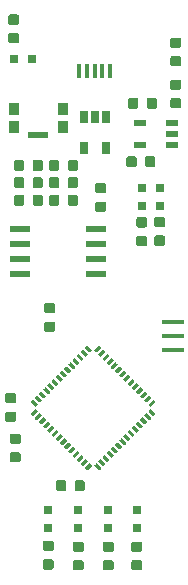
<source format=gtp>
G04 #@! TF.GenerationSoftware,KiCad,Pcbnew,(5.1.5-0-10_14)*
G04 #@! TF.CreationDate,2020-07-01T13:16:57-07:00*
G04 #@! TF.ProjectId,ravenna,72617665-6e6e-4612-9e6b-696361645f70,rev?*
G04 #@! TF.SameCoordinates,Original*
G04 #@! TF.FileFunction,Paste,Top*
G04 #@! TF.FilePolarity,Positive*
%FSLAX46Y46*%
G04 Gerber Fmt 4.6, Leading zero omitted, Abs format (unit mm)*
G04 Created by KiCad (PCBNEW (5.1.5-0-10_14)) date 2020-07-01 13:16:57*
%MOMM*%
%LPD*%
G04 APERTURE LIST*
%ADD10R,0.900000X1.000000*%
%ADD11R,1.700000X0.550000*%
%ADD12C,0.100000*%
%ADD13R,0.690000X0.990000*%
%ADD14R,0.800000X0.800000*%
%ADD15R,1.050000X0.600000*%
%ADD16R,1.701800X0.609600*%
%ADD17R,1.900000X0.400000*%
%ADD18R,0.450000X1.300000*%
G04 APERTURE END LIST*
D10*
X145737800Y-89852600D03*
X145737800Y-91452600D03*
X141637800Y-91452600D03*
X141637800Y-89852600D03*
D11*
X143687800Y-92077600D03*
D12*
G36*
X147433191Y-121319053D02*
G01*
X147454426Y-121322203D01*
X147475250Y-121327419D01*
X147495462Y-121334651D01*
X147514868Y-121343830D01*
X147533281Y-121354866D01*
X147550524Y-121367654D01*
X147566430Y-121382070D01*
X147580846Y-121397976D01*
X147593634Y-121415219D01*
X147604670Y-121433632D01*
X147613849Y-121453038D01*
X147621081Y-121473250D01*
X147626297Y-121494074D01*
X147629447Y-121515309D01*
X147630500Y-121536750D01*
X147630500Y-122049250D01*
X147629447Y-122070691D01*
X147626297Y-122091926D01*
X147621081Y-122112750D01*
X147613849Y-122132962D01*
X147604670Y-122152368D01*
X147593634Y-122170781D01*
X147580846Y-122188024D01*
X147566430Y-122203930D01*
X147550524Y-122218346D01*
X147533281Y-122231134D01*
X147514868Y-122242170D01*
X147495462Y-122251349D01*
X147475250Y-122258581D01*
X147454426Y-122263797D01*
X147433191Y-122266947D01*
X147411750Y-122268000D01*
X146974250Y-122268000D01*
X146952809Y-122266947D01*
X146931574Y-122263797D01*
X146910750Y-122258581D01*
X146890538Y-122251349D01*
X146871132Y-122242170D01*
X146852719Y-122231134D01*
X146835476Y-122218346D01*
X146819570Y-122203930D01*
X146805154Y-122188024D01*
X146792366Y-122170781D01*
X146781330Y-122152368D01*
X146772151Y-122132962D01*
X146764919Y-122112750D01*
X146759703Y-122091926D01*
X146756553Y-122070691D01*
X146755500Y-122049250D01*
X146755500Y-121536750D01*
X146756553Y-121515309D01*
X146759703Y-121494074D01*
X146764919Y-121473250D01*
X146772151Y-121453038D01*
X146781330Y-121433632D01*
X146792366Y-121415219D01*
X146805154Y-121397976D01*
X146819570Y-121382070D01*
X146835476Y-121367654D01*
X146852719Y-121354866D01*
X146871132Y-121343830D01*
X146890538Y-121334651D01*
X146910750Y-121327419D01*
X146931574Y-121322203D01*
X146952809Y-121319053D01*
X146974250Y-121318000D01*
X147411750Y-121318000D01*
X147433191Y-121319053D01*
G37*
G36*
X145858191Y-121319053D02*
G01*
X145879426Y-121322203D01*
X145900250Y-121327419D01*
X145920462Y-121334651D01*
X145939868Y-121343830D01*
X145958281Y-121354866D01*
X145975524Y-121367654D01*
X145991430Y-121382070D01*
X146005846Y-121397976D01*
X146018634Y-121415219D01*
X146029670Y-121433632D01*
X146038849Y-121453038D01*
X146046081Y-121473250D01*
X146051297Y-121494074D01*
X146054447Y-121515309D01*
X146055500Y-121536750D01*
X146055500Y-122049250D01*
X146054447Y-122070691D01*
X146051297Y-122091926D01*
X146046081Y-122112750D01*
X146038849Y-122132962D01*
X146029670Y-122152368D01*
X146018634Y-122170781D01*
X146005846Y-122188024D01*
X145991430Y-122203930D01*
X145975524Y-122218346D01*
X145958281Y-122231134D01*
X145939868Y-122242170D01*
X145920462Y-122251349D01*
X145900250Y-122258581D01*
X145879426Y-122263797D01*
X145858191Y-122266947D01*
X145836750Y-122268000D01*
X145399250Y-122268000D01*
X145377809Y-122266947D01*
X145356574Y-122263797D01*
X145335750Y-122258581D01*
X145315538Y-122251349D01*
X145296132Y-122242170D01*
X145277719Y-122231134D01*
X145260476Y-122218346D01*
X145244570Y-122203930D01*
X145230154Y-122188024D01*
X145217366Y-122170781D01*
X145206330Y-122152368D01*
X145197151Y-122132962D01*
X145189919Y-122112750D01*
X145184703Y-122091926D01*
X145181553Y-122070691D01*
X145180500Y-122049250D01*
X145180500Y-121536750D01*
X145181553Y-121515309D01*
X145184703Y-121494074D01*
X145189919Y-121473250D01*
X145197151Y-121453038D01*
X145206330Y-121433632D01*
X145217366Y-121415219D01*
X145230154Y-121397976D01*
X145244570Y-121382070D01*
X145260476Y-121367654D01*
X145277719Y-121354866D01*
X145296132Y-121343830D01*
X145315538Y-121334651D01*
X145335750Y-121327419D01*
X145356574Y-121322203D01*
X145377809Y-121319053D01*
X145399250Y-121318000D01*
X145836750Y-121318000D01*
X145858191Y-121319053D01*
G37*
G36*
X153209857Y-115295593D02*
G01*
X153217138Y-115296673D01*
X153224277Y-115298461D01*
X153231207Y-115300941D01*
X153237861Y-115304088D01*
X153244174Y-115307872D01*
X153250085Y-115312256D01*
X153255539Y-115317199D01*
X153573737Y-115635397D01*
X153578680Y-115640851D01*
X153583064Y-115646762D01*
X153586848Y-115653075D01*
X153589995Y-115659729D01*
X153592475Y-115666659D01*
X153594263Y-115673798D01*
X153595343Y-115681079D01*
X153595704Y-115688430D01*
X153595343Y-115695781D01*
X153594263Y-115703062D01*
X153592475Y-115710201D01*
X153589995Y-115717131D01*
X153586848Y-115723785D01*
X153583064Y-115730098D01*
X153578680Y-115736009D01*
X153573737Y-115741463D01*
X153467671Y-115847529D01*
X153462217Y-115852472D01*
X153456306Y-115856856D01*
X153449993Y-115860640D01*
X153443339Y-115863787D01*
X153436409Y-115866267D01*
X153429270Y-115868055D01*
X153421989Y-115869135D01*
X153414638Y-115869496D01*
X153407287Y-115869135D01*
X153400006Y-115868055D01*
X153392867Y-115866267D01*
X153385937Y-115863787D01*
X153379283Y-115860640D01*
X153372970Y-115856856D01*
X153367059Y-115852472D01*
X153361605Y-115847529D01*
X153043407Y-115529331D01*
X153038464Y-115523877D01*
X153034080Y-115517966D01*
X153030296Y-115511653D01*
X153027149Y-115504999D01*
X153024669Y-115498069D01*
X153022881Y-115490930D01*
X153021801Y-115483649D01*
X153021440Y-115476298D01*
X153021801Y-115468947D01*
X153022881Y-115461666D01*
X153024669Y-115454527D01*
X153027149Y-115447597D01*
X153030296Y-115440943D01*
X153034080Y-115434630D01*
X153038464Y-115428719D01*
X153043407Y-115423265D01*
X153149473Y-115317199D01*
X153154927Y-115312256D01*
X153160838Y-115307872D01*
X153167151Y-115304088D01*
X153173805Y-115300941D01*
X153180735Y-115298461D01*
X153187874Y-115296673D01*
X153195155Y-115295593D01*
X153202506Y-115295232D01*
X153209857Y-115295593D01*
G37*
G36*
X152856303Y-115649146D02*
G01*
X152863584Y-115650226D01*
X152870723Y-115652014D01*
X152877653Y-115654494D01*
X152884307Y-115657641D01*
X152890620Y-115661425D01*
X152896531Y-115665809D01*
X152901985Y-115670752D01*
X153220183Y-115988950D01*
X153225126Y-115994404D01*
X153229510Y-116000315D01*
X153233294Y-116006628D01*
X153236441Y-116013282D01*
X153238921Y-116020212D01*
X153240709Y-116027351D01*
X153241789Y-116034632D01*
X153242150Y-116041983D01*
X153241789Y-116049334D01*
X153240709Y-116056615D01*
X153238921Y-116063754D01*
X153236441Y-116070684D01*
X153233294Y-116077338D01*
X153229510Y-116083651D01*
X153225126Y-116089562D01*
X153220183Y-116095016D01*
X153114117Y-116201082D01*
X153108663Y-116206025D01*
X153102752Y-116210409D01*
X153096439Y-116214193D01*
X153089785Y-116217340D01*
X153082855Y-116219820D01*
X153075716Y-116221608D01*
X153068435Y-116222688D01*
X153061084Y-116223049D01*
X153053733Y-116222688D01*
X153046452Y-116221608D01*
X153039313Y-116219820D01*
X153032383Y-116217340D01*
X153025729Y-116214193D01*
X153019416Y-116210409D01*
X153013505Y-116206025D01*
X153008051Y-116201082D01*
X152689853Y-115882884D01*
X152684910Y-115877430D01*
X152680526Y-115871519D01*
X152676742Y-115865206D01*
X152673595Y-115858552D01*
X152671115Y-115851622D01*
X152669327Y-115844483D01*
X152668247Y-115837202D01*
X152667886Y-115829851D01*
X152668247Y-115822500D01*
X152669327Y-115815219D01*
X152671115Y-115808080D01*
X152673595Y-115801150D01*
X152676742Y-115794496D01*
X152680526Y-115788183D01*
X152684910Y-115782272D01*
X152689853Y-115776818D01*
X152795919Y-115670752D01*
X152801373Y-115665809D01*
X152807284Y-115661425D01*
X152813597Y-115657641D01*
X152820251Y-115654494D01*
X152827181Y-115652014D01*
X152834320Y-115650226D01*
X152841601Y-115649146D01*
X152848952Y-115648785D01*
X152856303Y-115649146D01*
G37*
G36*
X152502750Y-116002700D02*
G01*
X152510031Y-116003780D01*
X152517170Y-116005568D01*
X152524100Y-116008048D01*
X152530754Y-116011195D01*
X152537067Y-116014979D01*
X152542978Y-116019363D01*
X152548432Y-116024306D01*
X152866630Y-116342504D01*
X152871573Y-116347958D01*
X152875957Y-116353869D01*
X152879741Y-116360182D01*
X152882888Y-116366836D01*
X152885368Y-116373766D01*
X152887156Y-116380905D01*
X152888236Y-116388186D01*
X152888597Y-116395537D01*
X152888236Y-116402888D01*
X152887156Y-116410169D01*
X152885368Y-116417308D01*
X152882888Y-116424238D01*
X152879741Y-116430892D01*
X152875957Y-116437205D01*
X152871573Y-116443116D01*
X152866630Y-116448570D01*
X152760564Y-116554636D01*
X152755110Y-116559579D01*
X152749199Y-116563963D01*
X152742886Y-116567747D01*
X152736232Y-116570894D01*
X152729302Y-116573374D01*
X152722163Y-116575162D01*
X152714882Y-116576242D01*
X152707531Y-116576603D01*
X152700180Y-116576242D01*
X152692899Y-116575162D01*
X152685760Y-116573374D01*
X152678830Y-116570894D01*
X152672176Y-116567747D01*
X152665863Y-116563963D01*
X152659952Y-116559579D01*
X152654498Y-116554636D01*
X152336300Y-116236438D01*
X152331357Y-116230984D01*
X152326973Y-116225073D01*
X152323189Y-116218760D01*
X152320042Y-116212106D01*
X152317562Y-116205176D01*
X152315774Y-116198037D01*
X152314694Y-116190756D01*
X152314333Y-116183405D01*
X152314694Y-116176054D01*
X152315774Y-116168773D01*
X152317562Y-116161634D01*
X152320042Y-116154704D01*
X152323189Y-116148050D01*
X152326973Y-116141737D01*
X152331357Y-116135826D01*
X152336300Y-116130372D01*
X152442366Y-116024306D01*
X152447820Y-116019363D01*
X152453731Y-116014979D01*
X152460044Y-116011195D01*
X152466698Y-116008048D01*
X152473628Y-116005568D01*
X152480767Y-116003780D01*
X152488048Y-116002700D01*
X152495399Y-116002339D01*
X152502750Y-116002700D01*
G37*
G36*
X152149197Y-116356253D02*
G01*
X152156478Y-116357333D01*
X152163617Y-116359121D01*
X152170547Y-116361601D01*
X152177201Y-116364748D01*
X152183514Y-116368532D01*
X152189425Y-116372916D01*
X152194879Y-116377859D01*
X152513077Y-116696057D01*
X152518020Y-116701511D01*
X152522404Y-116707422D01*
X152526188Y-116713735D01*
X152529335Y-116720389D01*
X152531815Y-116727319D01*
X152533603Y-116734458D01*
X152534683Y-116741739D01*
X152535044Y-116749090D01*
X152534683Y-116756441D01*
X152533603Y-116763722D01*
X152531815Y-116770861D01*
X152529335Y-116777791D01*
X152526188Y-116784445D01*
X152522404Y-116790758D01*
X152518020Y-116796669D01*
X152513077Y-116802123D01*
X152407011Y-116908189D01*
X152401557Y-116913132D01*
X152395646Y-116917516D01*
X152389333Y-116921300D01*
X152382679Y-116924447D01*
X152375749Y-116926927D01*
X152368610Y-116928715D01*
X152361329Y-116929795D01*
X152353978Y-116930156D01*
X152346627Y-116929795D01*
X152339346Y-116928715D01*
X152332207Y-116926927D01*
X152325277Y-116924447D01*
X152318623Y-116921300D01*
X152312310Y-116917516D01*
X152306399Y-116913132D01*
X152300945Y-116908189D01*
X151982747Y-116589991D01*
X151977804Y-116584537D01*
X151973420Y-116578626D01*
X151969636Y-116572313D01*
X151966489Y-116565659D01*
X151964009Y-116558729D01*
X151962221Y-116551590D01*
X151961141Y-116544309D01*
X151960780Y-116536958D01*
X151961141Y-116529607D01*
X151962221Y-116522326D01*
X151964009Y-116515187D01*
X151966489Y-116508257D01*
X151969636Y-116501603D01*
X151973420Y-116495290D01*
X151977804Y-116489379D01*
X151982747Y-116483925D01*
X152088813Y-116377859D01*
X152094267Y-116372916D01*
X152100178Y-116368532D01*
X152106491Y-116364748D01*
X152113145Y-116361601D01*
X152120075Y-116359121D01*
X152127214Y-116357333D01*
X152134495Y-116356253D01*
X152141846Y-116355892D01*
X152149197Y-116356253D01*
G37*
G36*
X151795643Y-116709806D02*
G01*
X151802924Y-116710886D01*
X151810063Y-116712674D01*
X151816993Y-116715154D01*
X151823647Y-116718301D01*
X151829960Y-116722085D01*
X151835871Y-116726469D01*
X151841325Y-116731412D01*
X152159523Y-117049610D01*
X152164466Y-117055064D01*
X152168850Y-117060975D01*
X152172634Y-117067288D01*
X152175781Y-117073942D01*
X152178261Y-117080872D01*
X152180049Y-117088011D01*
X152181129Y-117095292D01*
X152181490Y-117102643D01*
X152181129Y-117109994D01*
X152180049Y-117117275D01*
X152178261Y-117124414D01*
X152175781Y-117131344D01*
X152172634Y-117137998D01*
X152168850Y-117144311D01*
X152164466Y-117150222D01*
X152159523Y-117155676D01*
X152053457Y-117261742D01*
X152048003Y-117266685D01*
X152042092Y-117271069D01*
X152035779Y-117274853D01*
X152029125Y-117278000D01*
X152022195Y-117280480D01*
X152015056Y-117282268D01*
X152007775Y-117283348D01*
X152000424Y-117283709D01*
X151993073Y-117283348D01*
X151985792Y-117282268D01*
X151978653Y-117280480D01*
X151971723Y-117278000D01*
X151965069Y-117274853D01*
X151958756Y-117271069D01*
X151952845Y-117266685D01*
X151947391Y-117261742D01*
X151629193Y-116943544D01*
X151624250Y-116938090D01*
X151619866Y-116932179D01*
X151616082Y-116925866D01*
X151612935Y-116919212D01*
X151610455Y-116912282D01*
X151608667Y-116905143D01*
X151607587Y-116897862D01*
X151607226Y-116890511D01*
X151607587Y-116883160D01*
X151608667Y-116875879D01*
X151610455Y-116868740D01*
X151612935Y-116861810D01*
X151616082Y-116855156D01*
X151619866Y-116848843D01*
X151624250Y-116842932D01*
X151629193Y-116837478D01*
X151735259Y-116731412D01*
X151740713Y-116726469D01*
X151746624Y-116722085D01*
X151752937Y-116718301D01*
X151759591Y-116715154D01*
X151766521Y-116712674D01*
X151773660Y-116710886D01*
X151780941Y-116709806D01*
X151788292Y-116709445D01*
X151795643Y-116709806D01*
G37*
G36*
X151442090Y-117063360D02*
G01*
X151449371Y-117064440D01*
X151456510Y-117066228D01*
X151463440Y-117068708D01*
X151470094Y-117071855D01*
X151476407Y-117075639D01*
X151482318Y-117080023D01*
X151487772Y-117084966D01*
X151805970Y-117403164D01*
X151810913Y-117408618D01*
X151815297Y-117414529D01*
X151819081Y-117420842D01*
X151822228Y-117427496D01*
X151824708Y-117434426D01*
X151826496Y-117441565D01*
X151827576Y-117448846D01*
X151827937Y-117456197D01*
X151827576Y-117463548D01*
X151826496Y-117470829D01*
X151824708Y-117477968D01*
X151822228Y-117484898D01*
X151819081Y-117491552D01*
X151815297Y-117497865D01*
X151810913Y-117503776D01*
X151805970Y-117509230D01*
X151699904Y-117615296D01*
X151694450Y-117620239D01*
X151688539Y-117624623D01*
X151682226Y-117628407D01*
X151675572Y-117631554D01*
X151668642Y-117634034D01*
X151661503Y-117635822D01*
X151654222Y-117636902D01*
X151646871Y-117637263D01*
X151639520Y-117636902D01*
X151632239Y-117635822D01*
X151625100Y-117634034D01*
X151618170Y-117631554D01*
X151611516Y-117628407D01*
X151605203Y-117624623D01*
X151599292Y-117620239D01*
X151593838Y-117615296D01*
X151275640Y-117297098D01*
X151270697Y-117291644D01*
X151266313Y-117285733D01*
X151262529Y-117279420D01*
X151259382Y-117272766D01*
X151256902Y-117265836D01*
X151255114Y-117258697D01*
X151254034Y-117251416D01*
X151253673Y-117244065D01*
X151254034Y-117236714D01*
X151255114Y-117229433D01*
X151256902Y-117222294D01*
X151259382Y-117215364D01*
X151262529Y-117208710D01*
X151266313Y-117202397D01*
X151270697Y-117196486D01*
X151275640Y-117191032D01*
X151381706Y-117084966D01*
X151387160Y-117080023D01*
X151393071Y-117075639D01*
X151399384Y-117071855D01*
X151406038Y-117068708D01*
X151412968Y-117066228D01*
X151420107Y-117064440D01*
X151427388Y-117063360D01*
X151434739Y-117062999D01*
X151442090Y-117063360D01*
G37*
G36*
X151088536Y-117416913D02*
G01*
X151095817Y-117417993D01*
X151102956Y-117419781D01*
X151109886Y-117422261D01*
X151116540Y-117425408D01*
X151122853Y-117429192D01*
X151128764Y-117433576D01*
X151134218Y-117438519D01*
X151452416Y-117756717D01*
X151457359Y-117762171D01*
X151461743Y-117768082D01*
X151465527Y-117774395D01*
X151468674Y-117781049D01*
X151471154Y-117787979D01*
X151472942Y-117795118D01*
X151474022Y-117802399D01*
X151474383Y-117809750D01*
X151474022Y-117817101D01*
X151472942Y-117824382D01*
X151471154Y-117831521D01*
X151468674Y-117838451D01*
X151465527Y-117845105D01*
X151461743Y-117851418D01*
X151457359Y-117857329D01*
X151452416Y-117862783D01*
X151346350Y-117968849D01*
X151340896Y-117973792D01*
X151334985Y-117978176D01*
X151328672Y-117981960D01*
X151322018Y-117985107D01*
X151315088Y-117987587D01*
X151307949Y-117989375D01*
X151300668Y-117990455D01*
X151293317Y-117990816D01*
X151285966Y-117990455D01*
X151278685Y-117989375D01*
X151271546Y-117987587D01*
X151264616Y-117985107D01*
X151257962Y-117981960D01*
X151251649Y-117978176D01*
X151245738Y-117973792D01*
X151240284Y-117968849D01*
X150922086Y-117650651D01*
X150917143Y-117645197D01*
X150912759Y-117639286D01*
X150908975Y-117632973D01*
X150905828Y-117626319D01*
X150903348Y-117619389D01*
X150901560Y-117612250D01*
X150900480Y-117604969D01*
X150900119Y-117597618D01*
X150900480Y-117590267D01*
X150901560Y-117582986D01*
X150903348Y-117575847D01*
X150905828Y-117568917D01*
X150908975Y-117562263D01*
X150912759Y-117555950D01*
X150917143Y-117550039D01*
X150922086Y-117544585D01*
X151028152Y-117438519D01*
X151033606Y-117433576D01*
X151039517Y-117429192D01*
X151045830Y-117425408D01*
X151052484Y-117422261D01*
X151059414Y-117419781D01*
X151066553Y-117417993D01*
X151073834Y-117416913D01*
X151081185Y-117416552D01*
X151088536Y-117416913D01*
G37*
G36*
X150734983Y-117770466D02*
G01*
X150742264Y-117771546D01*
X150749403Y-117773334D01*
X150756333Y-117775814D01*
X150762987Y-117778961D01*
X150769300Y-117782745D01*
X150775211Y-117787129D01*
X150780665Y-117792072D01*
X151098863Y-118110270D01*
X151103806Y-118115724D01*
X151108190Y-118121635D01*
X151111974Y-118127948D01*
X151115121Y-118134602D01*
X151117601Y-118141532D01*
X151119389Y-118148671D01*
X151120469Y-118155952D01*
X151120830Y-118163303D01*
X151120469Y-118170654D01*
X151119389Y-118177935D01*
X151117601Y-118185074D01*
X151115121Y-118192004D01*
X151111974Y-118198658D01*
X151108190Y-118204971D01*
X151103806Y-118210882D01*
X151098863Y-118216336D01*
X150992797Y-118322402D01*
X150987343Y-118327345D01*
X150981432Y-118331729D01*
X150975119Y-118335513D01*
X150968465Y-118338660D01*
X150961535Y-118341140D01*
X150954396Y-118342928D01*
X150947115Y-118344008D01*
X150939764Y-118344369D01*
X150932413Y-118344008D01*
X150925132Y-118342928D01*
X150917993Y-118341140D01*
X150911063Y-118338660D01*
X150904409Y-118335513D01*
X150898096Y-118331729D01*
X150892185Y-118327345D01*
X150886731Y-118322402D01*
X150568533Y-118004204D01*
X150563590Y-117998750D01*
X150559206Y-117992839D01*
X150555422Y-117986526D01*
X150552275Y-117979872D01*
X150549795Y-117972942D01*
X150548007Y-117965803D01*
X150546927Y-117958522D01*
X150546566Y-117951171D01*
X150546927Y-117943820D01*
X150548007Y-117936539D01*
X150549795Y-117929400D01*
X150552275Y-117922470D01*
X150555422Y-117915816D01*
X150559206Y-117909503D01*
X150563590Y-117903592D01*
X150568533Y-117898138D01*
X150674599Y-117792072D01*
X150680053Y-117787129D01*
X150685964Y-117782745D01*
X150692277Y-117778961D01*
X150698931Y-117775814D01*
X150705861Y-117773334D01*
X150713000Y-117771546D01*
X150720281Y-117770466D01*
X150727632Y-117770105D01*
X150734983Y-117770466D01*
G37*
G36*
X150381430Y-118124020D02*
G01*
X150388711Y-118125100D01*
X150395850Y-118126888D01*
X150402780Y-118129368D01*
X150409434Y-118132515D01*
X150415747Y-118136299D01*
X150421658Y-118140683D01*
X150427112Y-118145626D01*
X150745310Y-118463824D01*
X150750253Y-118469278D01*
X150754637Y-118475189D01*
X150758421Y-118481502D01*
X150761568Y-118488156D01*
X150764048Y-118495086D01*
X150765836Y-118502225D01*
X150766916Y-118509506D01*
X150767277Y-118516857D01*
X150766916Y-118524208D01*
X150765836Y-118531489D01*
X150764048Y-118538628D01*
X150761568Y-118545558D01*
X150758421Y-118552212D01*
X150754637Y-118558525D01*
X150750253Y-118564436D01*
X150745310Y-118569890D01*
X150639244Y-118675956D01*
X150633790Y-118680899D01*
X150627879Y-118685283D01*
X150621566Y-118689067D01*
X150614912Y-118692214D01*
X150607982Y-118694694D01*
X150600843Y-118696482D01*
X150593562Y-118697562D01*
X150586211Y-118697923D01*
X150578860Y-118697562D01*
X150571579Y-118696482D01*
X150564440Y-118694694D01*
X150557510Y-118692214D01*
X150550856Y-118689067D01*
X150544543Y-118685283D01*
X150538632Y-118680899D01*
X150533178Y-118675956D01*
X150214980Y-118357758D01*
X150210037Y-118352304D01*
X150205653Y-118346393D01*
X150201869Y-118340080D01*
X150198722Y-118333426D01*
X150196242Y-118326496D01*
X150194454Y-118319357D01*
X150193374Y-118312076D01*
X150193013Y-118304725D01*
X150193374Y-118297374D01*
X150194454Y-118290093D01*
X150196242Y-118282954D01*
X150198722Y-118276024D01*
X150201869Y-118269370D01*
X150205653Y-118263057D01*
X150210037Y-118257146D01*
X150214980Y-118251692D01*
X150321046Y-118145626D01*
X150326500Y-118140683D01*
X150332411Y-118136299D01*
X150338724Y-118132515D01*
X150345378Y-118129368D01*
X150352308Y-118126888D01*
X150359447Y-118125100D01*
X150366728Y-118124020D01*
X150374079Y-118123659D01*
X150381430Y-118124020D01*
G37*
G36*
X150027876Y-118477573D02*
G01*
X150035157Y-118478653D01*
X150042296Y-118480441D01*
X150049226Y-118482921D01*
X150055880Y-118486068D01*
X150062193Y-118489852D01*
X150068104Y-118494236D01*
X150073558Y-118499179D01*
X150391756Y-118817377D01*
X150396699Y-118822831D01*
X150401083Y-118828742D01*
X150404867Y-118835055D01*
X150408014Y-118841709D01*
X150410494Y-118848639D01*
X150412282Y-118855778D01*
X150413362Y-118863059D01*
X150413723Y-118870410D01*
X150413362Y-118877761D01*
X150412282Y-118885042D01*
X150410494Y-118892181D01*
X150408014Y-118899111D01*
X150404867Y-118905765D01*
X150401083Y-118912078D01*
X150396699Y-118917989D01*
X150391756Y-118923443D01*
X150285690Y-119029509D01*
X150280236Y-119034452D01*
X150274325Y-119038836D01*
X150268012Y-119042620D01*
X150261358Y-119045767D01*
X150254428Y-119048247D01*
X150247289Y-119050035D01*
X150240008Y-119051115D01*
X150232657Y-119051476D01*
X150225306Y-119051115D01*
X150218025Y-119050035D01*
X150210886Y-119048247D01*
X150203956Y-119045767D01*
X150197302Y-119042620D01*
X150190989Y-119038836D01*
X150185078Y-119034452D01*
X150179624Y-119029509D01*
X149861426Y-118711311D01*
X149856483Y-118705857D01*
X149852099Y-118699946D01*
X149848315Y-118693633D01*
X149845168Y-118686979D01*
X149842688Y-118680049D01*
X149840900Y-118672910D01*
X149839820Y-118665629D01*
X149839459Y-118658278D01*
X149839820Y-118650927D01*
X149840900Y-118643646D01*
X149842688Y-118636507D01*
X149845168Y-118629577D01*
X149848315Y-118622923D01*
X149852099Y-118616610D01*
X149856483Y-118610699D01*
X149861426Y-118605245D01*
X149967492Y-118499179D01*
X149972946Y-118494236D01*
X149978857Y-118489852D01*
X149985170Y-118486068D01*
X149991824Y-118482921D01*
X149998754Y-118480441D01*
X150005893Y-118478653D01*
X150013174Y-118477573D01*
X150020525Y-118477212D01*
X150027876Y-118477573D01*
G37*
G36*
X149674323Y-118831127D02*
G01*
X149681604Y-118832207D01*
X149688743Y-118833995D01*
X149695673Y-118836475D01*
X149702327Y-118839622D01*
X149708640Y-118843406D01*
X149714551Y-118847790D01*
X149720005Y-118852733D01*
X150038203Y-119170931D01*
X150043146Y-119176385D01*
X150047530Y-119182296D01*
X150051314Y-119188609D01*
X150054461Y-119195263D01*
X150056941Y-119202193D01*
X150058729Y-119209332D01*
X150059809Y-119216613D01*
X150060170Y-119223964D01*
X150059809Y-119231315D01*
X150058729Y-119238596D01*
X150056941Y-119245735D01*
X150054461Y-119252665D01*
X150051314Y-119259319D01*
X150047530Y-119265632D01*
X150043146Y-119271543D01*
X150038203Y-119276997D01*
X149932137Y-119383063D01*
X149926683Y-119388006D01*
X149920772Y-119392390D01*
X149914459Y-119396174D01*
X149907805Y-119399321D01*
X149900875Y-119401801D01*
X149893736Y-119403589D01*
X149886455Y-119404669D01*
X149879104Y-119405030D01*
X149871753Y-119404669D01*
X149864472Y-119403589D01*
X149857333Y-119401801D01*
X149850403Y-119399321D01*
X149843749Y-119396174D01*
X149837436Y-119392390D01*
X149831525Y-119388006D01*
X149826071Y-119383063D01*
X149507873Y-119064865D01*
X149502930Y-119059411D01*
X149498546Y-119053500D01*
X149494762Y-119047187D01*
X149491615Y-119040533D01*
X149489135Y-119033603D01*
X149487347Y-119026464D01*
X149486267Y-119019183D01*
X149485906Y-119011832D01*
X149486267Y-119004481D01*
X149487347Y-118997200D01*
X149489135Y-118990061D01*
X149491615Y-118983131D01*
X149494762Y-118976477D01*
X149498546Y-118970164D01*
X149502930Y-118964253D01*
X149507873Y-118958799D01*
X149613939Y-118852733D01*
X149619393Y-118847790D01*
X149625304Y-118843406D01*
X149631617Y-118839622D01*
X149638271Y-118836475D01*
X149645201Y-118833995D01*
X149652340Y-118832207D01*
X149659621Y-118831127D01*
X149666972Y-118830766D01*
X149674323Y-118831127D01*
G37*
G36*
X149320770Y-119184680D02*
G01*
X149328051Y-119185760D01*
X149335190Y-119187548D01*
X149342120Y-119190028D01*
X149348774Y-119193175D01*
X149355087Y-119196959D01*
X149360998Y-119201343D01*
X149366452Y-119206286D01*
X149684650Y-119524484D01*
X149689593Y-119529938D01*
X149693977Y-119535849D01*
X149697761Y-119542162D01*
X149700908Y-119548816D01*
X149703388Y-119555746D01*
X149705176Y-119562885D01*
X149706256Y-119570166D01*
X149706617Y-119577517D01*
X149706256Y-119584868D01*
X149705176Y-119592149D01*
X149703388Y-119599288D01*
X149700908Y-119606218D01*
X149697761Y-119612872D01*
X149693977Y-119619185D01*
X149689593Y-119625096D01*
X149684650Y-119630550D01*
X149578584Y-119736616D01*
X149573130Y-119741559D01*
X149567219Y-119745943D01*
X149560906Y-119749727D01*
X149554252Y-119752874D01*
X149547322Y-119755354D01*
X149540183Y-119757142D01*
X149532902Y-119758222D01*
X149525551Y-119758583D01*
X149518200Y-119758222D01*
X149510919Y-119757142D01*
X149503780Y-119755354D01*
X149496850Y-119752874D01*
X149490196Y-119749727D01*
X149483883Y-119745943D01*
X149477972Y-119741559D01*
X149472518Y-119736616D01*
X149154320Y-119418418D01*
X149149377Y-119412964D01*
X149144993Y-119407053D01*
X149141209Y-119400740D01*
X149138062Y-119394086D01*
X149135582Y-119387156D01*
X149133794Y-119380017D01*
X149132714Y-119372736D01*
X149132353Y-119365385D01*
X149132714Y-119358034D01*
X149133794Y-119350753D01*
X149135582Y-119343614D01*
X149138062Y-119336684D01*
X149141209Y-119330030D01*
X149144993Y-119323717D01*
X149149377Y-119317806D01*
X149154320Y-119312352D01*
X149260386Y-119206286D01*
X149265840Y-119201343D01*
X149271751Y-119196959D01*
X149278064Y-119193175D01*
X149284718Y-119190028D01*
X149291648Y-119187548D01*
X149298787Y-119185760D01*
X149306068Y-119184680D01*
X149313419Y-119184319D01*
X149320770Y-119184680D01*
G37*
G36*
X148967216Y-119538233D02*
G01*
X148974497Y-119539313D01*
X148981636Y-119541101D01*
X148988566Y-119543581D01*
X148995220Y-119546728D01*
X149001533Y-119550512D01*
X149007444Y-119554896D01*
X149012898Y-119559839D01*
X149331096Y-119878037D01*
X149336039Y-119883491D01*
X149340423Y-119889402D01*
X149344207Y-119895715D01*
X149347354Y-119902369D01*
X149349834Y-119909299D01*
X149351622Y-119916438D01*
X149352702Y-119923719D01*
X149353063Y-119931070D01*
X149352702Y-119938421D01*
X149351622Y-119945702D01*
X149349834Y-119952841D01*
X149347354Y-119959771D01*
X149344207Y-119966425D01*
X149340423Y-119972738D01*
X149336039Y-119978649D01*
X149331096Y-119984103D01*
X149225030Y-120090169D01*
X149219576Y-120095112D01*
X149213665Y-120099496D01*
X149207352Y-120103280D01*
X149200698Y-120106427D01*
X149193768Y-120108907D01*
X149186629Y-120110695D01*
X149179348Y-120111775D01*
X149171997Y-120112136D01*
X149164646Y-120111775D01*
X149157365Y-120110695D01*
X149150226Y-120108907D01*
X149143296Y-120106427D01*
X149136642Y-120103280D01*
X149130329Y-120099496D01*
X149124418Y-120095112D01*
X149118964Y-120090169D01*
X148800766Y-119771971D01*
X148795823Y-119766517D01*
X148791439Y-119760606D01*
X148787655Y-119754293D01*
X148784508Y-119747639D01*
X148782028Y-119740709D01*
X148780240Y-119733570D01*
X148779160Y-119726289D01*
X148778799Y-119718938D01*
X148779160Y-119711587D01*
X148780240Y-119704306D01*
X148782028Y-119697167D01*
X148784508Y-119690237D01*
X148787655Y-119683583D01*
X148791439Y-119677270D01*
X148795823Y-119671359D01*
X148800766Y-119665905D01*
X148906832Y-119559839D01*
X148912286Y-119554896D01*
X148918197Y-119550512D01*
X148924510Y-119546728D01*
X148931164Y-119543581D01*
X148938094Y-119541101D01*
X148945233Y-119539313D01*
X148952514Y-119538233D01*
X148959865Y-119537872D01*
X148967216Y-119538233D01*
G37*
G36*
X148613663Y-119891787D02*
G01*
X148620944Y-119892867D01*
X148628083Y-119894655D01*
X148635013Y-119897135D01*
X148641667Y-119900282D01*
X148647980Y-119904066D01*
X148653891Y-119908450D01*
X148659345Y-119913393D01*
X148977543Y-120231591D01*
X148982486Y-120237045D01*
X148986870Y-120242956D01*
X148990654Y-120249269D01*
X148993801Y-120255923D01*
X148996281Y-120262853D01*
X148998069Y-120269992D01*
X148999149Y-120277273D01*
X148999510Y-120284624D01*
X148999149Y-120291975D01*
X148998069Y-120299256D01*
X148996281Y-120306395D01*
X148993801Y-120313325D01*
X148990654Y-120319979D01*
X148986870Y-120326292D01*
X148982486Y-120332203D01*
X148977543Y-120337657D01*
X148871477Y-120443723D01*
X148866023Y-120448666D01*
X148860112Y-120453050D01*
X148853799Y-120456834D01*
X148847145Y-120459981D01*
X148840215Y-120462461D01*
X148833076Y-120464249D01*
X148825795Y-120465329D01*
X148818444Y-120465690D01*
X148811093Y-120465329D01*
X148803812Y-120464249D01*
X148796673Y-120462461D01*
X148789743Y-120459981D01*
X148783089Y-120456834D01*
X148776776Y-120453050D01*
X148770865Y-120448666D01*
X148765411Y-120443723D01*
X148447213Y-120125525D01*
X148442270Y-120120071D01*
X148437886Y-120114160D01*
X148434102Y-120107847D01*
X148430955Y-120101193D01*
X148428475Y-120094263D01*
X148426687Y-120087124D01*
X148425607Y-120079843D01*
X148425246Y-120072492D01*
X148425607Y-120065141D01*
X148426687Y-120057860D01*
X148428475Y-120050721D01*
X148430955Y-120043791D01*
X148434102Y-120037137D01*
X148437886Y-120030824D01*
X148442270Y-120024913D01*
X148447213Y-120019459D01*
X148553279Y-119913393D01*
X148558733Y-119908450D01*
X148564644Y-119904066D01*
X148570957Y-119900282D01*
X148577611Y-119897135D01*
X148584541Y-119894655D01*
X148591680Y-119892867D01*
X148598961Y-119891787D01*
X148606312Y-119891426D01*
X148613663Y-119891787D01*
G37*
G36*
X148047977Y-119891787D02*
G01*
X148055258Y-119892867D01*
X148062397Y-119894655D01*
X148069327Y-119897135D01*
X148075981Y-119900282D01*
X148082294Y-119904066D01*
X148088205Y-119908450D01*
X148093659Y-119913393D01*
X148199725Y-120019459D01*
X148204668Y-120024913D01*
X148209052Y-120030824D01*
X148212836Y-120037137D01*
X148215983Y-120043791D01*
X148218463Y-120050721D01*
X148220251Y-120057860D01*
X148221331Y-120065141D01*
X148221692Y-120072492D01*
X148221331Y-120079843D01*
X148220251Y-120087124D01*
X148218463Y-120094263D01*
X148215983Y-120101193D01*
X148212836Y-120107847D01*
X148209052Y-120114160D01*
X148204668Y-120120071D01*
X148199725Y-120125525D01*
X147881527Y-120443723D01*
X147876073Y-120448666D01*
X147870162Y-120453050D01*
X147863849Y-120456834D01*
X147857195Y-120459981D01*
X147850265Y-120462461D01*
X147843126Y-120464249D01*
X147835845Y-120465329D01*
X147828494Y-120465690D01*
X147821143Y-120465329D01*
X147813862Y-120464249D01*
X147806723Y-120462461D01*
X147799793Y-120459981D01*
X147793139Y-120456834D01*
X147786826Y-120453050D01*
X147780915Y-120448666D01*
X147775461Y-120443723D01*
X147669395Y-120337657D01*
X147664452Y-120332203D01*
X147660068Y-120326292D01*
X147656284Y-120319979D01*
X147653137Y-120313325D01*
X147650657Y-120306395D01*
X147648869Y-120299256D01*
X147647789Y-120291975D01*
X147647428Y-120284624D01*
X147647789Y-120277273D01*
X147648869Y-120269992D01*
X147650657Y-120262853D01*
X147653137Y-120255923D01*
X147656284Y-120249269D01*
X147660068Y-120242956D01*
X147664452Y-120237045D01*
X147669395Y-120231591D01*
X147987593Y-119913393D01*
X147993047Y-119908450D01*
X147998958Y-119904066D01*
X148005271Y-119900282D01*
X148011925Y-119897135D01*
X148018855Y-119894655D01*
X148025994Y-119892867D01*
X148033275Y-119891787D01*
X148040626Y-119891426D01*
X148047977Y-119891787D01*
G37*
G36*
X147694424Y-119538233D02*
G01*
X147701705Y-119539313D01*
X147708844Y-119541101D01*
X147715774Y-119543581D01*
X147722428Y-119546728D01*
X147728741Y-119550512D01*
X147734652Y-119554896D01*
X147740106Y-119559839D01*
X147846172Y-119665905D01*
X147851115Y-119671359D01*
X147855499Y-119677270D01*
X147859283Y-119683583D01*
X147862430Y-119690237D01*
X147864910Y-119697167D01*
X147866698Y-119704306D01*
X147867778Y-119711587D01*
X147868139Y-119718938D01*
X147867778Y-119726289D01*
X147866698Y-119733570D01*
X147864910Y-119740709D01*
X147862430Y-119747639D01*
X147859283Y-119754293D01*
X147855499Y-119760606D01*
X147851115Y-119766517D01*
X147846172Y-119771971D01*
X147527974Y-120090169D01*
X147522520Y-120095112D01*
X147516609Y-120099496D01*
X147510296Y-120103280D01*
X147503642Y-120106427D01*
X147496712Y-120108907D01*
X147489573Y-120110695D01*
X147482292Y-120111775D01*
X147474941Y-120112136D01*
X147467590Y-120111775D01*
X147460309Y-120110695D01*
X147453170Y-120108907D01*
X147446240Y-120106427D01*
X147439586Y-120103280D01*
X147433273Y-120099496D01*
X147427362Y-120095112D01*
X147421908Y-120090169D01*
X147315842Y-119984103D01*
X147310899Y-119978649D01*
X147306515Y-119972738D01*
X147302731Y-119966425D01*
X147299584Y-119959771D01*
X147297104Y-119952841D01*
X147295316Y-119945702D01*
X147294236Y-119938421D01*
X147293875Y-119931070D01*
X147294236Y-119923719D01*
X147295316Y-119916438D01*
X147297104Y-119909299D01*
X147299584Y-119902369D01*
X147302731Y-119895715D01*
X147306515Y-119889402D01*
X147310899Y-119883491D01*
X147315842Y-119878037D01*
X147634040Y-119559839D01*
X147639494Y-119554896D01*
X147645405Y-119550512D01*
X147651718Y-119546728D01*
X147658372Y-119543581D01*
X147665302Y-119541101D01*
X147672441Y-119539313D01*
X147679722Y-119538233D01*
X147687073Y-119537872D01*
X147694424Y-119538233D01*
G37*
G36*
X147340870Y-119184680D02*
G01*
X147348151Y-119185760D01*
X147355290Y-119187548D01*
X147362220Y-119190028D01*
X147368874Y-119193175D01*
X147375187Y-119196959D01*
X147381098Y-119201343D01*
X147386552Y-119206286D01*
X147492618Y-119312352D01*
X147497561Y-119317806D01*
X147501945Y-119323717D01*
X147505729Y-119330030D01*
X147508876Y-119336684D01*
X147511356Y-119343614D01*
X147513144Y-119350753D01*
X147514224Y-119358034D01*
X147514585Y-119365385D01*
X147514224Y-119372736D01*
X147513144Y-119380017D01*
X147511356Y-119387156D01*
X147508876Y-119394086D01*
X147505729Y-119400740D01*
X147501945Y-119407053D01*
X147497561Y-119412964D01*
X147492618Y-119418418D01*
X147174420Y-119736616D01*
X147168966Y-119741559D01*
X147163055Y-119745943D01*
X147156742Y-119749727D01*
X147150088Y-119752874D01*
X147143158Y-119755354D01*
X147136019Y-119757142D01*
X147128738Y-119758222D01*
X147121387Y-119758583D01*
X147114036Y-119758222D01*
X147106755Y-119757142D01*
X147099616Y-119755354D01*
X147092686Y-119752874D01*
X147086032Y-119749727D01*
X147079719Y-119745943D01*
X147073808Y-119741559D01*
X147068354Y-119736616D01*
X146962288Y-119630550D01*
X146957345Y-119625096D01*
X146952961Y-119619185D01*
X146949177Y-119612872D01*
X146946030Y-119606218D01*
X146943550Y-119599288D01*
X146941762Y-119592149D01*
X146940682Y-119584868D01*
X146940321Y-119577517D01*
X146940682Y-119570166D01*
X146941762Y-119562885D01*
X146943550Y-119555746D01*
X146946030Y-119548816D01*
X146949177Y-119542162D01*
X146952961Y-119535849D01*
X146957345Y-119529938D01*
X146962288Y-119524484D01*
X147280486Y-119206286D01*
X147285940Y-119201343D01*
X147291851Y-119196959D01*
X147298164Y-119193175D01*
X147304818Y-119190028D01*
X147311748Y-119187548D01*
X147318887Y-119185760D01*
X147326168Y-119184680D01*
X147333519Y-119184319D01*
X147340870Y-119184680D01*
G37*
G36*
X146987317Y-118831127D02*
G01*
X146994598Y-118832207D01*
X147001737Y-118833995D01*
X147008667Y-118836475D01*
X147015321Y-118839622D01*
X147021634Y-118843406D01*
X147027545Y-118847790D01*
X147032999Y-118852733D01*
X147139065Y-118958799D01*
X147144008Y-118964253D01*
X147148392Y-118970164D01*
X147152176Y-118976477D01*
X147155323Y-118983131D01*
X147157803Y-118990061D01*
X147159591Y-118997200D01*
X147160671Y-119004481D01*
X147161032Y-119011832D01*
X147160671Y-119019183D01*
X147159591Y-119026464D01*
X147157803Y-119033603D01*
X147155323Y-119040533D01*
X147152176Y-119047187D01*
X147148392Y-119053500D01*
X147144008Y-119059411D01*
X147139065Y-119064865D01*
X146820867Y-119383063D01*
X146815413Y-119388006D01*
X146809502Y-119392390D01*
X146803189Y-119396174D01*
X146796535Y-119399321D01*
X146789605Y-119401801D01*
X146782466Y-119403589D01*
X146775185Y-119404669D01*
X146767834Y-119405030D01*
X146760483Y-119404669D01*
X146753202Y-119403589D01*
X146746063Y-119401801D01*
X146739133Y-119399321D01*
X146732479Y-119396174D01*
X146726166Y-119392390D01*
X146720255Y-119388006D01*
X146714801Y-119383063D01*
X146608735Y-119276997D01*
X146603792Y-119271543D01*
X146599408Y-119265632D01*
X146595624Y-119259319D01*
X146592477Y-119252665D01*
X146589997Y-119245735D01*
X146588209Y-119238596D01*
X146587129Y-119231315D01*
X146586768Y-119223964D01*
X146587129Y-119216613D01*
X146588209Y-119209332D01*
X146589997Y-119202193D01*
X146592477Y-119195263D01*
X146595624Y-119188609D01*
X146599408Y-119182296D01*
X146603792Y-119176385D01*
X146608735Y-119170931D01*
X146926933Y-118852733D01*
X146932387Y-118847790D01*
X146938298Y-118843406D01*
X146944611Y-118839622D01*
X146951265Y-118836475D01*
X146958195Y-118833995D01*
X146965334Y-118832207D01*
X146972615Y-118831127D01*
X146979966Y-118830766D01*
X146987317Y-118831127D01*
G37*
G36*
X146633764Y-118477573D02*
G01*
X146641045Y-118478653D01*
X146648184Y-118480441D01*
X146655114Y-118482921D01*
X146661768Y-118486068D01*
X146668081Y-118489852D01*
X146673992Y-118494236D01*
X146679446Y-118499179D01*
X146785512Y-118605245D01*
X146790455Y-118610699D01*
X146794839Y-118616610D01*
X146798623Y-118622923D01*
X146801770Y-118629577D01*
X146804250Y-118636507D01*
X146806038Y-118643646D01*
X146807118Y-118650927D01*
X146807479Y-118658278D01*
X146807118Y-118665629D01*
X146806038Y-118672910D01*
X146804250Y-118680049D01*
X146801770Y-118686979D01*
X146798623Y-118693633D01*
X146794839Y-118699946D01*
X146790455Y-118705857D01*
X146785512Y-118711311D01*
X146467314Y-119029509D01*
X146461860Y-119034452D01*
X146455949Y-119038836D01*
X146449636Y-119042620D01*
X146442982Y-119045767D01*
X146436052Y-119048247D01*
X146428913Y-119050035D01*
X146421632Y-119051115D01*
X146414281Y-119051476D01*
X146406930Y-119051115D01*
X146399649Y-119050035D01*
X146392510Y-119048247D01*
X146385580Y-119045767D01*
X146378926Y-119042620D01*
X146372613Y-119038836D01*
X146366702Y-119034452D01*
X146361248Y-119029509D01*
X146255182Y-118923443D01*
X146250239Y-118917989D01*
X146245855Y-118912078D01*
X146242071Y-118905765D01*
X146238924Y-118899111D01*
X146236444Y-118892181D01*
X146234656Y-118885042D01*
X146233576Y-118877761D01*
X146233215Y-118870410D01*
X146233576Y-118863059D01*
X146234656Y-118855778D01*
X146236444Y-118848639D01*
X146238924Y-118841709D01*
X146242071Y-118835055D01*
X146245855Y-118828742D01*
X146250239Y-118822831D01*
X146255182Y-118817377D01*
X146573380Y-118499179D01*
X146578834Y-118494236D01*
X146584745Y-118489852D01*
X146591058Y-118486068D01*
X146597712Y-118482921D01*
X146604642Y-118480441D01*
X146611781Y-118478653D01*
X146619062Y-118477573D01*
X146626413Y-118477212D01*
X146633764Y-118477573D01*
G37*
G36*
X146280210Y-118124020D02*
G01*
X146287491Y-118125100D01*
X146294630Y-118126888D01*
X146301560Y-118129368D01*
X146308214Y-118132515D01*
X146314527Y-118136299D01*
X146320438Y-118140683D01*
X146325892Y-118145626D01*
X146431958Y-118251692D01*
X146436901Y-118257146D01*
X146441285Y-118263057D01*
X146445069Y-118269370D01*
X146448216Y-118276024D01*
X146450696Y-118282954D01*
X146452484Y-118290093D01*
X146453564Y-118297374D01*
X146453925Y-118304725D01*
X146453564Y-118312076D01*
X146452484Y-118319357D01*
X146450696Y-118326496D01*
X146448216Y-118333426D01*
X146445069Y-118340080D01*
X146441285Y-118346393D01*
X146436901Y-118352304D01*
X146431958Y-118357758D01*
X146113760Y-118675956D01*
X146108306Y-118680899D01*
X146102395Y-118685283D01*
X146096082Y-118689067D01*
X146089428Y-118692214D01*
X146082498Y-118694694D01*
X146075359Y-118696482D01*
X146068078Y-118697562D01*
X146060727Y-118697923D01*
X146053376Y-118697562D01*
X146046095Y-118696482D01*
X146038956Y-118694694D01*
X146032026Y-118692214D01*
X146025372Y-118689067D01*
X146019059Y-118685283D01*
X146013148Y-118680899D01*
X146007694Y-118675956D01*
X145901628Y-118569890D01*
X145896685Y-118564436D01*
X145892301Y-118558525D01*
X145888517Y-118552212D01*
X145885370Y-118545558D01*
X145882890Y-118538628D01*
X145881102Y-118531489D01*
X145880022Y-118524208D01*
X145879661Y-118516857D01*
X145880022Y-118509506D01*
X145881102Y-118502225D01*
X145882890Y-118495086D01*
X145885370Y-118488156D01*
X145888517Y-118481502D01*
X145892301Y-118475189D01*
X145896685Y-118469278D01*
X145901628Y-118463824D01*
X146219826Y-118145626D01*
X146225280Y-118140683D01*
X146231191Y-118136299D01*
X146237504Y-118132515D01*
X146244158Y-118129368D01*
X146251088Y-118126888D01*
X146258227Y-118125100D01*
X146265508Y-118124020D01*
X146272859Y-118123659D01*
X146280210Y-118124020D01*
G37*
G36*
X145926657Y-117770466D02*
G01*
X145933938Y-117771546D01*
X145941077Y-117773334D01*
X145948007Y-117775814D01*
X145954661Y-117778961D01*
X145960974Y-117782745D01*
X145966885Y-117787129D01*
X145972339Y-117792072D01*
X146078405Y-117898138D01*
X146083348Y-117903592D01*
X146087732Y-117909503D01*
X146091516Y-117915816D01*
X146094663Y-117922470D01*
X146097143Y-117929400D01*
X146098931Y-117936539D01*
X146100011Y-117943820D01*
X146100372Y-117951171D01*
X146100011Y-117958522D01*
X146098931Y-117965803D01*
X146097143Y-117972942D01*
X146094663Y-117979872D01*
X146091516Y-117986526D01*
X146087732Y-117992839D01*
X146083348Y-117998750D01*
X146078405Y-118004204D01*
X145760207Y-118322402D01*
X145754753Y-118327345D01*
X145748842Y-118331729D01*
X145742529Y-118335513D01*
X145735875Y-118338660D01*
X145728945Y-118341140D01*
X145721806Y-118342928D01*
X145714525Y-118344008D01*
X145707174Y-118344369D01*
X145699823Y-118344008D01*
X145692542Y-118342928D01*
X145685403Y-118341140D01*
X145678473Y-118338660D01*
X145671819Y-118335513D01*
X145665506Y-118331729D01*
X145659595Y-118327345D01*
X145654141Y-118322402D01*
X145548075Y-118216336D01*
X145543132Y-118210882D01*
X145538748Y-118204971D01*
X145534964Y-118198658D01*
X145531817Y-118192004D01*
X145529337Y-118185074D01*
X145527549Y-118177935D01*
X145526469Y-118170654D01*
X145526108Y-118163303D01*
X145526469Y-118155952D01*
X145527549Y-118148671D01*
X145529337Y-118141532D01*
X145531817Y-118134602D01*
X145534964Y-118127948D01*
X145538748Y-118121635D01*
X145543132Y-118115724D01*
X145548075Y-118110270D01*
X145866273Y-117792072D01*
X145871727Y-117787129D01*
X145877638Y-117782745D01*
X145883951Y-117778961D01*
X145890605Y-117775814D01*
X145897535Y-117773334D01*
X145904674Y-117771546D01*
X145911955Y-117770466D01*
X145919306Y-117770105D01*
X145926657Y-117770466D01*
G37*
G36*
X145573104Y-117416913D02*
G01*
X145580385Y-117417993D01*
X145587524Y-117419781D01*
X145594454Y-117422261D01*
X145601108Y-117425408D01*
X145607421Y-117429192D01*
X145613332Y-117433576D01*
X145618786Y-117438519D01*
X145724852Y-117544585D01*
X145729795Y-117550039D01*
X145734179Y-117555950D01*
X145737963Y-117562263D01*
X145741110Y-117568917D01*
X145743590Y-117575847D01*
X145745378Y-117582986D01*
X145746458Y-117590267D01*
X145746819Y-117597618D01*
X145746458Y-117604969D01*
X145745378Y-117612250D01*
X145743590Y-117619389D01*
X145741110Y-117626319D01*
X145737963Y-117632973D01*
X145734179Y-117639286D01*
X145729795Y-117645197D01*
X145724852Y-117650651D01*
X145406654Y-117968849D01*
X145401200Y-117973792D01*
X145395289Y-117978176D01*
X145388976Y-117981960D01*
X145382322Y-117985107D01*
X145375392Y-117987587D01*
X145368253Y-117989375D01*
X145360972Y-117990455D01*
X145353621Y-117990816D01*
X145346270Y-117990455D01*
X145338989Y-117989375D01*
X145331850Y-117987587D01*
X145324920Y-117985107D01*
X145318266Y-117981960D01*
X145311953Y-117978176D01*
X145306042Y-117973792D01*
X145300588Y-117968849D01*
X145194522Y-117862783D01*
X145189579Y-117857329D01*
X145185195Y-117851418D01*
X145181411Y-117845105D01*
X145178264Y-117838451D01*
X145175784Y-117831521D01*
X145173996Y-117824382D01*
X145172916Y-117817101D01*
X145172555Y-117809750D01*
X145172916Y-117802399D01*
X145173996Y-117795118D01*
X145175784Y-117787979D01*
X145178264Y-117781049D01*
X145181411Y-117774395D01*
X145185195Y-117768082D01*
X145189579Y-117762171D01*
X145194522Y-117756717D01*
X145512720Y-117438519D01*
X145518174Y-117433576D01*
X145524085Y-117429192D01*
X145530398Y-117425408D01*
X145537052Y-117422261D01*
X145543982Y-117419781D01*
X145551121Y-117417993D01*
X145558402Y-117416913D01*
X145565753Y-117416552D01*
X145573104Y-117416913D01*
G37*
G36*
X145219550Y-117063360D02*
G01*
X145226831Y-117064440D01*
X145233970Y-117066228D01*
X145240900Y-117068708D01*
X145247554Y-117071855D01*
X145253867Y-117075639D01*
X145259778Y-117080023D01*
X145265232Y-117084966D01*
X145371298Y-117191032D01*
X145376241Y-117196486D01*
X145380625Y-117202397D01*
X145384409Y-117208710D01*
X145387556Y-117215364D01*
X145390036Y-117222294D01*
X145391824Y-117229433D01*
X145392904Y-117236714D01*
X145393265Y-117244065D01*
X145392904Y-117251416D01*
X145391824Y-117258697D01*
X145390036Y-117265836D01*
X145387556Y-117272766D01*
X145384409Y-117279420D01*
X145380625Y-117285733D01*
X145376241Y-117291644D01*
X145371298Y-117297098D01*
X145053100Y-117615296D01*
X145047646Y-117620239D01*
X145041735Y-117624623D01*
X145035422Y-117628407D01*
X145028768Y-117631554D01*
X145021838Y-117634034D01*
X145014699Y-117635822D01*
X145007418Y-117636902D01*
X145000067Y-117637263D01*
X144992716Y-117636902D01*
X144985435Y-117635822D01*
X144978296Y-117634034D01*
X144971366Y-117631554D01*
X144964712Y-117628407D01*
X144958399Y-117624623D01*
X144952488Y-117620239D01*
X144947034Y-117615296D01*
X144840968Y-117509230D01*
X144836025Y-117503776D01*
X144831641Y-117497865D01*
X144827857Y-117491552D01*
X144824710Y-117484898D01*
X144822230Y-117477968D01*
X144820442Y-117470829D01*
X144819362Y-117463548D01*
X144819001Y-117456197D01*
X144819362Y-117448846D01*
X144820442Y-117441565D01*
X144822230Y-117434426D01*
X144824710Y-117427496D01*
X144827857Y-117420842D01*
X144831641Y-117414529D01*
X144836025Y-117408618D01*
X144840968Y-117403164D01*
X145159166Y-117084966D01*
X145164620Y-117080023D01*
X145170531Y-117075639D01*
X145176844Y-117071855D01*
X145183498Y-117068708D01*
X145190428Y-117066228D01*
X145197567Y-117064440D01*
X145204848Y-117063360D01*
X145212199Y-117062999D01*
X145219550Y-117063360D01*
G37*
G36*
X144865997Y-116709806D02*
G01*
X144873278Y-116710886D01*
X144880417Y-116712674D01*
X144887347Y-116715154D01*
X144894001Y-116718301D01*
X144900314Y-116722085D01*
X144906225Y-116726469D01*
X144911679Y-116731412D01*
X145017745Y-116837478D01*
X145022688Y-116842932D01*
X145027072Y-116848843D01*
X145030856Y-116855156D01*
X145034003Y-116861810D01*
X145036483Y-116868740D01*
X145038271Y-116875879D01*
X145039351Y-116883160D01*
X145039712Y-116890511D01*
X145039351Y-116897862D01*
X145038271Y-116905143D01*
X145036483Y-116912282D01*
X145034003Y-116919212D01*
X145030856Y-116925866D01*
X145027072Y-116932179D01*
X145022688Y-116938090D01*
X145017745Y-116943544D01*
X144699547Y-117261742D01*
X144694093Y-117266685D01*
X144688182Y-117271069D01*
X144681869Y-117274853D01*
X144675215Y-117278000D01*
X144668285Y-117280480D01*
X144661146Y-117282268D01*
X144653865Y-117283348D01*
X144646514Y-117283709D01*
X144639163Y-117283348D01*
X144631882Y-117282268D01*
X144624743Y-117280480D01*
X144617813Y-117278000D01*
X144611159Y-117274853D01*
X144604846Y-117271069D01*
X144598935Y-117266685D01*
X144593481Y-117261742D01*
X144487415Y-117155676D01*
X144482472Y-117150222D01*
X144478088Y-117144311D01*
X144474304Y-117137998D01*
X144471157Y-117131344D01*
X144468677Y-117124414D01*
X144466889Y-117117275D01*
X144465809Y-117109994D01*
X144465448Y-117102643D01*
X144465809Y-117095292D01*
X144466889Y-117088011D01*
X144468677Y-117080872D01*
X144471157Y-117073942D01*
X144474304Y-117067288D01*
X144478088Y-117060975D01*
X144482472Y-117055064D01*
X144487415Y-117049610D01*
X144805613Y-116731412D01*
X144811067Y-116726469D01*
X144816978Y-116722085D01*
X144823291Y-116718301D01*
X144829945Y-116715154D01*
X144836875Y-116712674D01*
X144844014Y-116710886D01*
X144851295Y-116709806D01*
X144858646Y-116709445D01*
X144865997Y-116709806D01*
G37*
G36*
X144512443Y-116356253D02*
G01*
X144519724Y-116357333D01*
X144526863Y-116359121D01*
X144533793Y-116361601D01*
X144540447Y-116364748D01*
X144546760Y-116368532D01*
X144552671Y-116372916D01*
X144558125Y-116377859D01*
X144664191Y-116483925D01*
X144669134Y-116489379D01*
X144673518Y-116495290D01*
X144677302Y-116501603D01*
X144680449Y-116508257D01*
X144682929Y-116515187D01*
X144684717Y-116522326D01*
X144685797Y-116529607D01*
X144686158Y-116536958D01*
X144685797Y-116544309D01*
X144684717Y-116551590D01*
X144682929Y-116558729D01*
X144680449Y-116565659D01*
X144677302Y-116572313D01*
X144673518Y-116578626D01*
X144669134Y-116584537D01*
X144664191Y-116589991D01*
X144345993Y-116908189D01*
X144340539Y-116913132D01*
X144334628Y-116917516D01*
X144328315Y-116921300D01*
X144321661Y-116924447D01*
X144314731Y-116926927D01*
X144307592Y-116928715D01*
X144300311Y-116929795D01*
X144292960Y-116930156D01*
X144285609Y-116929795D01*
X144278328Y-116928715D01*
X144271189Y-116926927D01*
X144264259Y-116924447D01*
X144257605Y-116921300D01*
X144251292Y-116917516D01*
X144245381Y-116913132D01*
X144239927Y-116908189D01*
X144133861Y-116802123D01*
X144128918Y-116796669D01*
X144124534Y-116790758D01*
X144120750Y-116784445D01*
X144117603Y-116777791D01*
X144115123Y-116770861D01*
X144113335Y-116763722D01*
X144112255Y-116756441D01*
X144111894Y-116749090D01*
X144112255Y-116741739D01*
X144113335Y-116734458D01*
X144115123Y-116727319D01*
X144117603Y-116720389D01*
X144120750Y-116713735D01*
X144124534Y-116707422D01*
X144128918Y-116701511D01*
X144133861Y-116696057D01*
X144452059Y-116377859D01*
X144457513Y-116372916D01*
X144463424Y-116368532D01*
X144469737Y-116364748D01*
X144476391Y-116361601D01*
X144483321Y-116359121D01*
X144490460Y-116357333D01*
X144497741Y-116356253D01*
X144505092Y-116355892D01*
X144512443Y-116356253D01*
G37*
G36*
X144158890Y-116002700D02*
G01*
X144166171Y-116003780D01*
X144173310Y-116005568D01*
X144180240Y-116008048D01*
X144186894Y-116011195D01*
X144193207Y-116014979D01*
X144199118Y-116019363D01*
X144204572Y-116024306D01*
X144310638Y-116130372D01*
X144315581Y-116135826D01*
X144319965Y-116141737D01*
X144323749Y-116148050D01*
X144326896Y-116154704D01*
X144329376Y-116161634D01*
X144331164Y-116168773D01*
X144332244Y-116176054D01*
X144332605Y-116183405D01*
X144332244Y-116190756D01*
X144331164Y-116198037D01*
X144329376Y-116205176D01*
X144326896Y-116212106D01*
X144323749Y-116218760D01*
X144319965Y-116225073D01*
X144315581Y-116230984D01*
X144310638Y-116236438D01*
X143992440Y-116554636D01*
X143986986Y-116559579D01*
X143981075Y-116563963D01*
X143974762Y-116567747D01*
X143968108Y-116570894D01*
X143961178Y-116573374D01*
X143954039Y-116575162D01*
X143946758Y-116576242D01*
X143939407Y-116576603D01*
X143932056Y-116576242D01*
X143924775Y-116575162D01*
X143917636Y-116573374D01*
X143910706Y-116570894D01*
X143904052Y-116567747D01*
X143897739Y-116563963D01*
X143891828Y-116559579D01*
X143886374Y-116554636D01*
X143780308Y-116448570D01*
X143775365Y-116443116D01*
X143770981Y-116437205D01*
X143767197Y-116430892D01*
X143764050Y-116424238D01*
X143761570Y-116417308D01*
X143759782Y-116410169D01*
X143758702Y-116402888D01*
X143758341Y-116395537D01*
X143758702Y-116388186D01*
X143759782Y-116380905D01*
X143761570Y-116373766D01*
X143764050Y-116366836D01*
X143767197Y-116360182D01*
X143770981Y-116353869D01*
X143775365Y-116347958D01*
X143780308Y-116342504D01*
X144098506Y-116024306D01*
X144103960Y-116019363D01*
X144109871Y-116014979D01*
X144116184Y-116011195D01*
X144122838Y-116008048D01*
X144129768Y-116005568D01*
X144136907Y-116003780D01*
X144144188Y-116002700D01*
X144151539Y-116002339D01*
X144158890Y-116002700D01*
G37*
G36*
X143805337Y-115649146D02*
G01*
X143812618Y-115650226D01*
X143819757Y-115652014D01*
X143826687Y-115654494D01*
X143833341Y-115657641D01*
X143839654Y-115661425D01*
X143845565Y-115665809D01*
X143851019Y-115670752D01*
X143957085Y-115776818D01*
X143962028Y-115782272D01*
X143966412Y-115788183D01*
X143970196Y-115794496D01*
X143973343Y-115801150D01*
X143975823Y-115808080D01*
X143977611Y-115815219D01*
X143978691Y-115822500D01*
X143979052Y-115829851D01*
X143978691Y-115837202D01*
X143977611Y-115844483D01*
X143975823Y-115851622D01*
X143973343Y-115858552D01*
X143970196Y-115865206D01*
X143966412Y-115871519D01*
X143962028Y-115877430D01*
X143957085Y-115882884D01*
X143638887Y-116201082D01*
X143633433Y-116206025D01*
X143627522Y-116210409D01*
X143621209Y-116214193D01*
X143614555Y-116217340D01*
X143607625Y-116219820D01*
X143600486Y-116221608D01*
X143593205Y-116222688D01*
X143585854Y-116223049D01*
X143578503Y-116222688D01*
X143571222Y-116221608D01*
X143564083Y-116219820D01*
X143557153Y-116217340D01*
X143550499Y-116214193D01*
X143544186Y-116210409D01*
X143538275Y-116206025D01*
X143532821Y-116201082D01*
X143426755Y-116095016D01*
X143421812Y-116089562D01*
X143417428Y-116083651D01*
X143413644Y-116077338D01*
X143410497Y-116070684D01*
X143408017Y-116063754D01*
X143406229Y-116056615D01*
X143405149Y-116049334D01*
X143404788Y-116041983D01*
X143405149Y-116034632D01*
X143406229Y-116027351D01*
X143408017Y-116020212D01*
X143410497Y-116013282D01*
X143413644Y-116006628D01*
X143417428Y-116000315D01*
X143421812Y-115994404D01*
X143426755Y-115988950D01*
X143744953Y-115670752D01*
X143750407Y-115665809D01*
X143756318Y-115661425D01*
X143762631Y-115657641D01*
X143769285Y-115654494D01*
X143776215Y-115652014D01*
X143783354Y-115650226D01*
X143790635Y-115649146D01*
X143797986Y-115648785D01*
X143805337Y-115649146D01*
G37*
G36*
X143451783Y-115295593D02*
G01*
X143459064Y-115296673D01*
X143466203Y-115298461D01*
X143473133Y-115300941D01*
X143479787Y-115304088D01*
X143486100Y-115307872D01*
X143492011Y-115312256D01*
X143497465Y-115317199D01*
X143603531Y-115423265D01*
X143608474Y-115428719D01*
X143612858Y-115434630D01*
X143616642Y-115440943D01*
X143619789Y-115447597D01*
X143622269Y-115454527D01*
X143624057Y-115461666D01*
X143625137Y-115468947D01*
X143625498Y-115476298D01*
X143625137Y-115483649D01*
X143624057Y-115490930D01*
X143622269Y-115498069D01*
X143619789Y-115504999D01*
X143616642Y-115511653D01*
X143612858Y-115517966D01*
X143608474Y-115523877D01*
X143603531Y-115529331D01*
X143285333Y-115847529D01*
X143279879Y-115852472D01*
X143273968Y-115856856D01*
X143267655Y-115860640D01*
X143261001Y-115863787D01*
X143254071Y-115866267D01*
X143246932Y-115868055D01*
X143239651Y-115869135D01*
X143232300Y-115869496D01*
X143224949Y-115869135D01*
X143217668Y-115868055D01*
X143210529Y-115866267D01*
X143203599Y-115863787D01*
X143196945Y-115860640D01*
X143190632Y-115856856D01*
X143184721Y-115852472D01*
X143179267Y-115847529D01*
X143073201Y-115741463D01*
X143068258Y-115736009D01*
X143063874Y-115730098D01*
X143060090Y-115723785D01*
X143056943Y-115717131D01*
X143054463Y-115710201D01*
X143052675Y-115703062D01*
X143051595Y-115695781D01*
X143051234Y-115688430D01*
X143051595Y-115681079D01*
X143052675Y-115673798D01*
X143054463Y-115666659D01*
X143056943Y-115659729D01*
X143060090Y-115653075D01*
X143063874Y-115646762D01*
X143068258Y-115640851D01*
X143073201Y-115635397D01*
X143391399Y-115317199D01*
X143396853Y-115312256D01*
X143402764Y-115307872D01*
X143409077Y-115304088D01*
X143415731Y-115300941D01*
X143422661Y-115298461D01*
X143429800Y-115296673D01*
X143437081Y-115295593D01*
X143444432Y-115295232D01*
X143451783Y-115295593D01*
G37*
G36*
X143239651Y-114517775D02*
G01*
X143246932Y-114518855D01*
X143254071Y-114520643D01*
X143261001Y-114523123D01*
X143267655Y-114526270D01*
X143273968Y-114530054D01*
X143279879Y-114534438D01*
X143285333Y-114539381D01*
X143603531Y-114857579D01*
X143608474Y-114863033D01*
X143612858Y-114868944D01*
X143616642Y-114875257D01*
X143619789Y-114881911D01*
X143622269Y-114888841D01*
X143624057Y-114895980D01*
X143625137Y-114903261D01*
X143625498Y-114910612D01*
X143625137Y-114917963D01*
X143624057Y-114925244D01*
X143622269Y-114932383D01*
X143619789Y-114939313D01*
X143616642Y-114945967D01*
X143612858Y-114952280D01*
X143608474Y-114958191D01*
X143603531Y-114963645D01*
X143497465Y-115069711D01*
X143492011Y-115074654D01*
X143486100Y-115079038D01*
X143479787Y-115082822D01*
X143473133Y-115085969D01*
X143466203Y-115088449D01*
X143459064Y-115090237D01*
X143451783Y-115091317D01*
X143444432Y-115091678D01*
X143437081Y-115091317D01*
X143429800Y-115090237D01*
X143422661Y-115088449D01*
X143415731Y-115085969D01*
X143409077Y-115082822D01*
X143402764Y-115079038D01*
X143396853Y-115074654D01*
X143391399Y-115069711D01*
X143073201Y-114751513D01*
X143068258Y-114746059D01*
X143063874Y-114740148D01*
X143060090Y-114733835D01*
X143056943Y-114727181D01*
X143054463Y-114720251D01*
X143052675Y-114713112D01*
X143051595Y-114705831D01*
X143051234Y-114698480D01*
X143051595Y-114691129D01*
X143052675Y-114683848D01*
X143054463Y-114676709D01*
X143056943Y-114669779D01*
X143060090Y-114663125D01*
X143063874Y-114656812D01*
X143068258Y-114650901D01*
X143073201Y-114645447D01*
X143179267Y-114539381D01*
X143184721Y-114534438D01*
X143190632Y-114530054D01*
X143196945Y-114526270D01*
X143203599Y-114523123D01*
X143210529Y-114520643D01*
X143217668Y-114518855D01*
X143224949Y-114517775D01*
X143232300Y-114517414D01*
X143239651Y-114517775D01*
G37*
G36*
X143593205Y-114164222D02*
G01*
X143600486Y-114165302D01*
X143607625Y-114167090D01*
X143614555Y-114169570D01*
X143621209Y-114172717D01*
X143627522Y-114176501D01*
X143633433Y-114180885D01*
X143638887Y-114185828D01*
X143957085Y-114504026D01*
X143962028Y-114509480D01*
X143966412Y-114515391D01*
X143970196Y-114521704D01*
X143973343Y-114528358D01*
X143975823Y-114535288D01*
X143977611Y-114542427D01*
X143978691Y-114549708D01*
X143979052Y-114557059D01*
X143978691Y-114564410D01*
X143977611Y-114571691D01*
X143975823Y-114578830D01*
X143973343Y-114585760D01*
X143970196Y-114592414D01*
X143966412Y-114598727D01*
X143962028Y-114604638D01*
X143957085Y-114610092D01*
X143851019Y-114716158D01*
X143845565Y-114721101D01*
X143839654Y-114725485D01*
X143833341Y-114729269D01*
X143826687Y-114732416D01*
X143819757Y-114734896D01*
X143812618Y-114736684D01*
X143805337Y-114737764D01*
X143797986Y-114738125D01*
X143790635Y-114737764D01*
X143783354Y-114736684D01*
X143776215Y-114734896D01*
X143769285Y-114732416D01*
X143762631Y-114729269D01*
X143756318Y-114725485D01*
X143750407Y-114721101D01*
X143744953Y-114716158D01*
X143426755Y-114397960D01*
X143421812Y-114392506D01*
X143417428Y-114386595D01*
X143413644Y-114380282D01*
X143410497Y-114373628D01*
X143408017Y-114366698D01*
X143406229Y-114359559D01*
X143405149Y-114352278D01*
X143404788Y-114344927D01*
X143405149Y-114337576D01*
X143406229Y-114330295D01*
X143408017Y-114323156D01*
X143410497Y-114316226D01*
X143413644Y-114309572D01*
X143417428Y-114303259D01*
X143421812Y-114297348D01*
X143426755Y-114291894D01*
X143532821Y-114185828D01*
X143538275Y-114180885D01*
X143544186Y-114176501D01*
X143550499Y-114172717D01*
X143557153Y-114169570D01*
X143564083Y-114167090D01*
X143571222Y-114165302D01*
X143578503Y-114164222D01*
X143585854Y-114163861D01*
X143593205Y-114164222D01*
G37*
G36*
X143946758Y-113810668D02*
G01*
X143954039Y-113811748D01*
X143961178Y-113813536D01*
X143968108Y-113816016D01*
X143974762Y-113819163D01*
X143981075Y-113822947D01*
X143986986Y-113827331D01*
X143992440Y-113832274D01*
X144310638Y-114150472D01*
X144315581Y-114155926D01*
X144319965Y-114161837D01*
X144323749Y-114168150D01*
X144326896Y-114174804D01*
X144329376Y-114181734D01*
X144331164Y-114188873D01*
X144332244Y-114196154D01*
X144332605Y-114203505D01*
X144332244Y-114210856D01*
X144331164Y-114218137D01*
X144329376Y-114225276D01*
X144326896Y-114232206D01*
X144323749Y-114238860D01*
X144319965Y-114245173D01*
X144315581Y-114251084D01*
X144310638Y-114256538D01*
X144204572Y-114362604D01*
X144199118Y-114367547D01*
X144193207Y-114371931D01*
X144186894Y-114375715D01*
X144180240Y-114378862D01*
X144173310Y-114381342D01*
X144166171Y-114383130D01*
X144158890Y-114384210D01*
X144151539Y-114384571D01*
X144144188Y-114384210D01*
X144136907Y-114383130D01*
X144129768Y-114381342D01*
X144122838Y-114378862D01*
X144116184Y-114375715D01*
X144109871Y-114371931D01*
X144103960Y-114367547D01*
X144098506Y-114362604D01*
X143780308Y-114044406D01*
X143775365Y-114038952D01*
X143770981Y-114033041D01*
X143767197Y-114026728D01*
X143764050Y-114020074D01*
X143761570Y-114013144D01*
X143759782Y-114006005D01*
X143758702Y-113998724D01*
X143758341Y-113991373D01*
X143758702Y-113984022D01*
X143759782Y-113976741D01*
X143761570Y-113969602D01*
X143764050Y-113962672D01*
X143767197Y-113956018D01*
X143770981Y-113949705D01*
X143775365Y-113943794D01*
X143780308Y-113938340D01*
X143886374Y-113832274D01*
X143891828Y-113827331D01*
X143897739Y-113822947D01*
X143904052Y-113819163D01*
X143910706Y-113816016D01*
X143917636Y-113813536D01*
X143924775Y-113811748D01*
X143932056Y-113810668D01*
X143939407Y-113810307D01*
X143946758Y-113810668D01*
G37*
G36*
X144300311Y-113457115D02*
G01*
X144307592Y-113458195D01*
X144314731Y-113459983D01*
X144321661Y-113462463D01*
X144328315Y-113465610D01*
X144334628Y-113469394D01*
X144340539Y-113473778D01*
X144345993Y-113478721D01*
X144664191Y-113796919D01*
X144669134Y-113802373D01*
X144673518Y-113808284D01*
X144677302Y-113814597D01*
X144680449Y-113821251D01*
X144682929Y-113828181D01*
X144684717Y-113835320D01*
X144685797Y-113842601D01*
X144686158Y-113849952D01*
X144685797Y-113857303D01*
X144684717Y-113864584D01*
X144682929Y-113871723D01*
X144680449Y-113878653D01*
X144677302Y-113885307D01*
X144673518Y-113891620D01*
X144669134Y-113897531D01*
X144664191Y-113902985D01*
X144558125Y-114009051D01*
X144552671Y-114013994D01*
X144546760Y-114018378D01*
X144540447Y-114022162D01*
X144533793Y-114025309D01*
X144526863Y-114027789D01*
X144519724Y-114029577D01*
X144512443Y-114030657D01*
X144505092Y-114031018D01*
X144497741Y-114030657D01*
X144490460Y-114029577D01*
X144483321Y-114027789D01*
X144476391Y-114025309D01*
X144469737Y-114022162D01*
X144463424Y-114018378D01*
X144457513Y-114013994D01*
X144452059Y-114009051D01*
X144133861Y-113690853D01*
X144128918Y-113685399D01*
X144124534Y-113679488D01*
X144120750Y-113673175D01*
X144117603Y-113666521D01*
X144115123Y-113659591D01*
X144113335Y-113652452D01*
X144112255Y-113645171D01*
X144111894Y-113637820D01*
X144112255Y-113630469D01*
X144113335Y-113623188D01*
X144115123Y-113616049D01*
X144117603Y-113609119D01*
X144120750Y-113602465D01*
X144124534Y-113596152D01*
X144128918Y-113590241D01*
X144133861Y-113584787D01*
X144239927Y-113478721D01*
X144245381Y-113473778D01*
X144251292Y-113469394D01*
X144257605Y-113465610D01*
X144264259Y-113462463D01*
X144271189Y-113459983D01*
X144278328Y-113458195D01*
X144285609Y-113457115D01*
X144292960Y-113456754D01*
X144300311Y-113457115D01*
G37*
G36*
X144653865Y-113103562D02*
G01*
X144661146Y-113104642D01*
X144668285Y-113106430D01*
X144675215Y-113108910D01*
X144681869Y-113112057D01*
X144688182Y-113115841D01*
X144694093Y-113120225D01*
X144699547Y-113125168D01*
X145017745Y-113443366D01*
X145022688Y-113448820D01*
X145027072Y-113454731D01*
X145030856Y-113461044D01*
X145034003Y-113467698D01*
X145036483Y-113474628D01*
X145038271Y-113481767D01*
X145039351Y-113489048D01*
X145039712Y-113496399D01*
X145039351Y-113503750D01*
X145038271Y-113511031D01*
X145036483Y-113518170D01*
X145034003Y-113525100D01*
X145030856Y-113531754D01*
X145027072Y-113538067D01*
X145022688Y-113543978D01*
X145017745Y-113549432D01*
X144911679Y-113655498D01*
X144906225Y-113660441D01*
X144900314Y-113664825D01*
X144894001Y-113668609D01*
X144887347Y-113671756D01*
X144880417Y-113674236D01*
X144873278Y-113676024D01*
X144865997Y-113677104D01*
X144858646Y-113677465D01*
X144851295Y-113677104D01*
X144844014Y-113676024D01*
X144836875Y-113674236D01*
X144829945Y-113671756D01*
X144823291Y-113668609D01*
X144816978Y-113664825D01*
X144811067Y-113660441D01*
X144805613Y-113655498D01*
X144487415Y-113337300D01*
X144482472Y-113331846D01*
X144478088Y-113325935D01*
X144474304Y-113319622D01*
X144471157Y-113312968D01*
X144468677Y-113306038D01*
X144466889Y-113298899D01*
X144465809Y-113291618D01*
X144465448Y-113284267D01*
X144465809Y-113276916D01*
X144466889Y-113269635D01*
X144468677Y-113262496D01*
X144471157Y-113255566D01*
X144474304Y-113248912D01*
X144478088Y-113242599D01*
X144482472Y-113236688D01*
X144487415Y-113231234D01*
X144593481Y-113125168D01*
X144598935Y-113120225D01*
X144604846Y-113115841D01*
X144611159Y-113112057D01*
X144617813Y-113108910D01*
X144624743Y-113106430D01*
X144631882Y-113104642D01*
X144639163Y-113103562D01*
X144646514Y-113103201D01*
X144653865Y-113103562D01*
G37*
G36*
X145007418Y-112750008D02*
G01*
X145014699Y-112751088D01*
X145021838Y-112752876D01*
X145028768Y-112755356D01*
X145035422Y-112758503D01*
X145041735Y-112762287D01*
X145047646Y-112766671D01*
X145053100Y-112771614D01*
X145371298Y-113089812D01*
X145376241Y-113095266D01*
X145380625Y-113101177D01*
X145384409Y-113107490D01*
X145387556Y-113114144D01*
X145390036Y-113121074D01*
X145391824Y-113128213D01*
X145392904Y-113135494D01*
X145393265Y-113142845D01*
X145392904Y-113150196D01*
X145391824Y-113157477D01*
X145390036Y-113164616D01*
X145387556Y-113171546D01*
X145384409Y-113178200D01*
X145380625Y-113184513D01*
X145376241Y-113190424D01*
X145371298Y-113195878D01*
X145265232Y-113301944D01*
X145259778Y-113306887D01*
X145253867Y-113311271D01*
X145247554Y-113315055D01*
X145240900Y-113318202D01*
X145233970Y-113320682D01*
X145226831Y-113322470D01*
X145219550Y-113323550D01*
X145212199Y-113323911D01*
X145204848Y-113323550D01*
X145197567Y-113322470D01*
X145190428Y-113320682D01*
X145183498Y-113318202D01*
X145176844Y-113315055D01*
X145170531Y-113311271D01*
X145164620Y-113306887D01*
X145159166Y-113301944D01*
X144840968Y-112983746D01*
X144836025Y-112978292D01*
X144831641Y-112972381D01*
X144827857Y-112966068D01*
X144824710Y-112959414D01*
X144822230Y-112952484D01*
X144820442Y-112945345D01*
X144819362Y-112938064D01*
X144819001Y-112930713D01*
X144819362Y-112923362D01*
X144820442Y-112916081D01*
X144822230Y-112908942D01*
X144824710Y-112902012D01*
X144827857Y-112895358D01*
X144831641Y-112889045D01*
X144836025Y-112883134D01*
X144840968Y-112877680D01*
X144947034Y-112771614D01*
X144952488Y-112766671D01*
X144958399Y-112762287D01*
X144964712Y-112758503D01*
X144971366Y-112755356D01*
X144978296Y-112752876D01*
X144985435Y-112751088D01*
X144992716Y-112750008D01*
X145000067Y-112749647D01*
X145007418Y-112750008D01*
G37*
G36*
X145360972Y-112396455D02*
G01*
X145368253Y-112397535D01*
X145375392Y-112399323D01*
X145382322Y-112401803D01*
X145388976Y-112404950D01*
X145395289Y-112408734D01*
X145401200Y-112413118D01*
X145406654Y-112418061D01*
X145724852Y-112736259D01*
X145729795Y-112741713D01*
X145734179Y-112747624D01*
X145737963Y-112753937D01*
X145741110Y-112760591D01*
X145743590Y-112767521D01*
X145745378Y-112774660D01*
X145746458Y-112781941D01*
X145746819Y-112789292D01*
X145746458Y-112796643D01*
X145745378Y-112803924D01*
X145743590Y-112811063D01*
X145741110Y-112817993D01*
X145737963Y-112824647D01*
X145734179Y-112830960D01*
X145729795Y-112836871D01*
X145724852Y-112842325D01*
X145618786Y-112948391D01*
X145613332Y-112953334D01*
X145607421Y-112957718D01*
X145601108Y-112961502D01*
X145594454Y-112964649D01*
X145587524Y-112967129D01*
X145580385Y-112968917D01*
X145573104Y-112969997D01*
X145565753Y-112970358D01*
X145558402Y-112969997D01*
X145551121Y-112968917D01*
X145543982Y-112967129D01*
X145537052Y-112964649D01*
X145530398Y-112961502D01*
X145524085Y-112957718D01*
X145518174Y-112953334D01*
X145512720Y-112948391D01*
X145194522Y-112630193D01*
X145189579Y-112624739D01*
X145185195Y-112618828D01*
X145181411Y-112612515D01*
X145178264Y-112605861D01*
X145175784Y-112598931D01*
X145173996Y-112591792D01*
X145172916Y-112584511D01*
X145172555Y-112577160D01*
X145172916Y-112569809D01*
X145173996Y-112562528D01*
X145175784Y-112555389D01*
X145178264Y-112548459D01*
X145181411Y-112541805D01*
X145185195Y-112535492D01*
X145189579Y-112529581D01*
X145194522Y-112524127D01*
X145300588Y-112418061D01*
X145306042Y-112413118D01*
X145311953Y-112408734D01*
X145318266Y-112404950D01*
X145324920Y-112401803D01*
X145331850Y-112399323D01*
X145338989Y-112397535D01*
X145346270Y-112396455D01*
X145353621Y-112396094D01*
X145360972Y-112396455D01*
G37*
G36*
X145714525Y-112042902D02*
G01*
X145721806Y-112043982D01*
X145728945Y-112045770D01*
X145735875Y-112048250D01*
X145742529Y-112051397D01*
X145748842Y-112055181D01*
X145754753Y-112059565D01*
X145760207Y-112064508D01*
X146078405Y-112382706D01*
X146083348Y-112388160D01*
X146087732Y-112394071D01*
X146091516Y-112400384D01*
X146094663Y-112407038D01*
X146097143Y-112413968D01*
X146098931Y-112421107D01*
X146100011Y-112428388D01*
X146100372Y-112435739D01*
X146100011Y-112443090D01*
X146098931Y-112450371D01*
X146097143Y-112457510D01*
X146094663Y-112464440D01*
X146091516Y-112471094D01*
X146087732Y-112477407D01*
X146083348Y-112483318D01*
X146078405Y-112488772D01*
X145972339Y-112594838D01*
X145966885Y-112599781D01*
X145960974Y-112604165D01*
X145954661Y-112607949D01*
X145948007Y-112611096D01*
X145941077Y-112613576D01*
X145933938Y-112615364D01*
X145926657Y-112616444D01*
X145919306Y-112616805D01*
X145911955Y-112616444D01*
X145904674Y-112615364D01*
X145897535Y-112613576D01*
X145890605Y-112611096D01*
X145883951Y-112607949D01*
X145877638Y-112604165D01*
X145871727Y-112599781D01*
X145866273Y-112594838D01*
X145548075Y-112276640D01*
X145543132Y-112271186D01*
X145538748Y-112265275D01*
X145534964Y-112258962D01*
X145531817Y-112252308D01*
X145529337Y-112245378D01*
X145527549Y-112238239D01*
X145526469Y-112230958D01*
X145526108Y-112223607D01*
X145526469Y-112216256D01*
X145527549Y-112208975D01*
X145529337Y-112201836D01*
X145531817Y-112194906D01*
X145534964Y-112188252D01*
X145538748Y-112181939D01*
X145543132Y-112176028D01*
X145548075Y-112170574D01*
X145654141Y-112064508D01*
X145659595Y-112059565D01*
X145665506Y-112055181D01*
X145671819Y-112051397D01*
X145678473Y-112048250D01*
X145685403Y-112045770D01*
X145692542Y-112043982D01*
X145699823Y-112042902D01*
X145707174Y-112042541D01*
X145714525Y-112042902D01*
G37*
G36*
X146068078Y-111689348D02*
G01*
X146075359Y-111690428D01*
X146082498Y-111692216D01*
X146089428Y-111694696D01*
X146096082Y-111697843D01*
X146102395Y-111701627D01*
X146108306Y-111706011D01*
X146113760Y-111710954D01*
X146431958Y-112029152D01*
X146436901Y-112034606D01*
X146441285Y-112040517D01*
X146445069Y-112046830D01*
X146448216Y-112053484D01*
X146450696Y-112060414D01*
X146452484Y-112067553D01*
X146453564Y-112074834D01*
X146453925Y-112082185D01*
X146453564Y-112089536D01*
X146452484Y-112096817D01*
X146450696Y-112103956D01*
X146448216Y-112110886D01*
X146445069Y-112117540D01*
X146441285Y-112123853D01*
X146436901Y-112129764D01*
X146431958Y-112135218D01*
X146325892Y-112241284D01*
X146320438Y-112246227D01*
X146314527Y-112250611D01*
X146308214Y-112254395D01*
X146301560Y-112257542D01*
X146294630Y-112260022D01*
X146287491Y-112261810D01*
X146280210Y-112262890D01*
X146272859Y-112263251D01*
X146265508Y-112262890D01*
X146258227Y-112261810D01*
X146251088Y-112260022D01*
X146244158Y-112257542D01*
X146237504Y-112254395D01*
X146231191Y-112250611D01*
X146225280Y-112246227D01*
X146219826Y-112241284D01*
X145901628Y-111923086D01*
X145896685Y-111917632D01*
X145892301Y-111911721D01*
X145888517Y-111905408D01*
X145885370Y-111898754D01*
X145882890Y-111891824D01*
X145881102Y-111884685D01*
X145880022Y-111877404D01*
X145879661Y-111870053D01*
X145880022Y-111862702D01*
X145881102Y-111855421D01*
X145882890Y-111848282D01*
X145885370Y-111841352D01*
X145888517Y-111834698D01*
X145892301Y-111828385D01*
X145896685Y-111822474D01*
X145901628Y-111817020D01*
X146007694Y-111710954D01*
X146013148Y-111706011D01*
X146019059Y-111701627D01*
X146025372Y-111697843D01*
X146032026Y-111694696D01*
X146038956Y-111692216D01*
X146046095Y-111690428D01*
X146053376Y-111689348D01*
X146060727Y-111688987D01*
X146068078Y-111689348D01*
G37*
G36*
X146421632Y-111335795D02*
G01*
X146428913Y-111336875D01*
X146436052Y-111338663D01*
X146442982Y-111341143D01*
X146449636Y-111344290D01*
X146455949Y-111348074D01*
X146461860Y-111352458D01*
X146467314Y-111357401D01*
X146785512Y-111675599D01*
X146790455Y-111681053D01*
X146794839Y-111686964D01*
X146798623Y-111693277D01*
X146801770Y-111699931D01*
X146804250Y-111706861D01*
X146806038Y-111714000D01*
X146807118Y-111721281D01*
X146807479Y-111728632D01*
X146807118Y-111735983D01*
X146806038Y-111743264D01*
X146804250Y-111750403D01*
X146801770Y-111757333D01*
X146798623Y-111763987D01*
X146794839Y-111770300D01*
X146790455Y-111776211D01*
X146785512Y-111781665D01*
X146679446Y-111887731D01*
X146673992Y-111892674D01*
X146668081Y-111897058D01*
X146661768Y-111900842D01*
X146655114Y-111903989D01*
X146648184Y-111906469D01*
X146641045Y-111908257D01*
X146633764Y-111909337D01*
X146626413Y-111909698D01*
X146619062Y-111909337D01*
X146611781Y-111908257D01*
X146604642Y-111906469D01*
X146597712Y-111903989D01*
X146591058Y-111900842D01*
X146584745Y-111897058D01*
X146578834Y-111892674D01*
X146573380Y-111887731D01*
X146255182Y-111569533D01*
X146250239Y-111564079D01*
X146245855Y-111558168D01*
X146242071Y-111551855D01*
X146238924Y-111545201D01*
X146236444Y-111538271D01*
X146234656Y-111531132D01*
X146233576Y-111523851D01*
X146233215Y-111516500D01*
X146233576Y-111509149D01*
X146234656Y-111501868D01*
X146236444Y-111494729D01*
X146238924Y-111487799D01*
X146242071Y-111481145D01*
X146245855Y-111474832D01*
X146250239Y-111468921D01*
X146255182Y-111463467D01*
X146361248Y-111357401D01*
X146366702Y-111352458D01*
X146372613Y-111348074D01*
X146378926Y-111344290D01*
X146385580Y-111341143D01*
X146392510Y-111338663D01*
X146399649Y-111336875D01*
X146406930Y-111335795D01*
X146414281Y-111335434D01*
X146421632Y-111335795D01*
G37*
G36*
X146775185Y-110982241D02*
G01*
X146782466Y-110983321D01*
X146789605Y-110985109D01*
X146796535Y-110987589D01*
X146803189Y-110990736D01*
X146809502Y-110994520D01*
X146815413Y-110998904D01*
X146820867Y-111003847D01*
X147139065Y-111322045D01*
X147144008Y-111327499D01*
X147148392Y-111333410D01*
X147152176Y-111339723D01*
X147155323Y-111346377D01*
X147157803Y-111353307D01*
X147159591Y-111360446D01*
X147160671Y-111367727D01*
X147161032Y-111375078D01*
X147160671Y-111382429D01*
X147159591Y-111389710D01*
X147157803Y-111396849D01*
X147155323Y-111403779D01*
X147152176Y-111410433D01*
X147148392Y-111416746D01*
X147144008Y-111422657D01*
X147139065Y-111428111D01*
X147032999Y-111534177D01*
X147027545Y-111539120D01*
X147021634Y-111543504D01*
X147015321Y-111547288D01*
X147008667Y-111550435D01*
X147001737Y-111552915D01*
X146994598Y-111554703D01*
X146987317Y-111555783D01*
X146979966Y-111556144D01*
X146972615Y-111555783D01*
X146965334Y-111554703D01*
X146958195Y-111552915D01*
X146951265Y-111550435D01*
X146944611Y-111547288D01*
X146938298Y-111543504D01*
X146932387Y-111539120D01*
X146926933Y-111534177D01*
X146608735Y-111215979D01*
X146603792Y-111210525D01*
X146599408Y-111204614D01*
X146595624Y-111198301D01*
X146592477Y-111191647D01*
X146589997Y-111184717D01*
X146588209Y-111177578D01*
X146587129Y-111170297D01*
X146586768Y-111162946D01*
X146587129Y-111155595D01*
X146588209Y-111148314D01*
X146589997Y-111141175D01*
X146592477Y-111134245D01*
X146595624Y-111127591D01*
X146599408Y-111121278D01*
X146603792Y-111115367D01*
X146608735Y-111109913D01*
X146714801Y-111003847D01*
X146720255Y-110998904D01*
X146726166Y-110994520D01*
X146732479Y-110990736D01*
X146739133Y-110987589D01*
X146746063Y-110985109D01*
X146753202Y-110983321D01*
X146760483Y-110982241D01*
X146767834Y-110981880D01*
X146775185Y-110982241D01*
G37*
G36*
X147128738Y-110628688D02*
G01*
X147136019Y-110629768D01*
X147143158Y-110631556D01*
X147150088Y-110634036D01*
X147156742Y-110637183D01*
X147163055Y-110640967D01*
X147168966Y-110645351D01*
X147174420Y-110650294D01*
X147492618Y-110968492D01*
X147497561Y-110973946D01*
X147501945Y-110979857D01*
X147505729Y-110986170D01*
X147508876Y-110992824D01*
X147511356Y-110999754D01*
X147513144Y-111006893D01*
X147514224Y-111014174D01*
X147514585Y-111021525D01*
X147514224Y-111028876D01*
X147513144Y-111036157D01*
X147511356Y-111043296D01*
X147508876Y-111050226D01*
X147505729Y-111056880D01*
X147501945Y-111063193D01*
X147497561Y-111069104D01*
X147492618Y-111074558D01*
X147386552Y-111180624D01*
X147381098Y-111185567D01*
X147375187Y-111189951D01*
X147368874Y-111193735D01*
X147362220Y-111196882D01*
X147355290Y-111199362D01*
X147348151Y-111201150D01*
X147340870Y-111202230D01*
X147333519Y-111202591D01*
X147326168Y-111202230D01*
X147318887Y-111201150D01*
X147311748Y-111199362D01*
X147304818Y-111196882D01*
X147298164Y-111193735D01*
X147291851Y-111189951D01*
X147285940Y-111185567D01*
X147280486Y-111180624D01*
X146962288Y-110862426D01*
X146957345Y-110856972D01*
X146952961Y-110851061D01*
X146949177Y-110844748D01*
X146946030Y-110838094D01*
X146943550Y-110831164D01*
X146941762Y-110824025D01*
X146940682Y-110816744D01*
X146940321Y-110809393D01*
X146940682Y-110802042D01*
X146941762Y-110794761D01*
X146943550Y-110787622D01*
X146946030Y-110780692D01*
X146949177Y-110774038D01*
X146952961Y-110767725D01*
X146957345Y-110761814D01*
X146962288Y-110756360D01*
X147068354Y-110650294D01*
X147073808Y-110645351D01*
X147079719Y-110640967D01*
X147086032Y-110637183D01*
X147092686Y-110634036D01*
X147099616Y-110631556D01*
X147106755Y-110629768D01*
X147114036Y-110628688D01*
X147121387Y-110628327D01*
X147128738Y-110628688D01*
G37*
G36*
X147482292Y-110275135D02*
G01*
X147489573Y-110276215D01*
X147496712Y-110278003D01*
X147503642Y-110280483D01*
X147510296Y-110283630D01*
X147516609Y-110287414D01*
X147522520Y-110291798D01*
X147527974Y-110296741D01*
X147846172Y-110614939D01*
X147851115Y-110620393D01*
X147855499Y-110626304D01*
X147859283Y-110632617D01*
X147862430Y-110639271D01*
X147864910Y-110646201D01*
X147866698Y-110653340D01*
X147867778Y-110660621D01*
X147868139Y-110667972D01*
X147867778Y-110675323D01*
X147866698Y-110682604D01*
X147864910Y-110689743D01*
X147862430Y-110696673D01*
X147859283Y-110703327D01*
X147855499Y-110709640D01*
X147851115Y-110715551D01*
X147846172Y-110721005D01*
X147740106Y-110827071D01*
X147734652Y-110832014D01*
X147728741Y-110836398D01*
X147722428Y-110840182D01*
X147715774Y-110843329D01*
X147708844Y-110845809D01*
X147701705Y-110847597D01*
X147694424Y-110848677D01*
X147687073Y-110849038D01*
X147679722Y-110848677D01*
X147672441Y-110847597D01*
X147665302Y-110845809D01*
X147658372Y-110843329D01*
X147651718Y-110840182D01*
X147645405Y-110836398D01*
X147639494Y-110832014D01*
X147634040Y-110827071D01*
X147315842Y-110508873D01*
X147310899Y-110503419D01*
X147306515Y-110497508D01*
X147302731Y-110491195D01*
X147299584Y-110484541D01*
X147297104Y-110477611D01*
X147295316Y-110470472D01*
X147294236Y-110463191D01*
X147293875Y-110455840D01*
X147294236Y-110448489D01*
X147295316Y-110441208D01*
X147297104Y-110434069D01*
X147299584Y-110427139D01*
X147302731Y-110420485D01*
X147306515Y-110414172D01*
X147310899Y-110408261D01*
X147315842Y-110402807D01*
X147421908Y-110296741D01*
X147427362Y-110291798D01*
X147433273Y-110287414D01*
X147439586Y-110283630D01*
X147446240Y-110280483D01*
X147453170Y-110278003D01*
X147460309Y-110276215D01*
X147467590Y-110275135D01*
X147474941Y-110274774D01*
X147482292Y-110275135D01*
G37*
G36*
X147835845Y-109921581D02*
G01*
X147843126Y-109922661D01*
X147850265Y-109924449D01*
X147857195Y-109926929D01*
X147863849Y-109930076D01*
X147870162Y-109933860D01*
X147876073Y-109938244D01*
X147881527Y-109943187D01*
X148199725Y-110261385D01*
X148204668Y-110266839D01*
X148209052Y-110272750D01*
X148212836Y-110279063D01*
X148215983Y-110285717D01*
X148218463Y-110292647D01*
X148220251Y-110299786D01*
X148221331Y-110307067D01*
X148221692Y-110314418D01*
X148221331Y-110321769D01*
X148220251Y-110329050D01*
X148218463Y-110336189D01*
X148215983Y-110343119D01*
X148212836Y-110349773D01*
X148209052Y-110356086D01*
X148204668Y-110361997D01*
X148199725Y-110367451D01*
X148093659Y-110473517D01*
X148088205Y-110478460D01*
X148082294Y-110482844D01*
X148075981Y-110486628D01*
X148069327Y-110489775D01*
X148062397Y-110492255D01*
X148055258Y-110494043D01*
X148047977Y-110495123D01*
X148040626Y-110495484D01*
X148033275Y-110495123D01*
X148025994Y-110494043D01*
X148018855Y-110492255D01*
X148011925Y-110489775D01*
X148005271Y-110486628D01*
X147998958Y-110482844D01*
X147993047Y-110478460D01*
X147987593Y-110473517D01*
X147669395Y-110155319D01*
X147664452Y-110149865D01*
X147660068Y-110143954D01*
X147656284Y-110137641D01*
X147653137Y-110130987D01*
X147650657Y-110124057D01*
X147648869Y-110116918D01*
X147647789Y-110109637D01*
X147647428Y-110102286D01*
X147647789Y-110094935D01*
X147648869Y-110087654D01*
X147650657Y-110080515D01*
X147653137Y-110073585D01*
X147656284Y-110066931D01*
X147660068Y-110060618D01*
X147664452Y-110054707D01*
X147669395Y-110049253D01*
X147775461Y-109943187D01*
X147780915Y-109938244D01*
X147786826Y-109933860D01*
X147793139Y-109930076D01*
X147799793Y-109926929D01*
X147806723Y-109924449D01*
X147813862Y-109922661D01*
X147821143Y-109921581D01*
X147828494Y-109921220D01*
X147835845Y-109921581D01*
G37*
G36*
X148825795Y-109921581D02*
G01*
X148833076Y-109922661D01*
X148840215Y-109924449D01*
X148847145Y-109926929D01*
X148853799Y-109930076D01*
X148860112Y-109933860D01*
X148866023Y-109938244D01*
X148871477Y-109943187D01*
X148977543Y-110049253D01*
X148982486Y-110054707D01*
X148986870Y-110060618D01*
X148990654Y-110066931D01*
X148993801Y-110073585D01*
X148996281Y-110080515D01*
X148998069Y-110087654D01*
X148999149Y-110094935D01*
X148999510Y-110102286D01*
X148999149Y-110109637D01*
X148998069Y-110116918D01*
X148996281Y-110124057D01*
X148993801Y-110130987D01*
X148990654Y-110137641D01*
X148986870Y-110143954D01*
X148982486Y-110149865D01*
X148977543Y-110155319D01*
X148659345Y-110473517D01*
X148653891Y-110478460D01*
X148647980Y-110482844D01*
X148641667Y-110486628D01*
X148635013Y-110489775D01*
X148628083Y-110492255D01*
X148620944Y-110494043D01*
X148613663Y-110495123D01*
X148606312Y-110495484D01*
X148598961Y-110495123D01*
X148591680Y-110494043D01*
X148584541Y-110492255D01*
X148577611Y-110489775D01*
X148570957Y-110486628D01*
X148564644Y-110482844D01*
X148558733Y-110478460D01*
X148553279Y-110473517D01*
X148447213Y-110367451D01*
X148442270Y-110361997D01*
X148437886Y-110356086D01*
X148434102Y-110349773D01*
X148430955Y-110343119D01*
X148428475Y-110336189D01*
X148426687Y-110329050D01*
X148425607Y-110321769D01*
X148425246Y-110314418D01*
X148425607Y-110307067D01*
X148426687Y-110299786D01*
X148428475Y-110292647D01*
X148430955Y-110285717D01*
X148434102Y-110279063D01*
X148437886Y-110272750D01*
X148442270Y-110266839D01*
X148447213Y-110261385D01*
X148765411Y-109943187D01*
X148770865Y-109938244D01*
X148776776Y-109933860D01*
X148783089Y-109930076D01*
X148789743Y-109926929D01*
X148796673Y-109924449D01*
X148803812Y-109922661D01*
X148811093Y-109921581D01*
X148818444Y-109921220D01*
X148825795Y-109921581D01*
G37*
G36*
X149179348Y-110275135D02*
G01*
X149186629Y-110276215D01*
X149193768Y-110278003D01*
X149200698Y-110280483D01*
X149207352Y-110283630D01*
X149213665Y-110287414D01*
X149219576Y-110291798D01*
X149225030Y-110296741D01*
X149331096Y-110402807D01*
X149336039Y-110408261D01*
X149340423Y-110414172D01*
X149344207Y-110420485D01*
X149347354Y-110427139D01*
X149349834Y-110434069D01*
X149351622Y-110441208D01*
X149352702Y-110448489D01*
X149353063Y-110455840D01*
X149352702Y-110463191D01*
X149351622Y-110470472D01*
X149349834Y-110477611D01*
X149347354Y-110484541D01*
X149344207Y-110491195D01*
X149340423Y-110497508D01*
X149336039Y-110503419D01*
X149331096Y-110508873D01*
X149012898Y-110827071D01*
X149007444Y-110832014D01*
X149001533Y-110836398D01*
X148995220Y-110840182D01*
X148988566Y-110843329D01*
X148981636Y-110845809D01*
X148974497Y-110847597D01*
X148967216Y-110848677D01*
X148959865Y-110849038D01*
X148952514Y-110848677D01*
X148945233Y-110847597D01*
X148938094Y-110845809D01*
X148931164Y-110843329D01*
X148924510Y-110840182D01*
X148918197Y-110836398D01*
X148912286Y-110832014D01*
X148906832Y-110827071D01*
X148800766Y-110721005D01*
X148795823Y-110715551D01*
X148791439Y-110709640D01*
X148787655Y-110703327D01*
X148784508Y-110696673D01*
X148782028Y-110689743D01*
X148780240Y-110682604D01*
X148779160Y-110675323D01*
X148778799Y-110667972D01*
X148779160Y-110660621D01*
X148780240Y-110653340D01*
X148782028Y-110646201D01*
X148784508Y-110639271D01*
X148787655Y-110632617D01*
X148791439Y-110626304D01*
X148795823Y-110620393D01*
X148800766Y-110614939D01*
X149118964Y-110296741D01*
X149124418Y-110291798D01*
X149130329Y-110287414D01*
X149136642Y-110283630D01*
X149143296Y-110280483D01*
X149150226Y-110278003D01*
X149157365Y-110276215D01*
X149164646Y-110275135D01*
X149171997Y-110274774D01*
X149179348Y-110275135D01*
G37*
G36*
X149532902Y-110628688D02*
G01*
X149540183Y-110629768D01*
X149547322Y-110631556D01*
X149554252Y-110634036D01*
X149560906Y-110637183D01*
X149567219Y-110640967D01*
X149573130Y-110645351D01*
X149578584Y-110650294D01*
X149684650Y-110756360D01*
X149689593Y-110761814D01*
X149693977Y-110767725D01*
X149697761Y-110774038D01*
X149700908Y-110780692D01*
X149703388Y-110787622D01*
X149705176Y-110794761D01*
X149706256Y-110802042D01*
X149706617Y-110809393D01*
X149706256Y-110816744D01*
X149705176Y-110824025D01*
X149703388Y-110831164D01*
X149700908Y-110838094D01*
X149697761Y-110844748D01*
X149693977Y-110851061D01*
X149689593Y-110856972D01*
X149684650Y-110862426D01*
X149366452Y-111180624D01*
X149360998Y-111185567D01*
X149355087Y-111189951D01*
X149348774Y-111193735D01*
X149342120Y-111196882D01*
X149335190Y-111199362D01*
X149328051Y-111201150D01*
X149320770Y-111202230D01*
X149313419Y-111202591D01*
X149306068Y-111202230D01*
X149298787Y-111201150D01*
X149291648Y-111199362D01*
X149284718Y-111196882D01*
X149278064Y-111193735D01*
X149271751Y-111189951D01*
X149265840Y-111185567D01*
X149260386Y-111180624D01*
X149154320Y-111074558D01*
X149149377Y-111069104D01*
X149144993Y-111063193D01*
X149141209Y-111056880D01*
X149138062Y-111050226D01*
X149135582Y-111043296D01*
X149133794Y-111036157D01*
X149132714Y-111028876D01*
X149132353Y-111021525D01*
X149132714Y-111014174D01*
X149133794Y-111006893D01*
X149135582Y-110999754D01*
X149138062Y-110992824D01*
X149141209Y-110986170D01*
X149144993Y-110979857D01*
X149149377Y-110973946D01*
X149154320Y-110968492D01*
X149472518Y-110650294D01*
X149477972Y-110645351D01*
X149483883Y-110640967D01*
X149490196Y-110637183D01*
X149496850Y-110634036D01*
X149503780Y-110631556D01*
X149510919Y-110629768D01*
X149518200Y-110628688D01*
X149525551Y-110628327D01*
X149532902Y-110628688D01*
G37*
G36*
X149886455Y-110982241D02*
G01*
X149893736Y-110983321D01*
X149900875Y-110985109D01*
X149907805Y-110987589D01*
X149914459Y-110990736D01*
X149920772Y-110994520D01*
X149926683Y-110998904D01*
X149932137Y-111003847D01*
X150038203Y-111109913D01*
X150043146Y-111115367D01*
X150047530Y-111121278D01*
X150051314Y-111127591D01*
X150054461Y-111134245D01*
X150056941Y-111141175D01*
X150058729Y-111148314D01*
X150059809Y-111155595D01*
X150060170Y-111162946D01*
X150059809Y-111170297D01*
X150058729Y-111177578D01*
X150056941Y-111184717D01*
X150054461Y-111191647D01*
X150051314Y-111198301D01*
X150047530Y-111204614D01*
X150043146Y-111210525D01*
X150038203Y-111215979D01*
X149720005Y-111534177D01*
X149714551Y-111539120D01*
X149708640Y-111543504D01*
X149702327Y-111547288D01*
X149695673Y-111550435D01*
X149688743Y-111552915D01*
X149681604Y-111554703D01*
X149674323Y-111555783D01*
X149666972Y-111556144D01*
X149659621Y-111555783D01*
X149652340Y-111554703D01*
X149645201Y-111552915D01*
X149638271Y-111550435D01*
X149631617Y-111547288D01*
X149625304Y-111543504D01*
X149619393Y-111539120D01*
X149613939Y-111534177D01*
X149507873Y-111428111D01*
X149502930Y-111422657D01*
X149498546Y-111416746D01*
X149494762Y-111410433D01*
X149491615Y-111403779D01*
X149489135Y-111396849D01*
X149487347Y-111389710D01*
X149486267Y-111382429D01*
X149485906Y-111375078D01*
X149486267Y-111367727D01*
X149487347Y-111360446D01*
X149489135Y-111353307D01*
X149491615Y-111346377D01*
X149494762Y-111339723D01*
X149498546Y-111333410D01*
X149502930Y-111327499D01*
X149507873Y-111322045D01*
X149826071Y-111003847D01*
X149831525Y-110998904D01*
X149837436Y-110994520D01*
X149843749Y-110990736D01*
X149850403Y-110987589D01*
X149857333Y-110985109D01*
X149864472Y-110983321D01*
X149871753Y-110982241D01*
X149879104Y-110981880D01*
X149886455Y-110982241D01*
G37*
G36*
X150240008Y-111335795D02*
G01*
X150247289Y-111336875D01*
X150254428Y-111338663D01*
X150261358Y-111341143D01*
X150268012Y-111344290D01*
X150274325Y-111348074D01*
X150280236Y-111352458D01*
X150285690Y-111357401D01*
X150391756Y-111463467D01*
X150396699Y-111468921D01*
X150401083Y-111474832D01*
X150404867Y-111481145D01*
X150408014Y-111487799D01*
X150410494Y-111494729D01*
X150412282Y-111501868D01*
X150413362Y-111509149D01*
X150413723Y-111516500D01*
X150413362Y-111523851D01*
X150412282Y-111531132D01*
X150410494Y-111538271D01*
X150408014Y-111545201D01*
X150404867Y-111551855D01*
X150401083Y-111558168D01*
X150396699Y-111564079D01*
X150391756Y-111569533D01*
X150073558Y-111887731D01*
X150068104Y-111892674D01*
X150062193Y-111897058D01*
X150055880Y-111900842D01*
X150049226Y-111903989D01*
X150042296Y-111906469D01*
X150035157Y-111908257D01*
X150027876Y-111909337D01*
X150020525Y-111909698D01*
X150013174Y-111909337D01*
X150005893Y-111908257D01*
X149998754Y-111906469D01*
X149991824Y-111903989D01*
X149985170Y-111900842D01*
X149978857Y-111897058D01*
X149972946Y-111892674D01*
X149967492Y-111887731D01*
X149861426Y-111781665D01*
X149856483Y-111776211D01*
X149852099Y-111770300D01*
X149848315Y-111763987D01*
X149845168Y-111757333D01*
X149842688Y-111750403D01*
X149840900Y-111743264D01*
X149839820Y-111735983D01*
X149839459Y-111728632D01*
X149839820Y-111721281D01*
X149840900Y-111714000D01*
X149842688Y-111706861D01*
X149845168Y-111699931D01*
X149848315Y-111693277D01*
X149852099Y-111686964D01*
X149856483Y-111681053D01*
X149861426Y-111675599D01*
X150179624Y-111357401D01*
X150185078Y-111352458D01*
X150190989Y-111348074D01*
X150197302Y-111344290D01*
X150203956Y-111341143D01*
X150210886Y-111338663D01*
X150218025Y-111336875D01*
X150225306Y-111335795D01*
X150232657Y-111335434D01*
X150240008Y-111335795D01*
G37*
G36*
X150593562Y-111689348D02*
G01*
X150600843Y-111690428D01*
X150607982Y-111692216D01*
X150614912Y-111694696D01*
X150621566Y-111697843D01*
X150627879Y-111701627D01*
X150633790Y-111706011D01*
X150639244Y-111710954D01*
X150745310Y-111817020D01*
X150750253Y-111822474D01*
X150754637Y-111828385D01*
X150758421Y-111834698D01*
X150761568Y-111841352D01*
X150764048Y-111848282D01*
X150765836Y-111855421D01*
X150766916Y-111862702D01*
X150767277Y-111870053D01*
X150766916Y-111877404D01*
X150765836Y-111884685D01*
X150764048Y-111891824D01*
X150761568Y-111898754D01*
X150758421Y-111905408D01*
X150754637Y-111911721D01*
X150750253Y-111917632D01*
X150745310Y-111923086D01*
X150427112Y-112241284D01*
X150421658Y-112246227D01*
X150415747Y-112250611D01*
X150409434Y-112254395D01*
X150402780Y-112257542D01*
X150395850Y-112260022D01*
X150388711Y-112261810D01*
X150381430Y-112262890D01*
X150374079Y-112263251D01*
X150366728Y-112262890D01*
X150359447Y-112261810D01*
X150352308Y-112260022D01*
X150345378Y-112257542D01*
X150338724Y-112254395D01*
X150332411Y-112250611D01*
X150326500Y-112246227D01*
X150321046Y-112241284D01*
X150214980Y-112135218D01*
X150210037Y-112129764D01*
X150205653Y-112123853D01*
X150201869Y-112117540D01*
X150198722Y-112110886D01*
X150196242Y-112103956D01*
X150194454Y-112096817D01*
X150193374Y-112089536D01*
X150193013Y-112082185D01*
X150193374Y-112074834D01*
X150194454Y-112067553D01*
X150196242Y-112060414D01*
X150198722Y-112053484D01*
X150201869Y-112046830D01*
X150205653Y-112040517D01*
X150210037Y-112034606D01*
X150214980Y-112029152D01*
X150533178Y-111710954D01*
X150538632Y-111706011D01*
X150544543Y-111701627D01*
X150550856Y-111697843D01*
X150557510Y-111694696D01*
X150564440Y-111692216D01*
X150571579Y-111690428D01*
X150578860Y-111689348D01*
X150586211Y-111688987D01*
X150593562Y-111689348D01*
G37*
G36*
X150947115Y-112042902D02*
G01*
X150954396Y-112043982D01*
X150961535Y-112045770D01*
X150968465Y-112048250D01*
X150975119Y-112051397D01*
X150981432Y-112055181D01*
X150987343Y-112059565D01*
X150992797Y-112064508D01*
X151098863Y-112170574D01*
X151103806Y-112176028D01*
X151108190Y-112181939D01*
X151111974Y-112188252D01*
X151115121Y-112194906D01*
X151117601Y-112201836D01*
X151119389Y-112208975D01*
X151120469Y-112216256D01*
X151120830Y-112223607D01*
X151120469Y-112230958D01*
X151119389Y-112238239D01*
X151117601Y-112245378D01*
X151115121Y-112252308D01*
X151111974Y-112258962D01*
X151108190Y-112265275D01*
X151103806Y-112271186D01*
X151098863Y-112276640D01*
X150780665Y-112594838D01*
X150775211Y-112599781D01*
X150769300Y-112604165D01*
X150762987Y-112607949D01*
X150756333Y-112611096D01*
X150749403Y-112613576D01*
X150742264Y-112615364D01*
X150734983Y-112616444D01*
X150727632Y-112616805D01*
X150720281Y-112616444D01*
X150713000Y-112615364D01*
X150705861Y-112613576D01*
X150698931Y-112611096D01*
X150692277Y-112607949D01*
X150685964Y-112604165D01*
X150680053Y-112599781D01*
X150674599Y-112594838D01*
X150568533Y-112488772D01*
X150563590Y-112483318D01*
X150559206Y-112477407D01*
X150555422Y-112471094D01*
X150552275Y-112464440D01*
X150549795Y-112457510D01*
X150548007Y-112450371D01*
X150546927Y-112443090D01*
X150546566Y-112435739D01*
X150546927Y-112428388D01*
X150548007Y-112421107D01*
X150549795Y-112413968D01*
X150552275Y-112407038D01*
X150555422Y-112400384D01*
X150559206Y-112394071D01*
X150563590Y-112388160D01*
X150568533Y-112382706D01*
X150886731Y-112064508D01*
X150892185Y-112059565D01*
X150898096Y-112055181D01*
X150904409Y-112051397D01*
X150911063Y-112048250D01*
X150917993Y-112045770D01*
X150925132Y-112043982D01*
X150932413Y-112042902D01*
X150939764Y-112042541D01*
X150947115Y-112042902D01*
G37*
G36*
X151300668Y-112396455D02*
G01*
X151307949Y-112397535D01*
X151315088Y-112399323D01*
X151322018Y-112401803D01*
X151328672Y-112404950D01*
X151334985Y-112408734D01*
X151340896Y-112413118D01*
X151346350Y-112418061D01*
X151452416Y-112524127D01*
X151457359Y-112529581D01*
X151461743Y-112535492D01*
X151465527Y-112541805D01*
X151468674Y-112548459D01*
X151471154Y-112555389D01*
X151472942Y-112562528D01*
X151474022Y-112569809D01*
X151474383Y-112577160D01*
X151474022Y-112584511D01*
X151472942Y-112591792D01*
X151471154Y-112598931D01*
X151468674Y-112605861D01*
X151465527Y-112612515D01*
X151461743Y-112618828D01*
X151457359Y-112624739D01*
X151452416Y-112630193D01*
X151134218Y-112948391D01*
X151128764Y-112953334D01*
X151122853Y-112957718D01*
X151116540Y-112961502D01*
X151109886Y-112964649D01*
X151102956Y-112967129D01*
X151095817Y-112968917D01*
X151088536Y-112969997D01*
X151081185Y-112970358D01*
X151073834Y-112969997D01*
X151066553Y-112968917D01*
X151059414Y-112967129D01*
X151052484Y-112964649D01*
X151045830Y-112961502D01*
X151039517Y-112957718D01*
X151033606Y-112953334D01*
X151028152Y-112948391D01*
X150922086Y-112842325D01*
X150917143Y-112836871D01*
X150912759Y-112830960D01*
X150908975Y-112824647D01*
X150905828Y-112817993D01*
X150903348Y-112811063D01*
X150901560Y-112803924D01*
X150900480Y-112796643D01*
X150900119Y-112789292D01*
X150900480Y-112781941D01*
X150901560Y-112774660D01*
X150903348Y-112767521D01*
X150905828Y-112760591D01*
X150908975Y-112753937D01*
X150912759Y-112747624D01*
X150917143Y-112741713D01*
X150922086Y-112736259D01*
X151240284Y-112418061D01*
X151245738Y-112413118D01*
X151251649Y-112408734D01*
X151257962Y-112404950D01*
X151264616Y-112401803D01*
X151271546Y-112399323D01*
X151278685Y-112397535D01*
X151285966Y-112396455D01*
X151293317Y-112396094D01*
X151300668Y-112396455D01*
G37*
G36*
X151654222Y-112750008D02*
G01*
X151661503Y-112751088D01*
X151668642Y-112752876D01*
X151675572Y-112755356D01*
X151682226Y-112758503D01*
X151688539Y-112762287D01*
X151694450Y-112766671D01*
X151699904Y-112771614D01*
X151805970Y-112877680D01*
X151810913Y-112883134D01*
X151815297Y-112889045D01*
X151819081Y-112895358D01*
X151822228Y-112902012D01*
X151824708Y-112908942D01*
X151826496Y-112916081D01*
X151827576Y-112923362D01*
X151827937Y-112930713D01*
X151827576Y-112938064D01*
X151826496Y-112945345D01*
X151824708Y-112952484D01*
X151822228Y-112959414D01*
X151819081Y-112966068D01*
X151815297Y-112972381D01*
X151810913Y-112978292D01*
X151805970Y-112983746D01*
X151487772Y-113301944D01*
X151482318Y-113306887D01*
X151476407Y-113311271D01*
X151470094Y-113315055D01*
X151463440Y-113318202D01*
X151456510Y-113320682D01*
X151449371Y-113322470D01*
X151442090Y-113323550D01*
X151434739Y-113323911D01*
X151427388Y-113323550D01*
X151420107Y-113322470D01*
X151412968Y-113320682D01*
X151406038Y-113318202D01*
X151399384Y-113315055D01*
X151393071Y-113311271D01*
X151387160Y-113306887D01*
X151381706Y-113301944D01*
X151275640Y-113195878D01*
X151270697Y-113190424D01*
X151266313Y-113184513D01*
X151262529Y-113178200D01*
X151259382Y-113171546D01*
X151256902Y-113164616D01*
X151255114Y-113157477D01*
X151254034Y-113150196D01*
X151253673Y-113142845D01*
X151254034Y-113135494D01*
X151255114Y-113128213D01*
X151256902Y-113121074D01*
X151259382Y-113114144D01*
X151262529Y-113107490D01*
X151266313Y-113101177D01*
X151270697Y-113095266D01*
X151275640Y-113089812D01*
X151593838Y-112771614D01*
X151599292Y-112766671D01*
X151605203Y-112762287D01*
X151611516Y-112758503D01*
X151618170Y-112755356D01*
X151625100Y-112752876D01*
X151632239Y-112751088D01*
X151639520Y-112750008D01*
X151646871Y-112749647D01*
X151654222Y-112750008D01*
G37*
G36*
X152007775Y-113103562D02*
G01*
X152015056Y-113104642D01*
X152022195Y-113106430D01*
X152029125Y-113108910D01*
X152035779Y-113112057D01*
X152042092Y-113115841D01*
X152048003Y-113120225D01*
X152053457Y-113125168D01*
X152159523Y-113231234D01*
X152164466Y-113236688D01*
X152168850Y-113242599D01*
X152172634Y-113248912D01*
X152175781Y-113255566D01*
X152178261Y-113262496D01*
X152180049Y-113269635D01*
X152181129Y-113276916D01*
X152181490Y-113284267D01*
X152181129Y-113291618D01*
X152180049Y-113298899D01*
X152178261Y-113306038D01*
X152175781Y-113312968D01*
X152172634Y-113319622D01*
X152168850Y-113325935D01*
X152164466Y-113331846D01*
X152159523Y-113337300D01*
X151841325Y-113655498D01*
X151835871Y-113660441D01*
X151829960Y-113664825D01*
X151823647Y-113668609D01*
X151816993Y-113671756D01*
X151810063Y-113674236D01*
X151802924Y-113676024D01*
X151795643Y-113677104D01*
X151788292Y-113677465D01*
X151780941Y-113677104D01*
X151773660Y-113676024D01*
X151766521Y-113674236D01*
X151759591Y-113671756D01*
X151752937Y-113668609D01*
X151746624Y-113664825D01*
X151740713Y-113660441D01*
X151735259Y-113655498D01*
X151629193Y-113549432D01*
X151624250Y-113543978D01*
X151619866Y-113538067D01*
X151616082Y-113531754D01*
X151612935Y-113525100D01*
X151610455Y-113518170D01*
X151608667Y-113511031D01*
X151607587Y-113503750D01*
X151607226Y-113496399D01*
X151607587Y-113489048D01*
X151608667Y-113481767D01*
X151610455Y-113474628D01*
X151612935Y-113467698D01*
X151616082Y-113461044D01*
X151619866Y-113454731D01*
X151624250Y-113448820D01*
X151629193Y-113443366D01*
X151947391Y-113125168D01*
X151952845Y-113120225D01*
X151958756Y-113115841D01*
X151965069Y-113112057D01*
X151971723Y-113108910D01*
X151978653Y-113106430D01*
X151985792Y-113104642D01*
X151993073Y-113103562D01*
X152000424Y-113103201D01*
X152007775Y-113103562D01*
G37*
G36*
X152361329Y-113457115D02*
G01*
X152368610Y-113458195D01*
X152375749Y-113459983D01*
X152382679Y-113462463D01*
X152389333Y-113465610D01*
X152395646Y-113469394D01*
X152401557Y-113473778D01*
X152407011Y-113478721D01*
X152513077Y-113584787D01*
X152518020Y-113590241D01*
X152522404Y-113596152D01*
X152526188Y-113602465D01*
X152529335Y-113609119D01*
X152531815Y-113616049D01*
X152533603Y-113623188D01*
X152534683Y-113630469D01*
X152535044Y-113637820D01*
X152534683Y-113645171D01*
X152533603Y-113652452D01*
X152531815Y-113659591D01*
X152529335Y-113666521D01*
X152526188Y-113673175D01*
X152522404Y-113679488D01*
X152518020Y-113685399D01*
X152513077Y-113690853D01*
X152194879Y-114009051D01*
X152189425Y-114013994D01*
X152183514Y-114018378D01*
X152177201Y-114022162D01*
X152170547Y-114025309D01*
X152163617Y-114027789D01*
X152156478Y-114029577D01*
X152149197Y-114030657D01*
X152141846Y-114031018D01*
X152134495Y-114030657D01*
X152127214Y-114029577D01*
X152120075Y-114027789D01*
X152113145Y-114025309D01*
X152106491Y-114022162D01*
X152100178Y-114018378D01*
X152094267Y-114013994D01*
X152088813Y-114009051D01*
X151982747Y-113902985D01*
X151977804Y-113897531D01*
X151973420Y-113891620D01*
X151969636Y-113885307D01*
X151966489Y-113878653D01*
X151964009Y-113871723D01*
X151962221Y-113864584D01*
X151961141Y-113857303D01*
X151960780Y-113849952D01*
X151961141Y-113842601D01*
X151962221Y-113835320D01*
X151964009Y-113828181D01*
X151966489Y-113821251D01*
X151969636Y-113814597D01*
X151973420Y-113808284D01*
X151977804Y-113802373D01*
X151982747Y-113796919D01*
X152300945Y-113478721D01*
X152306399Y-113473778D01*
X152312310Y-113469394D01*
X152318623Y-113465610D01*
X152325277Y-113462463D01*
X152332207Y-113459983D01*
X152339346Y-113458195D01*
X152346627Y-113457115D01*
X152353978Y-113456754D01*
X152361329Y-113457115D01*
G37*
G36*
X152714882Y-113810668D02*
G01*
X152722163Y-113811748D01*
X152729302Y-113813536D01*
X152736232Y-113816016D01*
X152742886Y-113819163D01*
X152749199Y-113822947D01*
X152755110Y-113827331D01*
X152760564Y-113832274D01*
X152866630Y-113938340D01*
X152871573Y-113943794D01*
X152875957Y-113949705D01*
X152879741Y-113956018D01*
X152882888Y-113962672D01*
X152885368Y-113969602D01*
X152887156Y-113976741D01*
X152888236Y-113984022D01*
X152888597Y-113991373D01*
X152888236Y-113998724D01*
X152887156Y-114006005D01*
X152885368Y-114013144D01*
X152882888Y-114020074D01*
X152879741Y-114026728D01*
X152875957Y-114033041D01*
X152871573Y-114038952D01*
X152866630Y-114044406D01*
X152548432Y-114362604D01*
X152542978Y-114367547D01*
X152537067Y-114371931D01*
X152530754Y-114375715D01*
X152524100Y-114378862D01*
X152517170Y-114381342D01*
X152510031Y-114383130D01*
X152502750Y-114384210D01*
X152495399Y-114384571D01*
X152488048Y-114384210D01*
X152480767Y-114383130D01*
X152473628Y-114381342D01*
X152466698Y-114378862D01*
X152460044Y-114375715D01*
X152453731Y-114371931D01*
X152447820Y-114367547D01*
X152442366Y-114362604D01*
X152336300Y-114256538D01*
X152331357Y-114251084D01*
X152326973Y-114245173D01*
X152323189Y-114238860D01*
X152320042Y-114232206D01*
X152317562Y-114225276D01*
X152315774Y-114218137D01*
X152314694Y-114210856D01*
X152314333Y-114203505D01*
X152314694Y-114196154D01*
X152315774Y-114188873D01*
X152317562Y-114181734D01*
X152320042Y-114174804D01*
X152323189Y-114168150D01*
X152326973Y-114161837D01*
X152331357Y-114155926D01*
X152336300Y-114150472D01*
X152654498Y-113832274D01*
X152659952Y-113827331D01*
X152665863Y-113822947D01*
X152672176Y-113819163D01*
X152678830Y-113816016D01*
X152685760Y-113813536D01*
X152692899Y-113811748D01*
X152700180Y-113810668D01*
X152707531Y-113810307D01*
X152714882Y-113810668D01*
G37*
G36*
X153068435Y-114164222D02*
G01*
X153075716Y-114165302D01*
X153082855Y-114167090D01*
X153089785Y-114169570D01*
X153096439Y-114172717D01*
X153102752Y-114176501D01*
X153108663Y-114180885D01*
X153114117Y-114185828D01*
X153220183Y-114291894D01*
X153225126Y-114297348D01*
X153229510Y-114303259D01*
X153233294Y-114309572D01*
X153236441Y-114316226D01*
X153238921Y-114323156D01*
X153240709Y-114330295D01*
X153241789Y-114337576D01*
X153242150Y-114344927D01*
X153241789Y-114352278D01*
X153240709Y-114359559D01*
X153238921Y-114366698D01*
X153236441Y-114373628D01*
X153233294Y-114380282D01*
X153229510Y-114386595D01*
X153225126Y-114392506D01*
X153220183Y-114397960D01*
X152901985Y-114716158D01*
X152896531Y-114721101D01*
X152890620Y-114725485D01*
X152884307Y-114729269D01*
X152877653Y-114732416D01*
X152870723Y-114734896D01*
X152863584Y-114736684D01*
X152856303Y-114737764D01*
X152848952Y-114738125D01*
X152841601Y-114737764D01*
X152834320Y-114736684D01*
X152827181Y-114734896D01*
X152820251Y-114732416D01*
X152813597Y-114729269D01*
X152807284Y-114725485D01*
X152801373Y-114721101D01*
X152795919Y-114716158D01*
X152689853Y-114610092D01*
X152684910Y-114604638D01*
X152680526Y-114598727D01*
X152676742Y-114592414D01*
X152673595Y-114585760D01*
X152671115Y-114578830D01*
X152669327Y-114571691D01*
X152668247Y-114564410D01*
X152667886Y-114557059D01*
X152668247Y-114549708D01*
X152669327Y-114542427D01*
X152671115Y-114535288D01*
X152673595Y-114528358D01*
X152676742Y-114521704D01*
X152680526Y-114515391D01*
X152684910Y-114509480D01*
X152689853Y-114504026D01*
X153008051Y-114185828D01*
X153013505Y-114180885D01*
X153019416Y-114176501D01*
X153025729Y-114172717D01*
X153032383Y-114169570D01*
X153039313Y-114167090D01*
X153046452Y-114165302D01*
X153053733Y-114164222D01*
X153061084Y-114163861D01*
X153068435Y-114164222D01*
G37*
G36*
X153421989Y-114517775D02*
G01*
X153429270Y-114518855D01*
X153436409Y-114520643D01*
X153443339Y-114523123D01*
X153449993Y-114526270D01*
X153456306Y-114530054D01*
X153462217Y-114534438D01*
X153467671Y-114539381D01*
X153573737Y-114645447D01*
X153578680Y-114650901D01*
X153583064Y-114656812D01*
X153586848Y-114663125D01*
X153589995Y-114669779D01*
X153592475Y-114676709D01*
X153594263Y-114683848D01*
X153595343Y-114691129D01*
X153595704Y-114698480D01*
X153595343Y-114705831D01*
X153594263Y-114713112D01*
X153592475Y-114720251D01*
X153589995Y-114727181D01*
X153586848Y-114733835D01*
X153583064Y-114740148D01*
X153578680Y-114746059D01*
X153573737Y-114751513D01*
X153255539Y-115069711D01*
X153250085Y-115074654D01*
X153244174Y-115079038D01*
X153237861Y-115082822D01*
X153231207Y-115085969D01*
X153224277Y-115088449D01*
X153217138Y-115090237D01*
X153209857Y-115091317D01*
X153202506Y-115091678D01*
X153195155Y-115091317D01*
X153187874Y-115090237D01*
X153180735Y-115088449D01*
X153173805Y-115085969D01*
X153167151Y-115082822D01*
X153160838Y-115079038D01*
X153154927Y-115074654D01*
X153149473Y-115069711D01*
X153043407Y-114963645D01*
X153038464Y-114958191D01*
X153034080Y-114952280D01*
X153030296Y-114945967D01*
X153027149Y-114939313D01*
X153024669Y-114932383D01*
X153022881Y-114925244D01*
X153021801Y-114917963D01*
X153021440Y-114910612D01*
X153021801Y-114903261D01*
X153022881Y-114895980D01*
X153024669Y-114888841D01*
X153027149Y-114881911D01*
X153030296Y-114875257D01*
X153034080Y-114868944D01*
X153038464Y-114863033D01*
X153043407Y-114857579D01*
X153361605Y-114539381D01*
X153367059Y-114534438D01*
X153372970Y-114530054D01*
X153379283Y-114526270D01*
X153385937Y-114523123D01*
X153392867Y-114520643D01*
X153400006Y-114518855D01*
X153407287Y-114517775D01*
X153414638Y-114517414D01*
X153421989Y-114517775D01*
G37*
G36*
X143877391Y-94191853D02*
G01*
X143898626Y-94195003D01*
X143919450Y-94200219D01*
X143939662Y-94207451D01*
X143959068Y-94216630D01*
X143977481Y-94227666D01*
X143994724Y-94240454D01*
X144010630Y-94254870D01*
X144025046Y-94270776D01*
X144037834Y-94288019D01*
X144048870Y-94306432D01*
X144058049Y-94325838D01*
X144065281Y-94346050D01*
X144070497Y-94366874D01*
X144073647Y-94388109D01*
X144074700Y-94409550D01*
X144074700Y-94922050D01*
X144073647Y-94943491D01*
X144070497Y-94964726D01*
X144065281Y-94985550D01*
X144058049Y-95005762D01*
X144048870Y-95025168D01*
X144037834Y-95043581D01*
X144025046Y-95060824D01*
X144010630Y-95076730D01*
X143994724Y-95091146D01*
X143977481Y-95103934D01*
X143959068Y-95114970D01*
X143939662Y-95124149D01*
X143919450Y-95131381D01*
X143898626Y-95136597D01*
X143877391Y-95139747D01*
X143855950Y-95140800D01*
X143418450Y-95140800D01*
X143397009Y-95139747D01*
X143375774Y-95136597D01*
X143354950Y-95131381D01*
X143334738Y-95124149D01*
X143315332Y-95114970D01*
X143296919Y-95103934D01*
X143279676Y-95091146D01*
X143263770Y-95076730D01*
X143249354Y-95060824D01*
X143236566Y-95043581D01*
X143225530Y-95025168D01*
X143216351Y-95005762D01*
X143209119Y-94985550D01*
X143203903Y-94964726D01*
X143200753Y-94943491D01*
X143199700Y-94922050D01*
X143199700Y-94409550D01*
X143200753Y-94388109D01*
X143203903Y-94366874D01*
X143209119Y-94346050D01*
X143216351Y-94325838D01*
X143225530Y-94306432D01*
X143236566Y-94288019D01*
X143249354Y-94270776D01*
X143263770Y-94254870D01*
X143279676Y-94240454D01*
X143296919Y-94227666D01*
X143315332Y-94216630D01*
X143334738Y-94207451D01*
X143354950Y-94200219D01*
X143375774Y-94195003D01*
X143397009Y-94191853D01*
X143418450Y-94190800D01*
X143855950Y-94190800D01*
X143877391Y-94191853D01*
G37*
G36*
X142302391Y-94191853D02*
G01*
X142323626Y-94195003D01*
X142344450Y-94200219D01*
X142364662Y-94207451D01*
X142384068Y-94216630D01*
X142402481Y-94227666D01*
X142419724Y-94240454D01*
X142435630Y-94254870D01*
X142450046Y-94270776D01*
X142462834Y-94288019D01*
X142473870Y-94306432D01*
X142483049Y-94325838D01*
X142490281Y-94346050D01*
X142495497Y-94366874D01*
X142498647Y-94388109D01*
X142499700Y-94409550D01*
X142499700Y-94922050D01*
X142498647Y-94943491D01*
X142495497Y-94964726D01*
X142490281Y-94985550D01*
X142483049Y-95005762D01*
X142473870Y-95025168D01*
X142462834Y-95043581D01*
X142450046Y-95060824D01*
X142435630Y-95076730D01*
X142419724Y-95091146D01*
X142402481Y-95103934D01*
X142384068Y-95114970D01*
X142364662Y-95124149D01*
X142344450Y-95131381D01*
X142323626Y-95136597D01*
X142302391Y-95139747D01*
X142280950Y-95140800D01*
X141843450Y-95140800D01*
X141822009Y-95139747D01*
X141800774Y-95136597D01*
X141779950Y-95131381D01*
X141759738Y-95124149D01*
X141740332Y-95114970D01*
X141721919Y-95103934D01*
X141704676Y-95091146D01*
X141688770Y-95076730D01*
X141674354Y-95060824D01*
X141661566Y-95043581D01*
X141650530Y-95025168D01*
X141641351Y-95005762D01*
X141634119Y-94985550D01*
X141628903Y-94964726D01*
X141625753Y-94943491D01*
X141624700Y-94922050D01*
X141624700Y-94409550D01*
X141625753Y-94388109D01*
X141628903Y-94366874D01*
X141634119Y-94346050D01*
X141641351Y-94325838D01*
X141650530Y-94306432D01*
X141661566Y-94288019D01*
X141674354Y-94270776D01*
X141688770Y-94254870D01*
X141704676Y-94240454D01*
X141721919Y-94227666D01*
X141740332Y-94216630D01*
X141759738Y-94207451D01*
X141779950Y-94200219D01*
X141800774Y-94195003D01*
X141822009Y-94191853D01*
X141843450Y-94190800D01*
X142280950Y-94190800D01*
X142302391Y-94191853D01*
G37*
G36*
X146849191Y-97138253D02*
G01*
X146870426Y-97141403D01*
X146891250Y-97146619D01*
X146911462Y-97153851D01*
X146930868Y-97163030D01*
X146949281Y-97174066D01*
X146966524Y-97186854D01*
X146982430Y-97201270D01*
X146996846Y-97217176D01*
X147009634Y-97234419D01*
X147020670Y-97252832D01*
X147029849Y-97272238D01*
X147037081Y-97292450D01*
X147042297Y-97313274D01*
X147045447Y-97334509D01*
X147046500Y-97355950D01*
X147046500Y-97868450D01*
X147045447Y-97889891D01*
X147042297Y-97911126D01*
X147037081Y-97931950D01*
X147029849Y-97952162D01*
X147020670Y-97971568D01*
X147009634Y-97989981D01*
X146996846Y-98007224D01*
X146982430Y-98023130D01*
X146966524Y-98037546D01*
X146949281Y-98050334D01*
X146930868Y-98061370D01*
X146911462Y-98070549D01*
X146891250Y-98077781D01*
X146870426Y-98082997D01*
X146849191Y-98086147D01*
X146827750Y-98087200D01*
X146390250Y-98087200D01*
X146368809Y-98086147D01*
X146347574Y-98082997D01*
X146326750Y-98077781D01*
X146306538Y-98070549D01*
X146287132Y-98061370D01*
X146268719Y-98050334D01*
X146251476Y-98037546D01*
X146235570Y-98023130D01*
X146221154Y-98007224D01*
X146208366Y-97989981D01*
X146197330Y-97971568D01*
X146188151Y-97952162D01*
X146180919Y-97931950D01*
X146175703Y-97911126D01*
X146172553Y-97889891D01*
X146171500Y-97868450D01*
X146171500Y-97355950D01*
X146172553Y-97334509D01*
X146175703Y-97313274D01*
X146180919Y-97292450D01*
X146188151Y-97272238D01*
X146197330Y-97252832D01*
X146208366Y-97234419D01*
X146221154Y-97217176D01*
X146235570Y-97201270D01*
X146251476Y-97186854D01*
X146268719Y-97174066D01*
X146287132Y-97163030D01*
X146306538Y-97153851D01*
X146326750Y-97146619D01*
X146347574Y-97141403D01*
X146368809Y-97138253D01*
X146390250Y-97137200D01*
X146827750Y-97137200D01*
X146849191Y-97138253D01*
G37*
G36*
X145274191Y-97138253D02*
G01*
X145295426Y-97141403D01*
X145316250Y-97146619D01*
X145336462Y-97153851D01*
X145355868Y-97163030D01*
X145374281Y-97174066D01*
X145391524Y-97186854D01*
X145407430Y-97201270D01*
X145421846Y-97217176D01*
X145434634Y-97234419D01*
X145445670Y-97252832D01*
X145454849Y-97272238D01*
X145462081Y-97292450D01*
X145467297Y-97313274D01*
X145470447Y-97334509D01*
X145471500Y-97355950D01*
X145471500Y-97868450D01*
X145470447Y-97889891D01*
X145467297Y-97911126D01*
X145462081Y-97931950D01*
X145454849Y-97952162D01*
X145445670Y-97971568D01*
X145434634Y-97989981D01*
X145421846Y-98007224D01*
X145407430Y-98023130D01*
X145391524Y-98037546D01*
X145374281Y-98050334D01*
X145355868Y-98061370D01*
X145336462Y-98070549D01*
X145316250Y-98077781D01*
X145295426Y-98082997D01*
X145274191Y-98086147D01*
X145252750Y-98087200D01*
X144815250Y-98087200D01*
X144793809Y-98086147D01*
X144772574Y-98082997D01*
X144751750Y-98077781D01*
X144731538Y-98070549D01*
X144712132Y-98061370D01*
X144693719Y-98050334D01*
X144676476Y-98037546D01*
X144660570Y-98023130D01*
X144646154Y-98007224D01*
X144633366Y-97989981D01*
X144622330Y-97971568D01*
X144613151Y-97952162D01*
X144605919Y-97931950D01*
X144600703Y-97911126D01*
X144597553Y-97889891D01*
X144596500Y-97868450D01*
X144596500Y-97355950D01*
X144597553Y-97334509D01*
X144600703Y-97313274D01*
X144605919Y-97292450D01*
X144613151Y-97272238D01*
X144622330Y-97252832D01*
X144633366Y-97234419D01*
X144646154Y-97217176D01*
X144660570Y-97201270D01*
X144676476Y-97186854D01*
X144693719Y-97174066D01*
X144712132Y-97163030D01*
X144731538Y-97153851D01*
X144751750Y-97146619D01*
X144772574Y-97141403D01*
X144793809Y-97138253D01*
X144815250Y-97137200D01*
X145252750Y-97137200D01*
X145274191Y-97138253D01*
G37*
G36*
X154243955Y-99023923D02*
G01*
X154265190Y-99027073D01*
X154286014Y-99032289D01*
X154306226Y-99039521D01*
X154325632Y-99048700D01*
X154344045Y-99059736D01*
X154361288Y-99072524D01*
X154377194Y-99086940D01*
X154391610Y-99102846D01*
X154404398Y-99120089D01*
X154415434Y-99138502D01*
X154424613Y-99157908D01*
X154431845Y-99178120D01*
X154437061Y-99198944D01*
X154440211Y-99220179D01*
X154441264Y-99241620D01*
X154441264Y-99679120D01*
X154440211Y-99700561D01*
X154437061Y-99721796D01*
X154431845Y-99742620D01*
X154424613Y-99762832D01*
X154415434Y-99782238D01*
X154404398Y-99800651D01*
X154391610Y-99817894D01*
X154377194Y-99833800D01*
X154361288Y-99848216D01*
X154344045Y-99861004D01*
X154325632Y-99872040D01*
X154306226Y-99881219D01*
X154286014Y-99888451D01*
X154265190Y-99893667D01*
X154243955Y-99896817D01*
X154222514Y-99897870D01*
X153710014Y-99897870D01*
X153688573Y-99896817D01*
X153667338Y-99893667D01*
X153646514Y-99888451D01*
X153626302Y-99881219D01*
X153606896Y-99872040D01*
X153588483Y-99861004D01*
X153571240Y-99848216D01*
X153555334Y-99833800D01*
X153540918Y-99817894D01*
X153528130Y-99800651D01*
X153517094Y-99782238D01*
X153507915Y-99762832D01*
X153500683Y-99742620D01*
X153495467Y-99721796D01*
X153492317Y-99700561D01*
X153491264Y-99679120D01*
X153491264Y-99241620D01*
X153492317Y-99220179D01*
X153495467Y-99198944D01*
X153500683Y-99178120D01*
X153507915Y-99157908D01*
X153517094Y-99138502D01*
X153528130Y-99120089D01*
X153540918Y-99102846D01*
X153555334Y-99086940D01*
X153571240Y-99072524D01*
X153588483Y-99059736D01*
X153606896Y-99048700D01*
X153626302Y-99039521D01*
X153646514Y-99032289D01*
X153667338Y-99027073D01*
X153688573Y-99023923D01*
X153710014Y-99022870D01*
X154222514Y-99022870D01*
X154243955Y-99023923D01*
G37*
G36*
X154243955Y-100598923D02*
G01*
X154265190Y-100602073D01*
X154286014Y-100607289D01*
X154306226Y-100614521D01*
X154325632Y-100623700D01*
X154344045Y-100634736D01*
X154361288Y-100647524D01*
X154377194Y-100661940D01*
X154391610Y-100677846D01*
X154404398Y-100695089D01*
X154415434Y-100713502D01*
X154424613Y-100732908D01*
X154431845Y-100753120D01*
X154437061Y-100773944D01*
X154440211Y-100795179D01*
X154441264Y-100816620D01*
X154441264Y-101254120D01*
X154440211Y-101275561D01*
X154437061Y-101296796D01*
X154431845Y-101317620D01*
X154424613Y-101337832D01*
X154415434Y-101357238D01*
X154404398Y-101375651D01*
X154391610Y-101392894D01*
X154377194Y-101408800D01*
X154361288Y-101423216D01*
X154344045Y-101436004D01*
X154325632Y-101447040D01*
X154306226Y-101456219D01*
X154286014Y-101463451D01*
X154265190Y-101468667D01*
X154243955Y-101471817D01*
X154222514Y-101472870D01*
X153710014Y-101472870D01*
X153688573Y-101471817D01*
X153667338Y-101468667D01*
X153646514Y-101463451D01*
X153626302Y-101456219D01*
X153606896Y-101447040D01*
X153588483Y-101436004D01*
X153571240Y-101423216D01*
X153555334Y-101408800D01*
X153540918Y-101392894D01*
X153528130Y-101375651D01*
X153517094Y-101357238D01*
X153507915Y-101337832D01*
X153500683Y-101317620D01*
X153495467Y-101296796D01*
X153492317Y-101275561D01*
X153491264Y-101254120D01*
X153491264Y-100816620D01*
X153492317Y-100795179D01*
X153495467Y-100773944D01*
X153500683Y-100753120D01*
X153507915Y-100732908D01*
X153517094Y-100713502D01*
X153528130Y-100695089D01*
X153540918Y-100677846D01*
X153555334Y-100661940D01*
X153571240Y-100647524D01*
X153588483Y-100634736D01*
X153606896Y-100623700D01*
X153626302Y-100614521D01*
X153646514Y-100607289D01*
X153667338Y-100602073D01*
X153688573Y-100598923D01*
X153710014Y-100597870D01*
X154222514Y-100597870D01*
X154243955Y-100598923D01*
G37*
G36*
X141882691Y-81884753D02*
G01*
X141903926Y-81887903D01*
X141924750Y-81893119D01*
X141944962Y-81900351D01*
X141964368Y-81909530D01*
X141982781Y-81920566D01*
X142000024Y-81933354D01*
X142015930Y-81947770D01*
X142030346Y-81963676D01*
X142043134Y-81980919D01*
X142054170Y-81999332D01*
X142063349Y-82018738D01*
X142070581Y-82038950D01*
X142075797Y-82059774D01*
X142078947Y-82081009D01*
X142080000Y-82102450D01*
X142080000Y-82539950D01*
X142078947Y-82561391D01*
X142075797Y-82582626D01*
X142070581Y-82603450D01*
X142063349Y-82623662D01*
X142054170Y-82643068D01*
X142043134Y-82661481D01*
X142030346Y-82678724D01*
X142015930Y-82694630D01*
X142000024Y-82709046D01*
X141982781Y-82721834D01*
X141964368Y-82732870D01*
X141944962Y-82742049D01*
X141924750Y-82749281D01*
X141903926Y-82754497D01*
X141882691Y-82757647D01*
X141861250Y-82758700D01*
X141348750Y-82758700D01*
X141327309Y-82757647D01*
X141306074Y-82754497D01*
X141285250Y-82749281D01*
X141265038Y-82742049D01*
X141245632Y-82732870D01*
X141227219Y-82721834D01*
X141209976Y-82709046D01*
X141194070Y-82694630D01*
X141179654Y-82678724D01*
X141166866Y-82661481D01*
X141155830Y-82643068D01*
X141146651Y-82623662D01*
X141139419Y-82603450D01*
X141134203Y-82582626D01*
X141131053Y-82561391D01*
X141130000Y-82539950D01*
X141130000Y-82102450D01*
X141131053Y-82081009D01*
X141134203Y-82059774D01*
X141139419Y-82038950D01*
X141146651Y-82018738D01*
X141155830Y-81999332D01*
X141166866Y-81980919D01*
X141179654Y-81963676D01*
X141194070Y-81947770D01*
X141209976Y-81933354D01*
X141227219Y-81920566D01*
X141245632Y-81909530D01*
X141265038Y-81900351D01*
X141285250Y-81893119D01*
X141306074Y-81887903D01*
X141327309Y-81884753D01*
X141348750Y-81883700D01*
X141861250Y-81883700D01*
X141882691Y-81884753D01*
G37*
G36*
X141882691Y-83459753D02*
G01*
X141903926Y-83462903D01*
X141924750Y-83468119D01*
X141944962Y-83475351D01*
X141964368Y-83484530D01*
X141982781Y-83495566D01*
X142000024Y-83508354D01*
X142015930Y-83522770D01*
X142030346Y-83538676D01*
X142043134Y-83555919D01*
X142054170Y-83574332D01*
X142063349Y-83593738D01*
X142070581Y-83613950D01*
X142075797Y-83634774D01*
X142078947Y-83656009D01*
X142080000Y-83677450D01*
X142080000Y-84114950D01*
X142078947Y-84136391D01*
X142075797Y-84157626D01*
X142070581Y-84178450D01*
X142063349Y-84198662D01*
X142054170Y-84218068D01*
X142043134Y-84236481D01*
X142030346Y-84253724D01*
X142015930Y-84269630D01*
X142000024Y-84284046D01*
X141982781Y-84296834D01*
X141964368Y-84307870D01*
X141944962Y-84317049D01*
X141924750Y-84324281D01*
X141903926Y-84329497D01*
X141882691Y-84332647D01*
X141861250Y-84333700D01*
X141348750Y-84333700D01*
X141327309Y-84332647D01*
X141306074Y-84329497D01*
X141285250Y-84324281D01*
X141265038Y-84317049D01*
X141245632Y-84307870D01*
X141227219Y-84296834D01*
X141209976Y-84284046D01*
X141194070Y-84269630D01*
X141179654Y-84253724D01*
X141166866Y-84236481D01*
X141155830Y-84218068D01*
X141146651Y-84198662D01*
X141139419Y-84178450D01*
X141134203Y-84157626D01*
X141131053Y-84136391D01*
X141130000Y-84114950D01*
X141130000Y-83677450D01*
X141131053Y-83656009D01*
X141134203Y-83634774D01*
X141139419Y-83613950D01*
X141146651Y-83593738D01*
X141155830Y-83574332D01*
X141166866Y-83555919D01*
X141179654Y-83538676D01*
X141194070Y-83522770D01*
X141209976Y-83508354D01*
X141227219Y-83495566D01*
X141245632Y-83484530D01*
X141265038Y-83475351D01*
X141285250Y-83468119D01*
X141306074Y-83462903D01*
X141327309Y-83459753D01*
X141348750Y-83458700D01*
X141861250Y-83458700D01*
X141882691Y-83459753D01*
G37*
G36*
X152296691Y-128087553D02*
G01*
X152317926Y-128090703D01*
X152338750Y-128095919D01*
X152358962Y-128103151D01*
X152378368Y-128112330D01*
X152396781Y-128123366D01*
X152414024Y-128136154D01*
X152429930Y-128150570D01*
X152444346Y-128166476D01*
X152457134Y-128183719D01*
X152468170Y-128202132D01*
X152477349Y-128221538D01*
X152484581Y-128241750D01*
X152489797Y-128262574D01*
X152492947Y-128283809D01*
X152494000Y-128305250D01*
X152494000Y-128742750D01*
X152492947Y-128764191D01*
X152489797Y-128785426D01*
X152484581Y-128806250D01*
X152477349Y-128826462D01*
X152468170Y-128845868D01*
X152457134Y-128864281D01*
X152444346Y-128881524D01*
X152429930Y-128897430D01*
X152414024Y-128911846D01*
X152396781Y-128924634D01*
X152378368Y-128935670D01*
X152358962Y-128944849D01*
X152338750Y-128952081D01*
X152317926Y-128957297D01*
X152296691Y-128960447D01*
X152275250Y-128961500D01*
X151762750Y-128961500D01*
X151741309Y-128960447D01*
X151720074Y-128957297D01*
X151699250Y-128952081D01*
X151679038Y-128944849D01*
X151659632Y-128935670D01*
X151641219Y-128924634D01*
X151623976Y-128911846D01*
X151608070Y-128897430D01*
X151593654Y-128881524D01*
X151580866Y-128864281D01*
X151569830Y-128845868D01*
X151560651Y-128826462D01*
X151553419Y-128806250D01*
X151548203Y-128785426D01*
X151545053Y-128764191D01*
X151544000Y-128742750D01*
X151544000Y-128305250D01*
X151545053Y-128283809D01*
X151548203Y-128262574D01*
X151553419Y-128241750D01*
X151560651Y-128221538D01*
X151569830Y-128202132D01*
X151580866Y-128183719D01*
X151593654Y-128166476D01*
X151608070Y-128150570D01*
X151623976Y-128136154D01*
X151641219Y-128123366D01*
X151659632Y-128112330D01*
X151679038Y-128103151D01*
X151699250Y-128095919D01*
X151720074Y-128090703D01*
X151741309Y-128087553D01*
X151762750Y-128086500D01*
X152275250Y-128086500D01*
X152296691Y-128087553D01*
G37*
G36*
X152296691Y-126512553D02*
G01*
X152317926Y-126515703D01*
X152338750Y-126520919D01*
X152358962Y-126528151D01*
X152378368Y-126537330D01*
X152396781Y-126548366D01*
X152414024Y-126561154D01*
X152429930Y-126575570D01*
X152444346Y-126591476D01*
X152457134Y-126608719D01*
X152468170Y-126627132D01*
X152477349Y-126646538D01*
X152484581Y-126666750D01*
X152489797Y-126687574D01*
X152492947Y-126708809D01*
X152494000Y-126730250D01*
X152494000Y-127167750D01*
X152492947Y-127189191D01*
X152489797Y-127210426D01*
X152484581Y-127231250D01*
X152477349Y-127251462D01*
X152468170Y-127270868D01*
X152457134Y-127289281D01*
X152444346Y-127306524D01*
X152429930Y-127322430D01*
X152414024Y-127336846D01*
X152396781Y-127349634D01*
X152378368Y-127360670D01*
X152358962Y-127369849D01*
X152338750Y-127377081D01*
X152317926Y-127382297D01*
X152296691Y-127385447D01*
X152275250Y-127386500D01*
X151762750Y-127386500D01*
X151741309Y-127385447D01*
X151720074Y-127382297D01*
X151699250Y-127377081D01*
X151679038Y-127369849D01*
X151659632Y-127360670D01*
X151641219Y-127349634D01*
X151623976Y-127336846D01*
X151608070Y-127322430D01*
X151593654Y-127306524D01*
X151580866Y-127289281D01*
X151569830Y-127270868D01*
X151560651Y-127251462D01*
X151553419Y-127231250D01*
X151548203Y-127210426D01*
X151545053Y-127189191D01*
X151544000Y-127167750D01*
X151544000Y-126730250D01*
X151545053Y-126708809D01*
X151548203Y-126687574D01*
X151553419Y-126666750D01*
X151560651Y-126646538D01*
X151569830Y-126627132D01*
X151580866Y-126608719D01*
X151593654Y-126591476D01*
X151608070Y-126575570D01*
X151623976Y-126561154D01*
X151641219Y-126548366D01*
X151659632Y-126537330D01*
X151679038Y-126528151D01*
X151699250Y-126520919D01*
X151720074Y-126515703D01*
X151741309Y-126512553D01*
X151762750Y-126511500D01*
X152275250Y-126511500D01*
X152296691Y-126512553D01*
G37*
G36*
X149883691Y-128087553D02*
G01*
X149904926Y-128090703D01*
X149925750Y-128095919D01*
X149945962Y-128103151D01*
X149965368Y-128112330D01*
X149983781Y-128123366D01*
X150001024Y-128136154D01*
X150016930Y-128150570D01*
X150031346Y-128166476D01*
X150044134Y-128183719D01*
X150055170Y-128202132D01*
X150064349Y-128221538D01*
X150071581Y-128241750D01*
X150076797Y-128262574D01*
X150079947Y-128283809D01*
X150081000Y-128305250D01*
X150081000Y-128742750D01*
X150079947Y-128764191D01*
X150076797Y-128785426D01*
X150071581Y-128806250D01*
X150064349Y-128826462D01*
X150055170Y-128845868D01*
X150044134Y-128864281D01*
X150031346Y-128881524D01*
X150016930Y-128897430D01*
X150001024Y-128911846D01*
X149983781Y-128924634D01*
X149965368Y-128935670D01*
X149945962Y-128944849D01*
X149925750Y-128952081D01*
X149904926Y-128957297D01*
X149883691Y-128960447D01*
X149862250Y-128961500D01*
X149349750Y-128961500D01*
X149328309Y-128960447D01*
X149307074Y-128957297D01*
X149286250Y-128952081D01*
X149266038Y-128944849D01*
X149246632Y-128935670D01*
X149228219Y-128924634D01*
X149210976Y-128911846D01*
X149195070Y-128897430D01*
X149180654Y-128881524D01*
X149167866Y-128864281D01*
X149156830Y-128845868D01*
X149147651Y-128826462D01*
X149140419Y-128806250D01*
X149135203Y-128785426D01*
X149132053Y-128764191D01*
X149131000Y-128742750D01*
X149131000Y-128305250D01*
X149132053Y-128283809D01*
X149135203Y-128262574D01*
X149140419Y-128241750D01*
X149147651Y-128221538D01*
X149156830Y-128202132D01*
X149167866Y-128183719D01*
X149180654Y-128166476D01*
X149195070Y-128150570D01*
X149210976Y-128136154D01*
X149228219Y-128123366D01*
X149246632Y-128112330D01*
X149266038Y-128103151D01*
X149286250Y-128095919D01*
X149307074Y-128090703D01*
X149328309Y-128087553D01*
X149349750Y-128086500D01*
X149862250Y-128086500D01*
X149883691Y-128087553D01*
G37*
G36*
X149883691Y-126512553D02*
G01*
X149904926Y-126515703D01*
X149925750Y-126520919D01*
X149945962Y-126528151D01*
X149965368Y-126537330D01*
X149983781Y-126548366D01*
X150001024Y-126561154D01*
X150016930Y-126575570D01*
X150031346Y-126591476D01*
X150044134Y-126608719D01*
X150055170Y-126627132D01*
X150064349Y-126646538D01*
X150071581Y-126666750D01*
X150076797Y-126687574D01*
X150079947Y-126708809D01*
X150081000Y-126730250D01*
X150081000Y-127167750D01*
X150079947Y-127189191D01*
X150076797Y-127210426D01*
X150071581Y-127231250D01*
X150064349Y-127251462D01*
X150055170Y-127270868D01*
X150044134Y-127289281D01*
X150031346Y-127306524D01*
X150016930Y-127322430D01*
X150001024Y-127336846D01*
X149983781Y-127349634D01*
X149965368Y-127360670D01*
X149945962Y-127369849D01*
X149925750Y-127377081D01*
X149904926Y-127382297D01*
X149883691Y-127385447D01*
X149862250Y-127386500D01*
X149349750Y-127386500D01*
X149328309Y-127385447D01*
X149307074Y-127382297D01*
X149286250Y-127377081D01*
X149266038Y-127369849D01*
X149246632Y-127360670D01*
X149228219Y-127349634D01*
X149210976Y-127336846D01*
X149195070Y-127322430D01*
X149180654Y-127306524D01*
X149167866Y-127289281D01*
X149156830Y-127270868D01*
X149147651Y-127251462D01*
X149140419Y-127231250D01*
X149135203Y-127210426D01*
X149132053Y-127189191D01*
X149131000Y-127167750D01*
X149131000Y-126730250D01*
X149132053Y-126708809D01*
X149135203Y-126687574D01*
X149140419Y-126666750D01*
X149147651Y-126646538D01*
X149156830Y-126627132D01*
X149167866Y-126608719D01*
X149180654Y-126591476D01*
X149195070Y-126575570D01*
X149210976Y-126561154D01*
X149228219Y-126548366D01*
X149246632Y-126537330D01*
X149266038Y-126528151D01*
X149286250Y-126520919D01*
X149307074Y-126515703D01*
X149328309Y-126512553D01*
X149349750Y-126511500D01*
X149862250Y-126511500D01*
X149883691Y-126512553D01*
G37*
G36*
X143877391Y-95665053D02*
G01*
X143898626Y-95668203D01*
X143919450Y-95673419D01*
X143939662Y-95680651D01*
X143959068Y-95689830D01*
X143977481Y-95700866D01*
X143994724Y-95713654D01*
X144010630Y-95728070D01*
X144025046Y-95743976D01*
X144037834Y-95761219D01*
X144048870Y-95779632D01*
X144058049Y-95799038D01*
X144065281Y-95819250D01*
X144070497Y-95840074D01*
X144073647Y-95861309D01*
X144074700Y-95882750D01*
X144074700Y-96395250D01*
X144073647Y-96416691D01*
X144070497Y-96437926D01*
X144065281Y-96458750D01*
X144058049Y-96478962D01*
X144048870Y-96498368D01*
X144037834Y-96516781D01*
X144025046Y-96534024D01*
X144010630Y-96549930D01*
X143994724Y-96564346D01*
X143977481Y-96577134D01*
X143959068Y-96588170D01*
X143939662Y-96597349D01*
X143919450Y-96604581D01*
X143898626Y-96609797D01*
X143877391Y-96612947D01*
X143855950Y-96614000D01*
X143418450Y-96614000D01*
X143397009Y-96612947D01*
X143375774Y-96609797D01*
X143354950Y-96604581D01*
X143334738Y-96597349D01*
X143315332Y-96588170D01*
X143296919Y-96577134D01*
X143279676Y-96564346D01*
X143263770Y-96549930D01*
X143249354Y-96534024D01*
X143236566Y-96516781D01*
X143225530Y-96498368D01*
X143216351Y-96478962D01*
X143209119Y-96458750D01*
X143203903Y-96437926D01*
X143200753Y-96416691D01*
X143199700Y-96395250D01*
X143199700Y-95882750D01*
X143200753Y-95861309D01*
X143203903Y-95840074D01*
X143209119Y-95819250D01*
X143216351Y-95799038D01*
X143225530Y-95779632D01*
X143236566Y-95761219D01*
X143249354Y-95743976D01*
X143263770Y-95728070D01*
X143279676Y-95713654D01*
X143296919Y-95700866D01*
X143315332Y-95689830D01*
X143334738Y-95680651D01*
X143354950Y-95673419D01*
X143375774Y-95668203D01*
X143397009Y-95665053D01*
X143418450Y-95664000D01*
X143855950Y-95664000D01*
X143877391Y-95665053D01*
G37*
G36*
X142302391Y-95665053D02*
G01*
X142323626Y-95668203D01*
X142344450Y-95673419D01*
X142364662Y-95680651D01*
X142384068Y-95689830D01*
X142402481Y-95700866D01*
X142419724Y-95713654D01*
X142435630Y-95728070D01*
X142450046Y-95743976D01*
X142462834Y-95761219D01*
X142473870Y-95779632D01*
X142483049Y-95799038D01*
X142490281Y-95819250D01*
X142495497Y-95840074D01*
X142498647Y-95861309D01*
X142499700Y-95882750D01*
X142499700Y-96395250D01*
X142498647Y-96416691D01*
X142495497Y-96437926D01*
X142490281Y-96458750D01*
X142483049Y-96478962D01*
X142473870Y-96498368D01*
X142462834Y-96516781D01*
X142450046Y-96534024D01*
X142435630Y-96549930D01*
X142419724Y-96564346D01*
X142402481Y-96577134D01*
X142384068Y-96588170D01*
X142364662Y-96597349D01*
X142344450Y-96604581D01*
X142323626Y-96609797D01*
X142302391Y-96612947D01*
X142280950Y-96614000D01*
X141843450Y-96614000D01*
X141822009Y-96612947D01*
X141800774Y-96609797D01*
X141779950Y-96604581D01*
X141759738Y-96597349D01*
X141740332Y-96588170D01*
X141721919Y-96577134D01*
X141704676Y-96564346D01*
X141688770Y-96549930D01*
X141674354Y-96534024D01*
X141661566Y-96516781D01*
X141650530Y-96498368D01*
X141641351Y-96478962D01*
X141634119Y-96458750D01*
X141628903Y-96437926D01*
X141625753Y-96416691D01*
X141624700Y-96395250D01*
X141624700Y-95882750D01*
X141625753Y-95861309D01*
X141628903Y-95840074D01*
X141634119Y-95819250D01*
X141641351Y-95799038D01*
X141650530Y-95779632D01*
X141661566Y-95761219D01*
X141674354Y-95743976D01*
X141688770Y-95728070D01*
X141704676Y-95713654D01*
X141721919Y-95700866D01*
X141740332Y-95689830D01*
X141759738Y-95680651D01*
X141779950Y-95673419D01*
X141800774Y-95668203D01*
X141822009Y-95665053D01*
X141843450Y-95664000D01*
X142280950Y-95664000D01*
X142302391Y-95665053D01*
G37*
G36*
X147343691Y-128087553D02*
G01*
X147364926Y-128090703D01*
X147385750Y-128095919D01*
X147405962Y-128103151D01*
X147425368Y-128112330D01*
X147443781Y-128123366D01*
X147461024Y-128136154D01*
X147476930Y-128150570D01*
X147491346Y-128166476D01*
X147504134Y-128183719D01*
X147515170Y-128202132D01*
X147524349Y-128221538D01*
X147531581Y-128241750D01*
X147536797Y-128262574D01*
X147539947Y-128283809D01*
X147541000Y-128305250D01*
X147541000Y-128742750D01*
X147539947Y-128764191D01*
X147536797Y-128785426D01*
X147531581Y-128806250D01*
X147524349Y-128826462D01*
X147515170Y-128845868D01*
X147504134Y-128864281D01*
X147491346Y-128881524D01*
X147476930Y-128897430D01*
X147461024Y-128911846D01*
X147443781Y-128924634D01*
X147425368Y-128935670D01*
X147405962Y-128944849D01*
X147385750Y-128952081D01*
X147364926Y-128957297D01*
X147343691Y-128960447D01*
X147322250Y-128961500D01*
X146809750Y-128961500D01*
X146788309Y-128960447D01*
X146767074Y-128957297D01*
X146746250Y-128952081D01*
X146726038Y-128944849D01*
X146706632Y-128935670D01*
X146688219Y-128924634D01*
X146670976Y-128911846D01*
X146655070Y-128897430D01*
X146640654Y-128881524D01*
X146627866Y-128864281D01*
X146616830Y-128845868D01*
X146607651Y-128826462D01*
X146600419Y-128806250D01*
X146595203Y-128785426D01*
X146592053Y-128764191D01*
X146591000Y-128742750D01*
X146591000Y-128305250D01*
X146592053Y-128283809D01*
X146595203Y-128262574D01*
X146600419Y-128241750D01*
X146607651Y-128221538D01*
X146616830Y-128202132D01*
X146627866Y-128183719D01*
X146640654Y-128166476D01*
X146655070Y-128150570D01*
X146670976Y-128136154D01*
X146688219Y-128123366D01*
X146706632Y-128112330D01*
X146726038Y-128103151D01*
X146746250Y-128095919D01*
X146767074Y-128090703D01*
X146788309Y-128087553D01*
X146809750Y-128086500D01*
X147322250Y-128086500D01*
X147343691Y-128087553D01*
G37*
G36*
X147343691Y-126512553D02*
G01*
X147364926Y-126515703D01*
X147385750Y-126520919D01*
X147405962Y-126528151D01*
X147425368Y-126537330D01*
X147443781Y-126548366D01*
X147461024Y-126561154D01*
X147476930Y-126575570D01*
X147491346Y-126591476D01*
X147504134Y-126608719D01*
X147515170Y-126627132D01*
X147524349Y-126646538D01*
X147531581Y-126666750D01*
X147536797Y-126687574D01*
X147539947Y-126708809D01*
X147541000Y-126730250D01*
X147541000Y-127167750D01*
X147539947Y-127189191D01*
X147536797Y-127210426D01*
X147531581Y-127231250D01*
X147524349Y-127251462D01*
X147515170Y-127270868D01*
X147504134Y-127289281D01*
X147491346Y-127306524D01*
X147476930Y-127322430D01*
X147461024Y-127336846D01*
X147443781Y-127349634D01*
X147425368Y-127360670D01*
X147405962Y-127369849D01*
X147385750Y-127377081D01*
X147364926Y-127382297D01*
X147343691Y-127385447D01*
X147322250Y-127386500D01*
X146809750Y-127386500D01*
X146788309Y-127385447D01*
X146767074Y-127382297D01*
X146746250Y-127377081D01*
X146726038Y-127369849D01*
X146706632Y-127360670D01*
X146688219Y-127349634D01*
X146670976Y-127336846D01*
X146655070Y-127322430D01*
X146640654Y-127306524D01*
X146627866Y-127289281D01*
X146616830Y-127270868D01*
X146607651Y-127251462D01*
X146600419Y-127231250D01*
X146595203Y-127210426D01*
X146592053Y-127189191D01*
X146591000Y-127167750D01*
X146591000Y-126730250D01*
X146592053Y-126708809D01*
X146595203Y-126687574D01*
X146600419Y-126666750D01*
X146607651Y-126646538D01*
X146616830Y-126627132D01*
X146627866Y-126608719D01*
X146640654Y-126591476D01*
X146655070Y-126575570D01*
X146670976Y-126561154D01*
X146688219Y-126548366D01*
X146706632Y-126537330D01*
X146726038Y-126528151D01*
X146746250Y-126520919D01*
X146767074Y-126515703D01*
X146788309Y-126512553D01*
X146809750Y-126511500D01*
X147322250Y-126511500D01*
X147343691Y-126512553D01*
G37*
G36*
X144803691Y-128011553D02*
G01*
X144824926Y-128014703D01*
X144845750Y-128019919D01*
X144865962Y-128027151D01*
X144885368Y-128036330D01*
X144903781Y-128047366D01*
X144921024Y-128060154D01*
X144936930Y-128074570D01*
X144951346Y-128090476D01*
X144964134Y-128107719D01*
X144975170Y-128126132D01*
X144984349Y-128145538D01*
X144991581Y-128165750D01*
X144996797Y-128186574D01*
X144999947Y-128207809D01*
X145001000Y-128229250D01*
X145001000Y-128666750D01*
X144999947Y-128688191D01*
X144996797Y-128709426D01*
X144991581Y-128730250D01*
X144984349Y-128750462D01*
X144975170Y-128769868D01*
X144964134Y-128788281D01*
X144951346Y-128805524D01*
X144936930Y-128821430D01*
X144921024Y-128835846D01*
X144903781Y-128848634D01*
X144885368Y-128859670D01*
X144865962Y-128868849D01*
X144845750Y-128876081D01*
X144824926Y-128881297D01*
X144803691Y-128884447D01*
X144782250Y-128885500D01*
X144269750Y-128885500D01*
X144248309Y-128884447D01*
X144227074Y-128881297D01*
X144206250Y-128876081D01*
X144186038Y-128868849D01*
X144166632Y-128859670D01*
X144148219Y-128848634D01*
X144130976Y-128835846D01*
X144115070Y-128821430D01*
X144100654Y-128805524D01*
X144087866Y-128788281D01*
X144076830Y-128769868D01*
X144067651Y-128750462D01*
X144060419Y-128730250D01*
X144055203Y-128709426D01*
X144052053Y-128688191D01*
X144051000Y-128666750D01*
X144051000Y-128229250D01*
X144052053Y-128207809D01*
X144055203Y-128186574D01*
X144060419Y-128165750D01*
X144067651Y-128145538D01*
X144076830Y-128126132D01*
X144087866Y-128107719D01*
X144100654Y-128090476D01*
X144115070Y-128074570D01*
X144130976Y-128060154D01*
X144148219Y-128047366D01*
X144166632Y-128036330D01*
X144186038Y-128027151D01*
X144206250Y-128019919D01*
X144227074Y-128014703D01*
X144248309Y-128011553D01*
X144269750Y-128010500D01*
X144782250Y-128010500D01*
X144803691Y-128011553D01*
G37*
G36*
X144803691Y-126436553D02*
G01*
X144824926Y-126439703D01*
X144845750Y-126444919D01*
X144865962Y-126452151D01*
X144885368Y-126461330D01*
X144903781Y-126472366D01*
X144921024Y-126485154D01*
X144936930Y-126499570D01*
X144951346Y-126515476D01*
X144964134Y-126532719D01*
X144975170Y-126551132D01*
X144984349Y-126570538D01*
X144991581Y-126590750D01*
X144996797Y-126611574D01*
X144999947Y-126632809D01*
X145001000Y-126654250D01*
X145001000Y-127091750D01*
X144999947Y-127113191D01*
X144996797Y-127134426D01*
X144991581Y-127155250D01*
X144984349Y-127175462D01*
X144975170Y-127194868D01*
X144964134Y-127213281D01*
X144951346Y-127230524D01*
X144936930Y-127246430D01*
X144921024Y-127260846D01*
X144903781Y-127273634D01*
X144885368Y-127284670D01*
X144865962Y-127293849D01*
X144845750Y-127301081D01*
X144824926Y-127306297D01*
X144803691Y-127309447D01*
X144782250Y-127310500D01*
X144269750Y-127310500D01*
X144248309Y-127309447D01*
X144227074Y-127306297D01*
X144206250Y-127301081D01*
X144186038Y-127293849D01*
X144166632Y-127284670D01*
X144148219Y-127273634D01*
X144130976Y-127260846D01*
X144115070Y-127246430D01*
X144100654Y-127230524D01*
X144087866Y-127213281D01*
X144076830Y-127194868D01*
X144067651Y-127175462D01*
X144060419Y-127155250D01*
X144055203Y-127134426D01*
X144052053Y-127113191D01*
X144051000Y-127091750D01*
X144051000Y-126654250D01*
X144052053Y-126632809D01*
X144055203Y-126611574D01*
X144060419Y-126590750D01*
X144067651Y-126570538D01*
X144076830Y-126551132D01*
X144087866Y-126532719D01*
X144100654Y-126515476D01*
X144115070Y-126499570D01*
X144130976Y-126485154D01*
X144148219Y-126472366D01*
X144166632Y-126461330D01*
X144186038Y-126452151D01*
X144206250Y-126444919D01*
X144227074Y-126439703D01*
X144248309Y-126436553D01*
X144269750Y-126435500D01*
X144782250Y-126435500D01*
X144803691Y-126436553D01*
G37*
G36*
X155598691Y-88971553D02*
G01*
X155619926Y-88974703D01*
X155640750Y-88979919D01*
X155660962Y-88987151D01*
X155680368Y-88996330D01*
X155698781Y-89007366D01*
X155716024Y-89020154D01*
X155731930Y-89034570D01*
X155746346Y-89050476D01*
X155759134Y-89067719D01*
X155770170Y-89086132D01*
X155779349Y-89105538D01*
X155786581Y-89125750D01*
X155791797Y-89146574D01*
X155794947Y-89167809D01*
X155796000Y-89189250D01*
X155796000Y-89626750D01*
X155794947Y-89648191D01*
X155791797Y-89669426D01*
X155786581Y-89690250D01*
X155779349Y-89710462D01*
X155770170Y-89729868D01*
X155759134Y-89748281D01*
X155746346Y-89765524D01*
X155731930Y-89781430D01*
X155716024Y-89795846D01*
X155698781Y-89808634D01*
X155680368Y-89819670D01*
X155660962Y-89828849D01*
X155640750Y-89836081D01*
X155619926Y-89841297D01*
X155598691Y-89844447D01*
X155577250Y-89845500D01*
X155064750Y-89845500D01*
X155043309Y-89844447D01*
X155022074Y-89841297D01*
X155001250Y-89836081D01*
X154981038Y-89828849D01*
X154961632Y-89819670D01*
X154943219Y-89808634D01*
X154925976Y-89795846D01*
X154910070Y-89781430D01*
X154895654Y-89765524D01*
X154882866Y-89748281D01*
X154871830Y-89729868D01*
X154862651Y-89710462D01*
X154855419Y-89690250D01*
X154850203Y-89669426D01*
X154847053Y-89648191D01*
X154846000Y-89626750D01*
X154846000Y-89189250D01*
X154847053Y-89167809D01*
X154850203Y-89146574D01*
X154855419Y-89125750D01*
X154862651Y-89105538D01*
X154871830Y-89086132D01*
X154882866Y-89067719D01*
X154895654Y-89050476D01*
X154910070Y-89034570D01*
X154925976Y-89020154D01*
X154943219Y-89007366D01*
X154961632Y-88996330D01*
X154981038Y-88987151D01*
X155001250Y-88979919D01*
X155022074Y-88974703D01*
X155043309Y-88971553D01*
X155064750Y-88970500D01*
X155577250Y-88970500D01*
X155598691Y-88971553D01*
G37*
G36*
X155598691Y-87396553D02*
G01*
X155619926Y-87399703D01*
X155640750Y-87404919D01*
X155660962Y-87412151D01*
X155680368Y-87421330D01*
X155698781Y-87432366D01*
X155716024Y-87445154D01*
X155731930Y-87459570D01*
X155746346Y-87475476D01*
X155759134Y-87492719D01*
X155770170Y-87511132D01*
X155779349Y-87530538D01*
X155786581Y-87550750D01*
X155791797Y-87571574D01*
X155794947Y-87592809D01*
X155796000Y-87614250D01*
X155796000Y-88051750D01*
X155794947Y-88073191D01*
X155791797Y-88094426D01*
X155786581Y-88115250D01*
X155779349Y-88135462D01*
X155770170Y-88154868D01*
X155759134Y-88173281D01*
X155746346Y-88190524D01*
X155731930Y-88206430D01*
X155716024Y-88220846D01*
X155698781Y-88233634D01*
X155680368Y-88244670D01*
X155660962Y-88253849D01*
X155640750Y-88261081D01*
X155619926Y-88266297D01*
X155598691Y-88269447D01*
X155577250Y-88270500D01*
X155064750Y-88270500D01*
X155043309Y-88269447D01*
X155022074Y-88266297D01*
X155001250Y-88261081D01*
X154981038Y-88253849D01*
X154961632Y-88244670D01*
X154943219Y-88233634D01*
X154925976Y-88220846D01*
X154910070Y-88206430D01*
X154895654Y-88190524D01*
X154882866Y-88173281D01*
X154871830Y-88154868D01*
X154862651Y-88135462D01*
X154855419Y-88115250D01*
X154850203Y-88094426D01*
X154847053Y-88073191D01*
X154846000Y-88051750D01*
X154846000Y-87614250D01*
X154847053Y-87592809D01*
X154850203Y-87571574D01*
X154855419Y-87550750D01*
X154862651Y-87530538D01*
X154871830Y-87511132D01*
X154882866Y-87492719D01*
X154895654Y-87475476D01*
X154910070Y-87459570D01*
X154925976Y-87445154D01*
X154943219Y-87432366D01*
X154961632Y-87421330D01*
X154981038Y-87412151D01*
X155001250Y-87404919D01*
X155022074Y-87399703D01*
X155043309Y-87396553D01*
X155064750Y-87395500D01*
X155577250Y-87395500D01*
X155598691Y-87396553D01*
G37*
G36*
X152719955Y-99049423D02*
G01*
X152741190Y-99052573D01*
X152762014Y-99057789D01*
X152782226Y-99065021D01*
X152801632Y-99074200D01*
X152820045Y-99085236D01*
X152837288Y-99098024D01*
X152853194Y-99112440D01*
X152867610Y-99128346D01*
X152880398Y-99145589D01*
X152891434Y-99164002D01*
X152900613Y-99183408D01*
X152907845Y-99203620D01*
X152913061Y-99224444D01*
X152916211Y-99245679D01*
X152917264Y-99267120D01*
X152917264Y-99704620D01*
X152916211Y-99726061D01*
X152913061Y-99747296D01*
X152907845Y-99768120D01*
X152900613Y-99788332D01*
X152891434Y-99807738D01*
X152880398Y-99826151D01*
X152867610Y-99843394D01*
X152853194Y-99859300D01*
X152837288Y-99873716D01*
X152820045Y-99886504D01*
X152801632Y-99897540D01*
X152782226Y-99906719D01*
X152762014Y-99913951D01*
X152741190Y-99919167D01*
X152719955Y-99922317D01*
X152698514Y-99923370D01*
X152186014Y-99923370D01*
X152164573Y-99922317D01*
X152143338Y-99919167D01*
X152122514Y-99913951D01*
X152102302Y-99906719D01*
X152082896Y-99897540D01*
X152064483Y-99886504D01*
X152047240Y-99873716D01*
X152031334Y-99859300D01*
X152016918Y-99843394D01*
X152004130Y-99826151D01*
X151993094Y-99807738D01*
X151983915Y-99788332D01*
X151976683Y-99768120D01*
X151971467Y-99747296D01*
X151968317Y-99726061D01*
X151967264Y-99704620D01*
X151967264Y-99267120D01*
X151968317Y-99245679D01*
X151971467Y-99224444D01*
X151976683Y-99203620D01*
X151983915Y-99183408D01*
X151993094Y-99164002D01*
X152004130Y-99145589D01*
X152016918Y-99128346D01*
X152031334Y-99112440D01*
X152047240Y-99098024D01*
X152064483Y-99085236D01*
X152082896Y-99074200D01*
X152102302Y-99065021D01*
X152122514Y-99057789D01*
X152143338Y-99052573D01*
X152164573Y-99049423D01*
X152186014Y-99048370D01*
X152698514Y-99048370D01*
X152719955Y-99049423D01*
G37*
G36*
X152719955Y-100624423D02*
G01*
X152741190Y-100627573D01*
X152762014Y-100632789D01*
X152782226Y-100640021D01*
X152801632Y-100649200D01*
X152820045Y-100660236D01*
X152837288Y-100673024D01*
X152853194Y-100687440D01*
X152867610Y-100703346D01*
X152880398Y-100720589D01*
X152891434Y-100739002D01*
X152900613Y-100758408D01*
X152907845Y-100778620D01*
X152913061Y-100799444D01*
X152916211Y-100820679D01*
X152917264Y-100842120D01*
X152917264Y-101279620D01*
X152916211Y-101301061D01*
X152913061Y-101322296D01*
X152907845Y-101343120D01*
X152900613Y-101363332D01*
X152891434Y-101382738D01*
X152880398Y-101401151D01*
X152867610Y-101418394D01*
X152853194Y-101434300D01*
X152837288Y-101448716D01*
X152820045Y-101461504D01*
X152801632Y-101472540D01*
X152782226Y-101481719D01*
X152762014Y-101488951D01*
X152741190Y-101494167D01*
X152719955Y-101497317D01*
X152698514Y-101498370D01*
X152186014Y-101498370D01*
X152164573Y-101497317D01*
X152143338Y-101494167D01*
X152122514Y-101488951D01*
X152102302Y-101481719D01*
X152082896Y-101472540D01*
X152064483Y-101461504D01*
X152047240Y-101448716D01*
X152031334Y-101434300D01*
X152016918Y-101418394D01*
X152004130Y-101401151D01*
X151993094Y-101382738D01*
X151983915Y-101363332D01*
X151976683Y-101343120D01*
X151971467Y-101322296D01*
X151968317Y-101301061D01*
X151967264Y-101279620D01*
X151967264Y-100842120D01*
X151968317Y-100820679D01*
X151971467Y-100799444D01*
X151976683Y-100778620D01*
X151983915Y-100758408D01*
X151993094Y-100739002D01*
X152004130Y-100720589D01*
X152016918Y-100703346D01*
X152031334Y-100687440D01*
X152047240Y-100673024D01*
X152064483Y-100660236D01*
X152082896Y-100649200D01*
X152102302Y-100640021D01*
X152122514Y-100632789D01*
X152143338Y-100627573D01*
X152164573Y-100624423D01*
X152186014Y-100623370D01*
X152698514Y-100623370D01*
X152719955Y-100624423D01*
G37*
G36*
X141628691Y-113939553D02*
G01*
X141649926Y-113942703D01*
X141670750Y-113947919D01*
X141690962Y-113955151D01*
X141710368Y-113964330D01*
X141728781Y-113975366D01*
X141746024Y-113988154D01*
X141761930Y-114002570D01*
X141776346Y-114018476D01*
X141789134Y-114035719D01*
X141800170Y-114054132D01*
X141809349Y-114073538D01*
X141816581Y-114093750D01*
X141821797Y-114114574D01*
X141824947Y-114135809D01*
X141826000Y-114157250D01*
X141826000Y-114594750D01*
X141824947Y-114616191D01*
X141821797Y-114637426D01*
X141816581Y-114658250D01*
X141809349Y-114678462D01*
X141800170Y-114697868D01*
X141789134Y-114716281D01*
X141776346Y-114733524D01*
X141761930Y-114749430D01*
X141746024Y-114763846D01*
X141728781Y-114776634D01*
X141710368Y-114787670D01*
X141690962Y-114796849D01*
X141670750Y-114804081D01*
X141649926Y-114809297D01*
X141628691Y-114812447D01*
X141607250Y-114813500D01*
X141094750Y-114813500D01*
X141073309Y-114812447D01*
X141052074Y-114809297D01*
X141031250Y-114804081D01*
X141011038Y-114796849D01*
X140991632Y-114787670D01*
X140973219Y-114776634D01*
X140955976Y-114763846D01*
X140940070Y-114749430D01*
X140925654Y-114733524D01*
X140912866Y-114716281D01*
X140901830Y-114697868D01*
X140892651Y-114678462D01*
X140885419Y-114658250D01*
X140880203Y-114637426D01*
X140877053Y-114616191D01*
X140876000Y-114594750D01*
X140876000Y-114157250D01*
X140877053Y-114135809D01*
X140880203Y-114114574D01*
X140885419Y-114093750D01*
X140892651Y-114073538D01*
X140901830Y-114054132D01*
X140912866Y-114035719D01*
X140925654Y-114018476D01*
X140940070Y-114002570D01*
X140955976Y-113988154D01*
X140973219Y-113975366D01*
X140991632Y-113964330D01*
X141011038Y-113955151D01*
X141031250Y-113947919D01*
X141052074Y-113942703D01*
X141073309Y-113939553D01*
X141094750Y-113938500D01*
X141607250Y-113938500D01*
X141628691Y-113939553D01*
G37*
G36*
X141628691Y-115514553D02*
G01*
X141649926Y-115517703D01*
X141670750Y-115522919D01*
X141690962Y-115530151D01*
X141710368Y-115539330D01*
X141728781Y-115550366D01*
X141746024Y-115563154D01*
X141761930Y-115577570D01*
X141776346Y-115593476D01*
X141789134Y-115610719D01*
X141800170Y-115629132D01*
X141809349Y-115648538D01*
X141816581Y-115668750D01*
X141821797Y-115689574D01*
X141824947Y-115710809D01*
X141826000Y-115732250D01*
X141826000Y-116169750D01*
X141824947Y-116191191D01*
X141821797Y-116212426D01*
X141816581Y-116233250D01*
X141809349Y-116253462D01*
X141800170Y-116272868D01*
X141789134Y-116291281D01*
X141776346Y-116308524D01*
X141761930Y-116324430D01*
X141746024Y-116338846D01*
X141728781Y-116351634D01*
X141710368Y-116362670D01*
X141690962Y-116371849D01*
X141670750Y-116379081D01*
X141649926Y-116384297D01*
X141628691Y-116387447D01*
X141607250Y-116388500D01*
X141094750Y-116388500D01*
X141073309Y-116387447D01*
X141052074Y-116384297D01*
X141031250Y-116379081D01*
X141011038Y-116371849D01*
X140991632Y-116362670D01*
X140973219Y-116351634D01*
X140955976Y-116338846D01*
X140940070Y-116324430D01*
X140925654Y-116308524D01*
X140912866Y-116291281D01*
X140901830Y-116272868D01*
X140892651Y-116253462D01*
X140885419Y-116233250D01*
X140880203Y-116212426D01*
X140877053Y-116191191D01*
X140876000Y-116169750D01*
X140876000Y-115732250D01*
X140877053Y-115710809D01*
X140880203Y-115689574D01*
X140885419Y-115668750D01*
X140892651Y-115648538D01*
X140901830Y-115629132D01*
X140912866Y-115610719D01*
X140925654Y-115593476D01*
X140940070Y-115577570D01*
X140955976Y-115563154D01*
X140973219Y-115550366D01*
X140991632Y-115539330D01*
X141011038Y-115530151D01*
X141031250Y-115522919D01*
X141052074Y-115517703D01*
X141073309Y-115514553D01*
X141094750Y-115513500D01*
X141607250Y-115513500D01*
X141628691Y-115514553D01*
G37*
G36*
X155598691Y-85415553D02*
G01*
X155619926Y-85418703D01*
X155640750Y-85423919D01*
X155660962Y-85431151D01*
X155680368Y-85440330D01*
X155698781Y-85451366D01*
X155716024Y-85464154D01*
X155731930Y-85478570D01*
X155746346Y-85494476D01*
X155759134Y-85511719D01*
X155770170Y-85530132D01*
X155779349Y-85549538D01*
X155786581Y-85569750D01*
X155791797Y-85590574D01*
X155794947Y-85611809D01*
X155796000Y-85633250D01*
X155796000Y-86070750D01*
X155794947Y-86092191D01*
X155791797Y-86113426D01*
X155786581Y-86134250D01*
X155779349Y-86154462D01*
X155770170Y-86173868D01*
X155759134Y-86192281D01*
X155746346Y-86209524D01*
X155731930Y-86225430D01*
X155716024Y-86239846D01*
X155698781Y-86252634D01*
X155680368Y-86263670D01*
X155660962Y-86272849D01*
X155640750Y-86280081D01*
X155619926Y-86285297D01*
X155598691Y-86288447D01*
X155577250Y-86289500D01*
X155064750Y-86289500D01*
X155043309Y-86288447D01*
X155022074Y-86285297D01*
X155001250Y-86280081D01*
X154981038Y-86272849D01*
X154961632Y-86263670D01*
X154943219Y-86252634D01*
X154925976Y-86239846D01*
X154910070Y-86225430D01*
X154895654Y-86209524D01*
X154882866Y-86192281D01*
X154871830Y-86173868D01*
X154862651Y-86154462D01*
X154855419Y-86134250D01*
X154850203Y-86113426D01*
X154847053Y-86092191D01*
X154846000Y-86070750D01*
X154846000Y-85633250D01*
X154847053Y-85611809D01*
X154850203Y-85590574D01*
X154855419Y-85569750D01*
X154862651Y-85549538D01*
X154871830Y-85530132D01*
X154882866Y-85511719D01*
X154895654Y-85494476D01*
X154910070Y-85478570D01*
X154925976Y-85464154D01*
X154943219Y-85451366D01*
X154961632Y-85440330D01*
X154981038Y-85431151D01*
X155001250Y-85423919D01*
X155022074Y-85418703D01*
X155043309Y-85415553D01*
X155064750Y-85414500D01*
X155577250Y-85414500D01*
X155598691Y-85415553D01*
G37*
G36*
X155598691Y-83840553D02*
G01*
X155619926Y-83843703D01*
X155640750Y-83848919D01*
X155660962Y-83856151D01*
X155680368Y-83865330D01*
X155698781Y-83876366D01*
X155716024Y-83889154D01*
X155731930Y-83903570D01*
X155746346Y-83919476D01*
X155759134Y-83936719D01*
X155770170Y-83955132D01*
X155779349Y-83974538D01*
X155786581Y-83994750D01*
X155791797Y-84015574D01*
X155794947Y-84036809D01*
X155796000Y-84058250D01*
X155796000Y-84495750D01*
X155794947Y-84517191D01*
X155791797Y-84538426D01*
X155786581Y-84559250D01*
X155779349Y-84579462D01*
X155770170Y-84598868D01*
X155759134Y-84617281D01*
X155746346Y-84634524D01*
X155731930Y-84650430D01*
X155716024Y-84664846D01*
X155698781Y-84677634D01*
X155680368Y-84688670D01*
X155660962Y-84697849D01*
X155640750Y-84705081D01*
X155619926Y-84710297D01*
X155598691Y-84713447D01*
X155577250Y-84714500D01*
X155064750Y-84714500D01*
X155043309Y-84713447D01*
X155022074Y-84710297D01*
X155001250Y-84705081D01*
X154981038Y-84697849D01*
X154961632Y-84688670D01*
X154943219Y-84677634D01*
X154925976Y-84664846D01*
X154910070Y-84650430D01*
X154895654Y-84634524D01*
X154882866Y-84617281D01*
X154871830Y-84598868D01*
X154862651Y-84579462D01*
X154855419Y-84559250D01*
X154850203Y-84538426D01*
X154847053Y-84517191D01*
X154846000Y-84495750D01*
X154846000Y-84058250D01*
X154847053Y-84036809D01*
X154850203Y-84015574D01*
X154855419Y-83994750D01*
X154862651Y-83974538D01*
X154871830Y-83955132D01*
X154882866Y-83936719D01*
X154895654Y-83919476D01*
X154910070Y-83903570D01*
X154925976Y-83889154D01*
X154943219Y-83876366D01*
X154961632Y-83865330D01*
X154981038Y-83856151D01*
X155001250Y-83848919D01*
X155022074Y-83843703D01*
X155043309Y-83840553D01*
X155064750Y-83839500D01*
X155577250Y-83839500D01*
X155598691Y-83840553D01*
G37*
G36*
X144930691Y-106319553D02*
G01*
X144951926Y-106322703D01*
X144972750Y-106327919D01*
X144992962Y-106335151D01*
X145012368Y-106344330D01*
X145030781Y-106355366D01*
X145048024Y-106368154D01*
X145063930Y-106382570D01*
X145078346Y-106398476D01*
X145091134Y-106415719D01*
X145102170Y-106434132D01*
X145111349Y-106453538D01*
X145118581Y-106473750D01*
X145123797Y-106494574D01*
X145126947Y-106515809D01*
X145128000Y-106537250D01*
X145128000Y-106974750D01*
X145126947Y-106996191D01*
X145123797Y-107017426D01*
X145118581Y-107038250D01*
X145111349Y-107058462D01*
X145102170Y-107077868D01*
X145091134Y-107096281D01*
X145078346Y-107113524D01*
X145063930Y-107129430D01*
X145048024Y-107143846D01*
X145030781Y-107156634D01*
X145012368Y-107167670D01*
X144992962Y-107176849D01*
X144972750Y-107184081D01*
X144951926Y-107189297D01*
X144930691Y-107192447D01*
X144909250Y-107193500D01*
X144396750Y-107193500D01*
X144375309Y-107192447D01*
X144354074Y-107189297D01*
X144333250Y-107184081D01*
X144313038Y-107176849D01*
X144293632Y-107167670D01*
X144275219Y-107156634D01*
X144257976Y-107143846D01*
X144242070Y-107129430D01*
X144227654Y-107113524D01*
X144214866Y-107096281D01*
X144203830Y-107077868D01*
X144194651Y-107058462D01*
X144187419Y-107038250D01*
X144182203Y-107017426D01*
X144179053Y-106996191D01*
X144178000Y-106974750D01*
X144178000Y-106537250D01*
X144179053Y-106515809D01*
X144182203Y-106494574D01*
X144187419Y-106473750D01*
X144194651Y-106453538D01*
X144203830Y-106434132D01*
X144214866Y-106415719D01*
X144227654Y-106398476D01*
X144242070Y-106382570D01*
X144257976Y-106368154D01*
X144275219Y-106355366D01*
X144293632Y-106344330D01*
X144313038Y-106335151D01*
X144333250Y-106327919D01*
X144354074Y-106322703D01*
X144375309Y-106319553D01*
X144396750Y-106318500D01*
X144909250Y-106318500D01*
X144930691Y-106319553D01*
G37*
G36*
X144930691Y-107894553D02*
G01*
X144951926Y-107897703D01*
X144972750Y-107902919D01*
X144992962Y-107910151D01*
X145012368Y-107919330D01*
X145030781Y-107930366D01*
X145048024Y-107943154D01*
X145063930Y-107957570D01*
X145078346Y-107973476D01*
X145091134Y-107990719D01*
X145102170Y-108009132D01*
X145111349Y-108028538D01*
X145118581Y-108048750D01*
X145123797Y-108069574D01*
X145126947Y-108090809D01*
X145128000Y-108112250D01*
X145128000Y-108549750D01*
X145126947Y-108571191D01*
X145123797Y-108592426D01*
X145118581Y-108613250D01*
X145111349Y-108633462D01*
X145102170Y-108652868D01*
X145091134Y-108671281D01*
X145078346Y-108688524D01*
X145063930Y-108704430D01*
X145048024Y-108718846D01*
X145030781Y-108731634D01*
X145012368Y-108742670D01*
X144992962Y-108751849D01*
X144972750Y-108759081D01*
X144951926Y-108764297D01*
X144930691Y-108767447D01*
X144909250Y-108768500D01*
X144396750Y-108768500D01*
X144375309Y-108767447D01*
X144354074Y-108764297D01*
X144333250Y-108759081D01*
X144313038Y-108751849D01*
X144293632Y-108742670D01*
X144275219Y-108731634D01*
X144257976Y-108718846D01*
X144242070Y-108704430D01*
X144227654Y-108688524D01*
X144214866Y-108671281D01*
X144203830Y-108652868D01*
X144194651Y-108633462D01*
X144187419Y-108613250D01*
X144182203Y-108592426D01*
X144179053Y-108571191D01*
X144178000Y-108549750D01*
X144178000Y-108112250D01*
X144179053Y-108090809D01*
X144182203Y-108069574D01*
X144187419Y-108048750D01*
X144194651Y-108028538D01*
X144203830Y-108009132D01*
X144214866Y-107990719D01*
X144227654Y-107973476D01*
X144242070Y-107957570D01*
X144257976Y-107943154D01*
X144275219Y-107930366D01*
X144293632Y-107919330D01*
X144313038Y-107910151D01*
X144333250Y-107902919D01*
X144354074Y-107897703D01*
X144375309Y-107894553D01*
X144396750Y-107893500D01*
X144909250Y-107893500D01*
X144930691Y-107894553D01*
G37*
G36*
X142009691Y-118943553D02*
G01*
X142030926Y-118946703D01*
X142051750Y-118951919D01*
X142071962Y-118959151D01*
X142091368Y-118968330D01*
X142109781Y-118979366D01*
X142127024Y-118992154D01*
X142142930Y-119006570D01*
X142157346Y-119022476D01*
X142170134Y-119039719D01*
X142181170Y-119058132D01*
X142190349Y-119077538D01*
X142197581Y-119097750D01*
X142202797Y-119118574D01*
X142205947Y-119139809D01*
X142207000Y-119161250D01*
X142207000Y-119598750D01*
X142205947Y-119620191D01*
X142202797Y-119641426D01*
X142197581Y-119662250D01*
X142190349Y-119682462D01*
X142181170Y-119701868D01*
X142170134Y-119720281D01*
X142157346Y-119737524D01*
X142142930Y-119753430D01*
X142127024Y-119767846D01*
X142109781Y-119780634D01*
X142091368Y-119791670D01*
X142071962Y-119800849D01*
X142051750Y-119808081D01*
X142030926Y-119813297D01*
X142009691Y-119816447D01*
X141988250Y-119817500D01*
X141475750Y-119817500D01*
X141454309Y-119816447D01*
X141433074Y-119813297D01*
X141412250Y-119808081D01*
X141392038Y-119800849D01*
X141372632Y-119791670D01*
X141354219Y-119780634D01*
X141336976Y-119767846D01*
X141321070Y-119753430D01*
X141306654Y-119737524D01*
X141293866Y-119720281D01*
X141282830Y-119701868D01*
X141273651Y-119682462D01*
X141266419Y-119662250D01*
X141261203Y-119641426D01*
X141258053Y-119620191D01*
X141257000Y-119598750D01*
X141257000Y-119161250D01*
X141258053Y-119139809D01*
X141261203Y-119118574D01*
X141266419Y-119097750D01*
X141273651Y-119077538D01*
X141282830Y-119058132D01*
X141293866Y-119039719D01*
X141306654Y-119022476D01*
X141321070Y-119006570D01*
X141336976Y-118992154D01*
X141354219Y-118979366D01*
X141372632Y-118968330D01*
X141392038Y-118959151D01*
X141412250Y-118951919D01*
X141433074Y-118946703D01*
X141454309Y-118943553D01*
X141475750Y-118942500D01*
X141988250Y-118942500D01*
X142009691Y-118943553D01*
G37*
G36*
X142009691Y-117368553D02*
G01*
X142030926Y-117371703D01*
X142051750Y-117376919D01*
X142071962Y-117384151D01*
X142091368Y-117393330D01*
X142109781Y-117404366D01*
X142127024Y-117417154D01*
X142142930Y-117431570D01*
X142157346Y-117447476D01*
X142170134Y-117464719D01*
X142181170Y-117483132D01*
X142190349Y-117502538D01*
X142197581Y-117522750D01*
X142202797Y-117543574D01*
X142205947Y-117564809D01*
X142207000Y-117586250D01*
X142207000Y-118023750D01*
X142205947Y-118045191D01*
X142202797Y-118066426D01*
X142197581Y-118087250D01*
X142190349Y-118107462D01*
X142181170Y-118126868D01*
X142170134Y-118145281D01*
X142157346Y-118162524D01*
X142142930Y-118178430D01*
X142127024Y-118192846D01*
X142109781Y-118205634D01*
X142091368Y-118216670D01*
X142071962Y-118225849D01*
X142051750Y-118233081D01*
X142030926Y-118238297D01*
X142009691Y-118241447D01*
X141988250Y-118242500D01*
X141475750Y-118242500D01*
X141454309Y-118241447D01*
X141433074Y-118238297D01*
X141412250Y-118233081D01*
X141392038Y-118225849D01*
X141372632Y-118216670D01*
X141354219Y-118205634D01*
X141336976Y-118192846D01*
X141321070Y-118178430D01*
X141306654Y-118162524D01*
X141293866Y-118145281D01*
X141282830Y-118126868D01*
X141273651Y-118107462D01*
X141266419Y-118087250D01*
X141261203Y-118066426D01*
X141258053Y-118045191D01*
X141257000Y-118023750D01*
X141257000Y-117586250D01*
X141258053Y-117564809D01*
X141261203Y-117543574D01*
X141266419Y-117522750D01*
X141273651Y-117502538D01*
X141282830Y-117483132D01*
X141293866Y-117464719D01*
X141306654Y-117447476D01*
X141321070Y-117431570D01*
X141336976Y-117417154D01*
X141354219Y-117404366D01*
X141372632Y-117393330D01*
X141392038Y-117384151D01*
X141412250Y-117376919D01*
X141433074Y-117371703D01*
X141454309Y-117368553D01*
X141475750Y-117367500D01*
X141988250Y-117367500D01*
X142009691Y-117368553D01*
G37*
G36*
X151954191Y-88934053D02*
G01*
X151975426Y-88937203D01*
X151996250Y-88942419D01*
X152016462Y-88949651D01*
X152035868Y-88958830D01*
X152054281Y-88969866D01*
X152071524Y-88982654D01*
X152087430Y-88997070D01*
X152101846Y-89012976D01*
X152114634Y-89030219D01*
X152125670Y-89048632D01*
X152134849Y-89068038D01*
X152142081Y-89088250D01*
X152147297Y-89109074D01*
X152150447Y-89130309D01*
X152151500Y-89151750D01*
X152151500Y-89664250D01*
X152150447Y-89685691D01*
X152147297Y-89706926D01*
X152142081Y-89727750D01*
X152134849Y-89747962D01*
X152125670Y-89767368D01*
X152114634Y-89785781D01*
X152101846Y-89803024D01*
X152087430Y-89818930D01*
X152071524Y-89833346D01*
X152054281Y-89846134D01*
X152035868Y-89857170D01*
X152016462Y-89866349D01*
X151996250Y-89873581D01*
X151975426Y-89878797D01*
X151954191Y-89881947D01*
X151932750Y-89883000D01*
X151495250Y-89883000D01*
X151473809Y-89881947D01*
X151452574Y-89878797D01*
X151431750Y-89873581D01*
X151411538Y-89866349D01*
X151392132Y-89857170D01*
X151373719Y-89846134D01*
X151356476Y-89833346D01*
X151340570Y-89818930D01*
X151326154Y-89803024D01*
X151313366Y-89785781D01*
X151302330Y-89767368D01*
X151293151Y-89747962D01*
X151285919Y-89727750D01*
X151280703Y-89706926D01*
X151277553Y-89685691D01*
X151276500Y-89664250D01*
X151276500Y-89151750D01*
X151277553Y-89130309D01*
X151280703Y-89109074D01*
X151285919Y-89088250D01*
X151293151Y-89068038D01*
X151302330Y-89048632D01*
X151313366Y-89030219D01*
X151326154Y-89012976D01*
X151340570Y-88997070D01*
X151356476Y-88982654D01*
X151373719Y-88969866D01*
X151392132Y-88958830D01*
X151411538Y-88949651D01*
X151431750Y-88942419D01*
X151452574Y-88937203D01*
X151473809Y-88934053D01*
X151495250Y-88933000D01*
X151932750Y-88933000D01*
X151954191Y-88934053D01*
G37*
G36*
X153529191Y-88934053D02*
G01*
X153550426Y-88937203D01*
X153571250Y-88942419D01*
X153591462Y-88949651D01*
X153610868Y-88958830D01*
X153629281Y-88969866D01*
X153646524Y-88982654D01*
X153662430Y-88997070D01*
X153676846Y-89012976D01*
X153689634Y-89030219D01*
X153700670Y-89048632D01*
X153709849Y-89068038D01*
X153717081Y-89088250D01*
X153722297Y-89109074D01*
X153725447Y-89130309D01*
X153726500Y-89151750D01*
X153726500Y-89664250D01*
X153725447Y-89685691D01*
X153722297Y-89706926D01*
X153717081Y-89727750D01*
X153709849Y-89747962D01*
X153700670Y-89767368D01*
X153689634Y-89785781D01*
X153676846Y-89803024D01*
X153662430Y-89818930D01*
X153646524Y-89833346D01*
X153629281Y-89846134D01*
X153610868Y-89857170D01*
X153591462Y-89866349D01*
X153571250Y-89873581D01*
X153550426Y-89878797D01*
X153529191Y-89881947D01*
X153507750Y-89883000D01*
X153070250Y-89883000D01*
X153048809Y-89881947D01*
X153027574Y-89878797D01*
X153006750Y-89873581D01*
X152986538Y-89866349D01*
X152967132Y-89857170D01*
X152948719Y-89846134D01*
X152931476Y-89833346D01*
X152915570Y-89818930D01*
X152901154Y-89803024D01*
X152888366Y-89785781D01*
X152877330Y-89767368D01*
X152868151Y-89747962D01*
X152860919Y-89727750D01*
X152855703Y-89706926D01*
X152852553Y-89685691D01*
X152851500Y-89664250D01*
X152851500Y-89151750D01*
X152852553Y-89130309D01*
X152855703Y-89109074D01*
X152860919Y-89088250D01*
X152868151Y-89068038D01*
X152877330Y-89048632D01*
X152888366Y-89030219D01*
X152901154Y-89012976D01*
X152915570Y-88997070D01*
X152931476Y-88982654D01*
X152948719Y-88969866D01*
X152967132Y-88958830D01*
X152986538Y-88949651D01*
X153006750Y-88942419D01*
X153027574Y-88937203D01*
X153048809Y-88934053D01*
X153070250Y-88933000D01*
X153507750Y-88933000D01*
X153529191Y-88934053D01*
G37*
G36*
X149248691Y-97734553D02*
G01*
X149269926Y-97737703D01*
X149290750Y-97742919D01*
X149310962Y-97750151D01*
X149330368Y-97759330D01*
X149348781Y-97770366D01*
X149366024Y-97783154D01*
X149381930Y-97797570D01*
X149396346Y-97813476D01*
X149409134Y-97830719D01*
X149420170Y-97849132D01*
X149429349Y-97868538D01*
X149436581Y-97888750D01*
X149441797Y-97909574D01*
X149444947Y-97930809D01*
X149446000Y-97952250D01*
X149446000Y-98389750D01*
X149444947Y-98411191D01*
X149441797Y-98432426D01*
X149436581Y-98453250D01*
X149429349Y-98473462D01*
X149420170Y-98492868D01*
X149409134Y-98511281D01*
X149396346Y-98528524D01*
X149381930Y-98544430D01*
X149366024Y-98558846D01*
X149348781Y-98571634D01*
X149330368Y-98582670D01*
X149310962Y-98591849D01*
X149290750Y-98599081D01*
X149269926Y-98604297D01*
X149248691Y-98607447D01*
X149227250Y-98608500D01*
X148714750Y-98608500D01*
X148693309Y-98607447D01*
X148672074Y-98604297D01*
X148651250Y-98599081D01*
X148631038Y-98591849D01*
X148611632Y-98582670D01*
X148593219Y-98571634D01*
X148575976Y-98558846D01*
X148560070Y-98544430D01*
X148545654Y-98528524D01*
X148532866Y-98511281D01*
X148521830Y-98492868D01*
X148512651Y-98473462D01*
X148505419Y-98453250D01*
X148500203Y-98432426D01*
X148497053Y-98411191D01*
X148496000Y-98389750D01*
X148496000Y-97952250D01*
X148497053Y-97930809D01*
X148500203Y-97909574D01*
X148505419Y-97888750D01*
X148512651Y-97868538D01*
X148521830Y-97849132D01*
X148532866Y-97830719D01*
X148545654Y-97813476D01*
X148560070Y-97797570D01*
X148575976Y-97783154D01*
X148593219Y-97770366D01*
X148611632Y-97759330D01*
X148631038Y-97750151D01*
X148651250Y-97742919D01*
X148672074Y-97737703D01*
X148693309Y-97734553D01*
X148714750Y-97733500D01*
X149227250Y-97733500D01*
X149248691Y-97734553D01*
G37*
G36*
X149248691Y-96159553D02*
G01*
X149269926Y-96162703D01*
X149290750Y-96167919D01*
X149310962Y-96175151D01*
X149330368Y-96184330D01*
X149348781Y-96195366D01*
X149366024Y-96208154D01*
X149381930Y-96222570D01*
X149396346Y-96238476D01*
X149409134Y-96255719D01*
X149420170Y-96274132D01*
X149429349Y-96293538D01*
X149436581Y-96313750D01*
X149441797Y-96334574D01*
X149444947Y-96355809D01*
X149446000Y-96377250D01*
X149446000Y-96814750D01*
X149444947Y-96836191D01*
X149441797Y-96857426D01*
X149436581Y-96878250D01*
X149429349Y-96898462D01*
X149420170Y-96917868D01*
X149409134Y-96936281D01*
X149396346Y-96953524D01*
X149381930Y-96969430D01*
X149366024Y-96983846D01*
X149348781Y-96996634D01*
X149330368Y-97007670D01*
X149310962Y-97016849D01*
X149290750Y-97024081D01*
X149269926Y-97029297D01*
X149248691Y-97032447D01*
X149227250Y-97033500D01*
X148714750Y-97033500D01*
X148693309Y-97032447D01*
X148672074Y-97029297D01*
X148651250Y-97024081D01*
X148631038Y-97016849D01*
X148611632Y-97007670D01*
X148593219Y-96996634D01*
X148575976Y-96983846D01*
X148560070Y-96969430D01*
X148545654Y-96953524D01*
X148532866Y-96936281D01*
X148521830Y-96917868D01*
X148512651Y-96898462D01*
X148505419Y-96878250D01*
X148500203Y-96857426D01*
X148497053Y-96836191D01*
X148496000Y-96814750D01*
X148496000Y-96377250D01*
X148497053Y-96355809D01*
X148500203Y-96334574D01*
X148505419Y-96313750D01*
X148512651Y-96293538D01*
X148521830Y-96274132D01*
X148532866Y-96255719D01*
X148545654Y-96238476D01*
X148560070Y-96222570D01*
X148575976Y-96208154D01*
X148593219Y-96195366D01*
X148611632Y-96184330D01*
X148631038Y-96175151D01*
X148651250Y-96167919D01*
X148672074Y-96162703D01*
X148693309Y-96159553D01*
X148714750Y-96158500D01*
X149227250Y-96158500D01*
X149248691Y-96159553D01*
G37*
G36*
X153402191Y-93887053D02*
G01*
X153423426Y-93890203D01*
X153444250Y-93895419D01*
X153464462Y-93902651D01*
X153483868Y-93911830D01*
X153502281Y-93922866D01*
X153519524Y-93935654D01*
X153535430Y-93950070D01*
X153549846Y-93965976D01*
X153562634Y-93983219D01*
X153573670Y-94001632D01*
X153582849Y-94021038D01*
X153590081Y-94041250D01*
X153595297Y-94062074D01*
X153598447Y-94083309D01*
X153599500Y-94104750D01*
X153599500Y-94617250D01*
X153598447Y-94638691D01*
X153595297Y-94659926D01*
X153590081Y-94680750D01*
X153582849Y-94700962D01*
X153573670Y-94720368D01*
X153562634Y-94738781D01*
X153549846Y-94756024D01*
X153535430Y-94771930D01*
X153519524Y-94786346D01*
X153502281Y-94799134D01*
X153483868Y-94810170D01*
X153464462Y-94819349D01*
X153444250Y-94826581D01*
X153423426Y-94831797D01*
X153402191Y-94834947D01*
X153380750Y-94836000D01*
X152943250Y-94836000D01*
X152921809Y-94834947D01*
X152900574Y-94831797D01*
X152879750Y-94826581D01*
X152859538Y-94819349D01*
X152840132Y-94810170D01*
X152821719Y-94799134D01*
X152804476Y-94786346D01*
X152788570Y-94771930D01*
X152774154Y-94756024D01*
X152761366Y-94738781D01*
X152750330Y-94720368D01*
X152741151Y-94700962D01*
X152733919Y-94680750D01*
X152728703Y-94659926D01*
X152725553Y-94638691D01*
X152724500Y-94617250D01*
X152724500Y-94104750D01*
X152725553Y-94083309D01*
X152728703Y-94062074D01*
X152733919Y-94041250D01*
X152741151Y-94021038D01*
X152750330Y-94001632D01*
X152761366Y-93983219D01*
X152774154Y-93965976D01*
X152788570Y-93950070D01*
X152804476Y-93935654D01*
X152821719Y-93922866D01*
X152840132Y-93911830D01*
X152859538Y-93902651D01*
X152879750Y-93895419D01*
X152900574Y-93890203D01*
X152921809Y-93887053D01*
X152943250Y-93886000D01*
X153380750Y-93886000D01*
X153402191Y-93887053D01*
G37*
G36*
X151827191Y-93887053D02*
G01*
X151848426Y-93890203D01*
X151869250Y-93895419D01*
X151889462Y-93902651D01*
X151908868Y-93911830D01*
X151927281Y-93922866D01*
X151944524Y-93935654D01*
X151960430Y-93950070D01*
X151974846Y-93965976D01*
X151987634Y-93983219D01*
X151998670Y-94001632D01*
X152007849Y-94021038D01*
X152015081Y-94041250D01*
X152020297Y-94062074D01*
X152023447Y-94083309D01*
X152024500Y-94104750D01*
X152024500Y-94617250D01*
X152023447Y-94638691D01*
X152020297Y-94659926D01*
X152015081Y-94680750D01*
X152007849Y-94700962D01*
X151998670Y-94720368D01*
X151987634Y-94738781D01*
X151974846Y-94756024D01*
X151960430Y-94771930D01*
X151944524Y-94786346D01*
X151927281Y-94799134D01*
X151908868Y-94810170D01*
X151889462Y-94819349D01*
X151869250Y-94826581D01*
X151848426Y-94831797D01*
X151827191Y-94834947D01*
X151805750Y-94836000D01*
X151368250Y-94836000D01*
X151346809Y-94834947D01*
X151325574Y-94831797D01*
X151304750Y-94826581D01*
X151284538Y-94819349D01*
X151265132Y-94810170D01*
X151246719Y-94799134D01*
X151229476Y-94786346D01*
X151213570Y-94771930D01*
X151199154Y-94756024D01*
X151186366Y-94738781D01*
X151175330Y-94720368D01*
X151166151Y-94700962D01*
X151158919Y-94680750D01*
X151153703Y-94659926D01*
X151150553Y-94638691D01*
X151149500Y-94617250D01*
X151149500Y-94104750D01*
X151150553Y-94083309D01*
X151153703Y-94062074D01*
X151158919Y-94041250D01*
X151166151Y-94021038D01*
X151175330Y-94001632D01*
X151186366Y-93983219D01*
X151199154Y-93965976D01*
X151213570Y-93950070D01*
X151229476Y-93935654D01*
X151246719Y-93922866D01*
X151265132Y-93911830D01*
X151284538Y-93902651D01*
X151304750Y-93895419D01*
X151325574Y-93890203D01*
X151346809Y-93887053D01*
X151368250Y-93886000D01*
X151805750Y-93886000D01*
X151827191Y-93887053D01*
G37*
D13*
X149423200Y-93192600D03*
X147523200Y-93192600D03*
X147523200Y-90592400D03*
X148473200Y-90592400D03*
X149423200Y-90592400D03*
D14*
X141617000Y-85674200D03*
X143117000Y-85674200D03*
X152019000Y-125349000D03*
X152019000Y-123849000D03*
X149606000Y-125349000D03*
X149606000Y-123849000D03*
X147066000Y-125349000D03*
X147066000Y-123849000D03*
X144526000Y-125349000D03*
X144526000Y-123849000D03*
X152442264Y-98107270D03*
X152442264Y-96607270D03*
X153966264Y-98107270D03*
X153966264Y-96607270D03*
D15*
X152273000Y-91064000D03*
X152273000Y-92964000D03*
X154973000Y-91064000D03*
X154973000Y-92014000D03*
X154973000Y-92964000D03*
D16*
X148615400Y-100076000D03*
X148615400Y-101346000D03*
X148615400Y-102616000D03*
X148615400Y-103886000D03*
X142113000Y-103886000D03*
X142113000Y-102616000D03*
X142113000Y-101346000D03*
X142113000Y-100076000D03*
D17*
X155067000Y-107893000D03*
X155067000Y-109093000D03*
X155067000Y-110293000D03*
D12*
G36*
X143877391Y-97138253D02*
G01*
X143898626Y-97141403D01*
X143919450Y-97146619D01*
X143939662Y-97153851D01*
X143959068Y-97163030D01*
X143977481Y-97174066D01*
X143994724Y-97186854D01*
X144010630Y-97201270D01*
X144025046Y-97217176D01*
X144037834Y-97234419D01*
X144048870Y-97252832D01*
X144058049Y-97272238D01*
X144065281Y-97292450D01*
X144070497Y-97313274D01*
X144073647Y-97334509D01*
X144074700Y-97355950D01*
X144074700Y-97868450D01*
X144073647Y-97889891D01*
X144070497Y-97911126D01*
X144065281Y-97931950D01*
X144058049Y-97952162D01*
X144048870Y-97971568D01*
X144037834Y-97989981D01*
X144025046Y-98007224D01*
X144010630Y-98023130D01*
X143994724Y-98037546D01*
X143977481Y-98050334D01*
X143959068Y-98061370D01*
X143939662Y-98070549D01*
X143919450Y-98077781D01*
X143898626Y-98082997D01*
X143877391Y-98086147D01*
X143855950Y-98087200D01*
X143418450Y-98087200D01*
X143397009Y-98086147D01*
X143375774Y-98082997D01*
X143354950Y-98077781D01*
X143334738Y-98070549D01*
X143315332Y-98061370D01*
X143296919Y-98050334D01*
X143279676Y-98037546D01*
X143263770Y-98023130D01*
X143249354Y-98007224D01*
X143236566Y-97989981D01*
X143225530Y-97971568D01*
X143216351Y-97952162D01*
X143209119Y-97931950D01*
X143203903Y-97911126D01*
X143200753Y-97889891D01*
X143199700Y-97868450D01*
X143199700Y-97355950D01*
X143200753Y-97334509D01*
X143203903Y-97313274D01*
X143209119Y-97292450D01*
X143216351Y-97272238D01*
X143225530Y-97252832D01*
X143236566Y-97234419D01*
X143249354Y-97217176D01*
X143263770Y-97201270D01*
X143279676Y-97186854D01*
X143296919Y-97174066D01*
X143315332Y-97163030D01*
X143334738Y-97153851D01*
X143354950Y-97146619D01*
X143375774Y-97141403D01*
X143397009Y-97138253D01*
X143418450Y-97137200D01*
X143855950Y-97137200D01*
X143877391Y-97138253D01*
G37*
G36*
X142302391Y-97138253D02*
G01*
X142323626Y-97141403D01*
X142344450Y-97146619D01*
X142364662Y-97153851D01*
X142384068Y-97163030D01*
X142402481Y-97174066D01*
X142419724Y-97186854D01*
X142435630Y-97201270D01*
X142450046Y-97217176D01*
X142462834Y-97234419D01*
X142473870Y-97252832D01*
X142483049Y-97272238D01*
X142490281Y-97292450D01*
X142495497Y-97313274D01*
X142498647Y-97334509D01*
X142499700Y-97355950D01*
X142499700Y-97868450D01*
X142498647Y-97889891D01*
X142495497Y-97911126D01*
X142490281Y-97931950D01*
X142483049Y-97952162D01*
X142473870Y-97971568D01*
X142462834Y-97989981D01*
X142450046Y-98007224D01*
X142435630Y-98023130D01*
X142419724Y-98037546D01*
X142402481Y-98050334D01*
X142384068Y-98061370D01*
X142364662Y-98070549D01*
X142344450Y-98077781D01*
X142323626Y-98082997D01*
X142302391Y-98086147D01*
X142280950Y-98087200D01*
X141843450Y-98087200D01*
X141822009Y-98086147D01*
X141800774Y-98082997D01*
X141779950Y-98077781D01*
X141759738Y-98070549D01*
X141740332Y-98061370D01*
X141721919Y-98050334D01*
X141704676Y-98037546D01*
X141688770Y-98023130D01*
X141674354Y-98007224D01*
X141661566Y-97989981D01*
X141650530Y-97971568D01*
X141641351Y-97952162D01*
X141634119Y-97931950D01*
X141628903Y-97911126D01*
X141625753Y-97889891D01*
X141624700Y-97868450D01*
X141624700Y-97355950D01*
X141625753Y-97334509D01*
X141628903Y-97313274D01*
X141634119Y-97292450D01*
X141641351Y-97272238D01*
X141650530Y-97252832D01*
X141661566Y-97234419D01*
X141674354Y-97217176D01*
X141688770Y-97201270D01*
X141704676Y-97186854D01*
X141721919Y-97174066D01*
X141740332Y-97163030D01*
X141759738Y-97153851D01*
X141779950Y-97146619D01*
X141800774Y-97141403D01*
X141822009Y-97138253D01*
X141843450Y-97137200D01*
X142280950Y-97137200D01*
X142302391Y-97138253D01*
G37*
G36*
X146849191Y-94191853D02*
G01*
X146870426Y-94195003D01*
X146891250Y-94200219D01*
X146911462Y-94207451D01*
X146930868Y-94216630D01*
X146949281Y-94227666D01*
X146966524Y-94240454D01*
X146982430Y-94254870D01*
X146996846Y-94270776D01*
X147009634Y-94288019D01*
X147020670Y-94306432D01*
X147029849Y-94325838D01*
X147037081Y-94346050D01*
X147042297Y-94366874D01*
X147045447Y-94388109D01*
X147046500Y-94409550D01*
X147046500Y-94922050D01*
X147045447Y-94943491D01*
X147042297Y-94964726D01*
X147037081Y-94985550D01*
X147029849Y-95005762D01*
X147020670Y-95025168D01*
X147009634Y-95043581D01*
X146996846Y-95060824D01*
X146982430Y-95076730D01*
X146966524Y-95091146D01*
X146949281Y-95103934D01*
X146930868Y-95114970D01*
X146911462Y-95124149D01*
X146891250Y-95131381D01*
X146870426Y-95136597D01*
X146849191Y-95139747D01*
X146827750Y-95140800D01*
X146390250Y-95140800D01*
X146368809Y-95139747D01*
X146347574Y-95136597D01*
X146326750Y-95131381D01*
X146306538Y-95124149D01*
X146287132Y-95114970D01*
X146268719Y-95103934D01*
X146251476Y-95091146D01*
X146235570Y-95076730D01*
X146221154Y-95060824D01*
X146208366Y-95043581D01*
X146197330Y-95025168D01*
X146188151Y-95005762D01*
X146180919Y-94985550D01*
X146175703Y-94964726D01*
X146172553Y-94943491D01*
X146171500Y-94922050D01*
X146171500Y-94409550D01*
X146172553Y-94388109D01*
X146175703Y-94366874D01*
X146180919Y-94346050D01*
X146188151Y-94325838D01*
X146197330Y-94306432D01*
X146208366Y-94288019D01*
X146221154Y-94270776D01*
X146235570Y-94254870D01*
X146251476Y-94240454D01*
X146268719Y-94227666D01*
X146287132Y-94216630D01*
X146306538Y-94207451D01*
X146326750Y-94200219D01*
X146347574Y-94195003D01*
X146368809Y-94191853D01*
X146390250Y-94190800D01*
X146827750Y-94190800D01*
X146849191Y-94191853D01*
G37*
G36*
X145274191Y-94191853D02*
G01*
X145295426Y-94195003D01*
X145316250Y-94200219D01*
X145336462Y-94207451D01*
X145355868Y-94216630D01*
X145374281Y-94227666D01*
X145391524Y-94240454D01*
X145407430Y-94254870D01*
X145421846Y-94270776D01*
X145434634Y-94288019D01*
X145445670Y-94306432D01*
X145454849Y-94325838D01*
X145462081Y-94346050D01*
X145467297Y-94366874D01*
X145470447Y-94388109D01*
X145471500Y-94409550D01*
X145471500Y-94922050D01*
X145470447Y-94943491D01*
X145467297Y-94964726D01*
X145462081Y-94985550D01*
X145454849Y-95005762D01*
X145445670Y-95025168D01*
X145434634Y-95043581D01*
X145421846Y-95060824D01*
X145407430Y-95076730D01*
X145391524Y-95091146D01*
X145374281Y-95103934D01*
X145355868Y-95114970D01*
X145336462Y-95124149D01*
X145316250Y-95131381D01*
X145295426Y-95136597D01*
X145274191Y-95139747D01*
X145252750Y-95140800D01*
X144815250Y-95140800D01*
X144793809Y-95139747D01*
X144772574Y-95136597D01*
X144751750Y-95131381D01*
X144731538Y-95124149D01*
X144712132Y-95114970D01*
X144693719Y-95103934D01*
X144676476Y-95091146D01*
X144660570Y-95076730D01*
X144646154Y-95060824D01*
X144633366Y-95043581D01*
X144622330Y-95025168D01*
X144613151Y-95005762D01*
X144605919Y-94985550D01*
X144600703Y-94964726D01*
X144597553Y-94943491D01*
X144596500Y-94922050D01*
X144596500Y-94409550D01*
X144597553Y-94388109D01*
X144600703Y-94366874D01*
X144605919Y-94346050D01*
X144613151Y-94325838D01*
X144622330Y-94306432D01*
X144633366Y-94288019D01*
X144646154Y-94270776D01*
X144660570Y-94254870D01*
X144676476Y-94240454D01*
X144693719Y-94227666D01*
X144712132Y-94216630D01*
X144731538Y-94207451D01*
X144751750Y-94200219D01*
X144772574Y-94195003D01*
X144793809Y-94191853D01*
X144815250Y-94190800D01*
X145252750Y-94190800D01*
X145274191Y-94191853D01*
G37*
G36*
X145274191Y-95665053D02*
G01*
X145295426Y-95668203D01*
X145316250Y-95673419D01*
X145336462Y-95680651D01*
X145355868Y-95689830D01*
X145374281Y-95700866D01*
X145391524Y-95713654D01*
X145407430Y-95728070D01*
X145421846Y-95743976D01*
X145434634Y-95761219D01*
X145445670Y-95779632D01*
X145454849Y-95799038D01*
X145462081Y-95819250D01*
X145467297Y-95840074D01*
X145470447Y-95861309D01*
X145471500Y-95882750D01*
X145471500Y-96395250D01*
X145470447Y-96416691D01*
X145467297Y-96437926D01*
X145462081Y-96458750D01*
X145454849Y-96478962D01*
X145445670Y-96498368D01*
X145434634Y-96516781D01*
X145421846Y-96534024D01*
X145407430Y-96549930D01*
X145391524Y-96564346D01*
X145374281Y-96577134D01*
X145355868Y-96588170D01*
X145336462Y-96597349D01*
X145316250Y-96604581D01*
X145295426Y-96609797D01*
X145274191Y-96612947D01*
X145252750Y-96614000D01*
X144815250Y-96614000D01*
X144793809Y-96612947D01*
X144772574Y-96609797D01*
X144751750Y-96604581D01*
X144731538Y-96597349D01*
X144712132Y-96588170D01*
X144693719Y-96577134D01*
X144676476Y-96564346D01*
X144660570Y-96549930D01*
X144646154Y-96534024D01*
X144633366Y-96516781D01*
X144622330Y-96498368D01*
X144613151Y-96478962D01*
X144605919Y-96458750D01*
X144600703Y-96437926D01*
X144597553Y-96416691D01*
X144596500Y-96395250D01*
X144596500Y-95882750D01*
X144597553Y-95861309D01*
X144600703Y-95840074D01*
X144605919Y-95819250D01*
X144613151Y-95799038D01*
X144622330Y-95779632D01*
X144633366Y-95761219D01*
X144646154Y-95743976D01*
X144660570Y-95728070D01*
X144676476Y-95713654D01*
X144693719Y-95700866D01*
X144712132Y-95689830D01*
X144731538Y-95680651D01*
X144751750Y-95673419D01*
X144772574Y-95668203D01*
X144793809Y-95665053D01*
X144815250Y-95664000D01*
X145252750Y-95664000D01*
X145274191Y-95665053D01*
G37*
G36*
X146849191Y-95665053D02*
G01*
X146870426Y-95668203D01*
X146891250Y-95673419D01*
X146911462Y-95680651D01*
X146930868Y-95689830D01*
X146949281Y-95700866D01*
X146966524Y-95713654D01*
X146982430Y-95728070D01*
X146996846Y-95743976D01*
X147009634Y-95761219D01*
X147020670Y-95779632D01*
X147029849Y-95799038D01*
X147037081Y-95819250D01*
X147042297Y-95840074D01*
X147045447Y-95861309D01*
X147046500Y-95882750D01*
X147046500Y-96395250D01*
X147045447Y-96416691D01*
X147042297Y-96437926D01*
X147037081Y-96458750D01*
X147029849Y-96478962D01*
X147020670Y-96498368D01*
X147009634Y-96516781D01*
X146996846Y-96534024D01*
X146982430Y-96549930D01*
X146966524Y-96564346D01*
X146949281Y-96577134D01*
X146930868Y-96588170D01*
X146911462Y-96597349D01*
X146891250Y-96604581D01*
X146870426Y-96609797D01*
X146849191Y-96612947D01*
X146827750Y-96614000D01*
X146390250Y-96614000D01*
X146368809Y-96612947D01*
X146347574Y-96609797D01*
X146326750Y-96604581D01*
X146306538Y-96597349D01*
X146287132Y-96588170D01*
X146268719Y-96577134D01*
X146251476Y-96564346D01*
X146235570Y-96549930D01*
X146221154Y-96534024D01*
X146208366Y-96516781D01*
X146197330Y-96498368D01*
X146188151Y-96478962D01*
X146180919Y-96458750D01*
X146175703Y-96437926D01*
X146172553Y-96416691D01*
X146171500Y-96395250D01*
X146171500Y-95882750D01*
X146172553Y-95861309D01*
X146175703Y-95840074D01*
X146180919Y-95819250D01*
X146188151Y-95799038D01*
X146197330Y-95779632D01*
X146208366Y-95761219D01*
X146221154Y-95743976D01*
X146235570Y-95728070D01*
X146251476Y-95713654D01*
X146268719Y-95700866D01*
X146287132Y-95689830D01*
X146306538Y-95680651D01*
X146326750Y-95673419D01*
X146347574Y-95668203D01*
X146368809Y-95665053D01*
X146390250Y-95664000D01*
X146827750Y-95664000D01*
X146849191Y-95665053D01*
G37*
D18*
X149763000Y-86636000D03*
X149113000Y-86636000D03*
X148463000Y-86636000D03*
X147813000Y-86636000D03*
X147163000Y-86636000D03*
M02*

</source>
